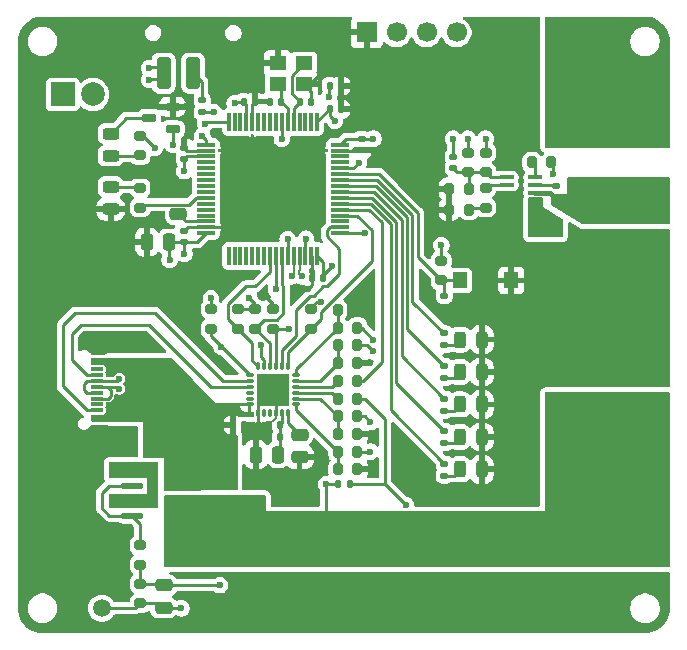
<source format=gbr>
%TF.GenerationSoftware,KiCad,Pcbnew,9.0.3-9.0.3-0~ubuntu22.04.1*%
%TF.CreationDate,2025-09-04T15:57:16+08:00*%
%TF.ProjectId,pdtrigger,70647472-6967-4676-9572-2e6b69636164,rev?*%
%TF.SameCoordinates,Original*%
%TF.FileFunction,Copper,L1,Top*%
%TF.FilePolarity,Positive*%
%FSLAX46Y46*%
G04 Gerber Fmt 4.6, Leading zero omitted, Abs format (unit mm)*
G04 Created by KiCad (PCBNEW 9.0.3-9.0.3-0~ubuntu22.04.1) date 2025-09-04 15:57:16*
%MOMM*%
%LPD*%
G01*
G04 APERTURE LIST*
G04 Aperture macros list*
%AMRoundRect*
0 Rectangle with rounded corners*
0 $1 Rounding radius*
0 $2 $3 $4 $5 $6 $7 $8 $9 X,Y pos of 4 corners*
0 Add a 4 corners polygon primitive as box body*
4,1,4,$2,$3,$4,$5,$6,$7,$8,$9,$2,$3,0*
0 Add four circle primitives for the rounded corners*
1,1,$1+$1,$2,$3*
1,1,$1+$1,$4,$5*
1,1,$1+$1,$6,$7*
1,1,$1+$1,$8,$9*
0 Add four rect primitives between the rounded corners*
20,1,$1+$1,$2,$3,$4,$5,0*
20,1,$1+$1,$4,$5,$6,$7,0*
20,1,$1+$1,$6,$7,$8,$9,0*
20,1,$1+$1,$8,$9,$2,$3,0*%
G04 Aperture macros list end*
%TA.AperFunction,ComponentPad*%
%ADD10R,2.000000X2.000000*%
%TD*%
%TA.AperFunction,ComponentPad*%
%ADD11C,2.000000*%
%TD*%
%TA.AperFunction,SMDPad,CuDef*%
%ADD12R,1.100000X0.550000*%
%TD*%
%TA.AperFunction,SMDPad,CuDef*%
%ADD13R,1.100000X0.300000*%
%TD*%
%TA.AperFunction,ComponentPad*%
%ADD14O,2.000000X1.100000*%
%TD*%
%TA.AperFunction,ComponentPad*%
%ADD15O,1.800000X1.200000*%
%TD*%
%TA.AperFunction,ComponentPad*%
%ADD16C,1.500000*%
%TD*%
%TA.AperFunction,SMDPad,CuDef*%
%ADD17RoundRect,0.250000X1.000000X-0.900000X1.000000X0.900000X-1.000000X0.900000X-1.000000X-0.900000X0*%
%TD*%
%TA.AperFunction,SMDPad,CuDef*%
%ADD18RoundRect,0.250000X0.350000X-1.100000X0.350000X1.100000X-0.350000X1.100000X-0.350000X-1.100000X0*%
%TD*%
%TA.AperFunction,SMDPad,CuDef*%
%ADD19R,1.230000X1.360000*%
%TD*%
%TA.AperFunction,SMDPad,CuDef*%
%ADD20RoundRect,0.135000X-0.185000X0.135000X-0.185000X-0.135000X0.185000X-0.135000X0.185000X0.135000X0*%
%TD*%
%TA.AperFunction,SMDPad,CuDef*%
%ADD21RoundRect,0.200000X-0.275000X0.200000X-0.275000X-0.200000X0.275000X-0.200000X0.275000X0.200000X0*%
%TD*%
%TA.AperFunction,SMDPad,CuDef*%
%ADD22RoundRect,0.243750X0.243750X0.456250X-0.243750X0.456250X-0.243750X-0.456250X0.243750X-0.456250X0*%
%TD*%
%TA.AperFunction,SMDPad,CuDef*%
%ADD23RoundRect,0.140000X-0.170000X0.140000X-0.170000X-0.140000X0.170000X-0.140000X0.170000X0.140000X0*%
%TD*%
%TA.AperFunction,ComponentPad*%
%ADD24R,1.700000X1.700000*%
%TD*%
%TA.AperFunction,ComponentPad*%
%ADD25C,1.700000*%
%TD*%
%TA.AperFunction,SMDPad,CuDef*%
%ADD26O,1.890000X0.570000*%
%TD*%
%TA.AperFunction,SMDPad,CuDef*%
%ADD27RoundRect,0.200000X0.275000X-0.200000X0.275000X0.200000X-0.275000X0.200000X-0.275000X-0.200000X0*%
%TD*%
%TA.AperFunction,SMDPad,CuDef*%
%ADD28RoundRect,0.175000X-0.450000X-0.175000X0.450000X-0.175000X0.450000X0.175000X-0.450000X0.175000X0*%
%TD*%
%TA.AperFunction,SMDPad,CuDef*%
%ADD29RoundRect,0.070000X0.260000X0.070000X-0.260000X0.070000X-0.260000X-0.070000X0.260000X-0.070000X0*%
%TD*%
%TA.AperFunction,SMDPad,CuDef*%
%ADD30RoundRect,0.070000X0.070000X0.260000X-0.070000X0.260000X-0.070000X-0.260000X0.070000X-0.260000X0*%
%TD*%
%TA.AperFunction,SMDPad,CuDef*%
%ADD31R,2.800000X2.800000*%
%TD*%
%TA.AperFunction,SMDPad,CuDef*%
%ADD32RoundRect,0.140000X-0.140000X-0.170000X0.140000X-0.170000X0.140000X0.170000X-0.140000X0.170000X0*%
%TD*%
%TA.AperFunction,SMDPad,CuDef*%
%ADD33O,1.220000X0.360000*%
%TD*%
%TA.AperFunction,SMDPad,CuDef*%
%ADD34RoundRect,0.075000X-0.700000X0.075000X-0.700000X-0.075000X0.700000X-0.075000X0.700000X0.075000X0*%
%TD*%
%TA.AperFunction,SMDPad,CuDef*%
%ADD35RoundRect,0.075000X-0.075000X0.700000X-0.075000X-0.700000X0.075000X-0.700000X0.075000X0.700000X0*%
%TD*%
%TA.AperFunction,SMDPad,CuDef*%
%ADD36RoundRect,0.243750X0.456250X-0.243750X0.456250X0.243750X-0.456250X0.243750X-0.456250X-0.243750X0*%
%TD*%
%TA.AperFunction,SMDPad,CuDef*%
%ADD37RoundRect,0.250000X0.475000X-0.250000X0.475000X0.250000X-0.475000X0.250000X-0.475000X-0.250000X0*%
%TD*%
%TA.AperFunction,SMDPad,CuDef*%
%ADD38RoundRect,0.140000X0.170000X-0.140000X0.170000X0.140000X-0.170000X0.140000X-0.170000X-0.140000X0*%
%TD*%
%TA.AperFunction,SMDPad,CuDef*%
%ADD39RoundRect,0.250000X0.250000X0.475000X-0.250000X0.475000X-0.250000X-0.475000X0.250000X-0.475000X0*%
%TD*%
%TA.AperFunction,SMDPad,CuDef*%
%ADD40RoundRect,0.200000X0.200000X0.275000X-0.200000X0.275000X-0.200000X-0.275000X0.200000X-0.275000X0*%
%TD*%
%TA.AperFunction,SMDPad,CuDef*%
%ADD41RoundRect,0.200000X-0.200000X-0.275000X0.200000X-0.275000X0.200000X0.275000X-0.200000X0.275000X0*%
%TD*%
%TA.AperFunction,SMDPad,CuDef*%
%ADD42RoundRect,0.250000X-0.475000X0.250000X-0.475000X-0.250000X0.475000X-0.250000X0.475000X0.250000X0*%
%TD*%
%TA.AperFunction,SMDPad,CuDef*%
%ADD43RoundRect,0.140000X0.140000X0.170000X-0.140000X0.170000X-0.140000X-0.170000X0.140000X-0.170000X0*%
%TD*%
%TA.AperFunction,SMDPad,CuDef*%
%ADD44RoundRect,0.243750X-0.456250X0.243750X-0.456250X-0.243750X0.456250X-0.243750X0.456250X0.243750X0*%
%TD*%
%TA.AperFunction,SMDPad,CuDef*%
%ADD45R,1.400000X1.200000*%
%TD*%
%TA.AperFunction,ComponentPad*%
%ADD46C,2.200000*%
%TD*%
%TA.AperFunction,ViaPad*%
%ADD47C,0.600000*%
%TD*%
%TA.AperFunction,ViaPad*%
%ADD48C,1.000000*%
%TD*%
%TA.AperFunction,Conductor*%
%ADD49C,0.250000*%
%TD*%
%TA.AperFunction,Conductor*%
%ADD50C,0.500000*%
%TD*%
%TA.AperFunction,Conductor*%
%ADD51C,0.400000*%
%TD*%
%TA.AperFunction,Conductor*%
%ADD52C,0.200000*%
%TD*%
G04 APERTURE END LIST*
D10*
%TO.P,J3,1,Pin_1*%
%TO.N,/UART_TX*%
X-17790000Y8000000D03*
D11*
%TO.P,J3,2,Pin_2*%
%TO.N,/UART_RX*%
X-15250000Y8000000D03*
%TD*%
D12*
%TO.P,J2,A1,GND*%
%TO.N,GND*%
X-14920000Y-13800000D03*
%TO.P,J2,A4,VBUS*%
%TO.N,/VBUS*%
X-14920000Y-14600000D03*
D13*
%TO.P,J2,A5,CC1*%
%TO.N,/CC1*%
X-14920000Y-15750000D03*
%TO.P,J2,A6,D+*%
%TO.N,/USB_D+*%
X-14920000Y-16750000D03*
%TO.P,J2,A7,D-*%
%TO.N,/USB_D-*%
X-14920000Y-16250000D03*
%TO.P,J2,A8,SBU1*%
%TO.N,unconnected-(J2-SBU1-PadA8)*%
X-14920000Y-18250000D03*
D12*
%TO.P,J2,A9,VBUS*%
%TO.N,/VBUS*%
X-14920000Y-14600000D03*
%TO.P,J2,A12,GND*%
%TO.N,GND*%
X-14920000Y-13800000D03*
%TO.P,J2,B1,GND*%
X-14920000Y-20200000D03*
%TO.P,J2,B4,VBUS*%
%TO.N,/VBUS*%
X-14920000Y-19400000D03*
D13*
%TO.P,J2,B5,CC2*%
%TO.N,/CC2*%
X-14920000Y-18750000D03*
%TO.P,J2,B6,D+*%
%TO.N,/USB_D+*%
X-14920000Y-17750000D03*
%TO.P,J2,B7,D-*%
%TO.N,/USB_D-*%
X-14920000Y-17250000D03*
%TO.P,J2,B8,SBU2*%
%TO.N,unconnected-(J2-SBU2-PadB8)*%
X-14920000Y-15250000D03*
D12*
%TO.P,J2,B9,VBUS*%
%TO.N,/VBUS*%
X-14920000Y-19400000D03*
%TO.P,J2,B12,GND*%
%TO.N,GND*%
X-14920000Y-20200000D03*
D14*
%TO.P,J2,S1,SHIELD*%
X-15470000Y-12680000D03*
D15*
X-19680000Y-12680000D03*
D14*
X-15470000Y-21320000D03*
D15*
X-19680000Y-21320000D03*
%TD*%
D16*
%TO.P,TP3,1,1*%
%TO.N,/VBUS*%
X-14500000Y-35500000D03*
%TD*%
%TO.P,TP2,1,1*%
%TO.N,GND*%
X26500000Y-35500000D03*
%TD*%
%TO.P,TP1,1,1*%
%TO.N,/V_BUS_OUT*%
X31500000Y-30250000D03*
%TD*%
D17*
%TO.P,L1,1,1*%
%TO.N,/LX*%
X28500000Y-1200000D03*
%TO.P,L1,2,2*%
%TO.N,+3V3_MCU*%
X28500000Y5700000D03*
%TD*%
D18*
%TO.P,SW1,1,A*%
%TO.N,+3V3_MCU*%
X-9250000Y9797500D03*
%TO.P,SW1,2,B*%
%TO.N,/SW_BOOT0*%
X-6750000Y9797500D03*
%TO.P,SW1,3,C*%
%TO.N,GND*%
X-4250000Y9797500D03*
%TD*%
D19*
%TO.P,SW2,1,1*%
%TO.N,GND*%
X20180000Y-7750000D03*
%TO.P,SW2,2,2*%
%TO.N,/MODE_BTN*%
X15820000Y-7750000D03*
%TD*%
D20*
%TO.P,R32,1*%
%TO.N,/LED_PDO5*%
X14500000Y-23250000D03*
%TO.P,R32,2*%
%TO.N,Net-(D7-A)*%
X14500000Y-24270000D03*
%TD*%
%TO.P,R31,1*%
%TO.N,/LED_PDO4*%
X14500000Y-20490000D03*
%TO.P,R31,2*%
%TO.N,Net-(D6-A)*%
X14500000Y-21510000D03*
%TD*%
%TO.P,R30,1*%
%TO.N,/LED_PDO3*%
X14500000Y-17750000D03*
%TO.P,R30,2*%
%TO.N,Net-(D5-A)*%
X14500000Y-18770000D03*
%TD*%
%TO.P,R29,1*%
%TO.N,/LED_PDO2*%
X14500000Y-14990000D03*
%TO.P,R29,2*%
%TO.N,Net-(D4-A)*%
X14500000Y-16010000D03*
%TD*%
%TO.P,R28,1*%
%TO.N,/LED_PDO1*%
X14500000Y-12230000D03*
%TO.P,R28,2*%
%TO.N,Net-(D3-A)*%
X14500000Y-13250000D03*
%TD*%
D21*
%TO.P,R27,1*%
%TO.N,+3V3_MCU*%
X14250000Y-6100000D03*
%TO.P,R27,2*%
%TO.N,/MODE_BTN*%
X14250000Y-7750000D03*
%TD*%
D22*
%TO.P,D7,1,K*%
%TO.N,GND*%
X17687500Y-23750000D03*
%TO.P,D7,2,A*%
%TO.N,Net-(D7-A)*%
X15812500Y-23750000D03*
%TD*%
%TO.P,D6,1,K*%
%TO.N,GND*%
X17687500Y-21000000D03*
%TO.P,D6,2,A*%
%TO.N,Net-(D6-A)*%
X15812500Y-21000000D03*
%TD*%
%TO.P,D5,1,K*%
%TO.N,GND*%
X17687500Y-18250000D03*
%TO.P,D5,2,A*%
%TO.N,Net-(D5-A)*%
X15812500Y-18250000D03*
%TD*%
%TO.P,D4,1,K*%
%TO.N,GND*%
X17687500Y-15500000D03*
%TO.P,D4,2,A*%
%TO.N,Net-(D4-A)*%
X15812500Y-15500000D03*
%TD*%
%TO.P,D3,1,K*%
%TO.N,GND*%
X17687500Y-12750000D03*
%TO.P,D3,2,A*%
%TO.N,Net-(D3-A)*%
X15812500Y-12750000D03*
%TD*%
D23*
%TO.P,C26,1*%
%TO.N,/MODE_BTN*%
X14500000Y-9040000D03*
%TO.P,C26,2*%
%TO.N,GND*%
X14500000Y-10000000D03*
%TD*%
D24*
%TO.P,J1,1,Pin_1*%
%TO.N,GND*%
X7940000Y13250000D03*
D25*
%TO.P,J1,2,Pin_2*%
%TO.N,/SWCLK*%
X10480000Y13250000D03*
%TO.P,J1,3,Pin_3*%
%TO.N,/SWDIO*%
X13020000Y13250000D03*
%TO.P,J1,4,Pin_4*%
%TO.N,+3V3_MCU*%
X15560000Y13250000D03*
%TD*%
D21*
%TO.P,R13,2*%
%TO.N,/I2C3_SCL*%
X-5250000Y-11825000D03*
%TO.P,R13,1*%
%TO.N,+3V3_MCU*%
X-5250000Y-10175000D03*
%TD*%
D26*
%TO.P,Q1,8,D1*%
%TO.N,/VBUS*%
X-6550000Y-23840000D03*
%TO.P,Q1,7,D1*%
X-6550000Y-25120000D03*
%TO.P,Q1,6,D2*%
%TO.N,/V_BUS_OUT*%
X-6550000Y-26380000D03*
%TO.P,Q1,5,D2*%
X-6550000Y-27650000D03*
%TO.P,Q1,4,G2*%
%TO.N,Net-(Q1-G1)*%
X-11950000Y-27650000D03*
%TO.P,Q1,3,S2*%
%TO.N,/LOAD_SOURCE*%
X-11950000Y-26380000D03*
%TO.P,Q1,2,G1*%
%TO.N,Net-(Q1-G1)*%
X-11950000Y-25120000D03*
%TO.P,Q1,1,S1*%
%TO.N,/LOAD_SOURCE*%
X-11950000Y-23840000D03*
%TD*%
D27*
%TO.P,R1,2*%
%TO.N,Net-(D1-A)*%
X-11250000Y75000D03*
%TO.P,R1,1*%
%TO.N,/STATUS_LED*%
X-11250000Y-1575000D03*
%TD*%
D21*
%TO.P,R12,2*%
%TO.N,Net-(D2-A)*%
X-11250000Y2862500D03*
%TO.P,R12,1*%
%TO.N,+3V3_MCU*%
X-11250000Y4512500D03*
%TD*%
D28*
%TO.P,Q3,1,D*%
%TO.N,Net-(D2-K)*%
X-10500000Y6000000D03*
%TO.P,Q3,2,G*%
%TO.N,/PD_FAULT*%
X-8500000Y5050000D03*
%TO.P,Q3,3,S*%
%TO.N,GND*%
X-8500000Y6950000D03*
%TD*%
D21*
%TO.P,R19,2*%
%TO.N,/PD_FLIP*%
X-1500000Y-11825000D03*
%TO.P,R19,1*%
%TO.N,+3V3_MCU*%
X-1500000Y-10175000D03*
%TD*%
%TO.P,R14,2*%
%TO.N,/I2C3_SDA*%
X-3000000Y-11825000D03*
%TO.P,R14,1*%
%TO.N,+3V3_MCU*%
X-3000000Y-10175000D03*
%TD*%
D20*
%TO.P,R2,1*%
%TO.N,/SW_BOOT0*%
X-6000000Y7510000D03*
%TO.P,R2,2*%
%TO.N,/BOOT0*%
X-6000000Y6490000D03*
%TD*%
D29*
%TO.P,U2,1,VBUS_MIN*%
%TO.N,/VBUS_MIN*%
X1970000Y-18250000D03*
%TO.P,U2,2,VBUS_MAX*%
%TO.N,/VBUS_MAX*%
X1970000Y-17750000D03*
%TO.P,U2,3,VBUS_FET_EN*%
%TO.N,/VBUS_FET_EN*%
X1970000Y-17250000D03*
%TO.P,U2,4,SAFE_PWR_EN*%
%TO.N,/SAFE_PWR_EN*%
X1970000Y-16750000D03*
%TO.P,U2,5,ISNK_COARSE*%
%TO.N,/ISINK_COAR*%
X1970000Y-16250000D03*
%TO.P,U2,6,ISNK_FINE*%
%TO.N,/ISINK_FINE*%
X1970000Y-15750000D03*
D30*
%TO.P,U2,7,HPI_INT*%
%TO.N,/PD_INT*%
X1250000Y-15030000D03*
%TO.P,U2,8,GPIO_1*%
%TO.N,/PD_GPIO*%
X750000Y-15030000D03*
%TO.P,U2,9,FAULT*%
%TO.N,/PD_FAULT*%
X250000Y-15030000D03*
%TO.P,U2,10,FLIP*%
%TO.N,/PD_FLIP*%
X-250000Y-15030000D03*
%TO.P,U2,11,VDC_OUT*%
%TO.N,/V_BUS_OUT*%
X-750000Y-15030000D03*
%TO.P,U2,12,HPI_SDA*%
%TO.N,/I2C3_SDA*%
X-1250000Y-15030000D03*
D29*
%TO.P,U2,13,HPI_SCL*%
%TO.N,/I2C3_SCL*%
X-1970000Y-15750000D03*
%TO.P,U2,14,CC2*%
%TO.N,/CC2*%
X-1970000Y-16250000D03*
%TO.P,U2,15,CC1*%
%TO.N,/CC1*%
X-1970000Y-16750000D03*
%TO.P,U2,16,D-*%
%TO.N,unconnected-(U2-D--Pad16)*%
X-1970000Y-17250000D03*
%TO.P,U2,17,D+*%
%TO.N,unconnected-(U2-D+-Pad17)*%
X-1970000Y-17750000D03*
%TO.P,U2,18,VBUS_IN*%
%TO.N,/VBUS*%
X-1970000Y-18250000D03*
D30*
%TO.P,U2,19,GND*%
%TO.N,GND*%
X-1250000Y-18970000D03*
%TO.P,U2,20,DNU1*%
%TO.N,unconnected-(U2-DNU1-Pad20)*%
X-750000Y-18970000D03*
%TO.P,U2,21,DNU2*%
%TO.N,unconnected-(U2-DNU2-Pad21)*%
X-250000Y-18970000D03*
%TO.P,U2,22,GND*%
%TO.N,GND*%
X250000Y-18970000D03*
%TO.P,U2,23,VDDD*%
%TO.N,+3V3*%
X750000Y-18970000D03*
%TO.P,U2,24,VCCD*%
%TO.N,/PDC_VCCD*%
X1250000Y-18970000D03*
D31*
%TO.P,U2,25,EPAD*%
%TO.N,GND*%
X0Y-17000000D03*
%TD*%
D32*
%TO.P,C3,2*%
%TO.N,GND*%
X-1520000Y7400000D03*
%TO.P,C3,1*%
%TO.N,+3V3_MCU*%
X-2480000Y7400000D03*
%TD*%
%TO.P,C10,2*%
%TO.N,GND*%
X3230000Y7400000D03*
%TO.P,C10,1*%
%TO.N,/HSE_IN*%
X2270000Y7400000D03*
%TD*%
D33*
%TO.P,U4,1,FB*%
%TO.N,/BUCK_FB*%
X19790000Y980000D03*
%TO.P,U4,2,FS*%
%TO.N,/BUCK_FS*%
X19790000Y330000D03*
%TO.P,U4,3,GND*%
%TO.N,GND*%
X19790000Y-320000D03*
%TO.P,U4,4,GND*%
X19790000Y-980000D03*
%TO.P,U4,5,IN*%
%TO.N,/VBUS*%
X22210000Y-980000D03*
%TO.P,U4,6,LX*%
%TO.N,/LX*%
X22210000Y-320000D03*
%TO.P,U4,7,BS*%
%TO.N,Net-(U4-BS)*%
X22210000Y330000D03*
%TO.P,U4,8,EN*%
%TO.N,Net-(U4-EN)*%
X22210000Y980000D03*
%TD*%
D34*
%TO.P,U1,64,VDD*%
%TO.N,+3V3_MCU*%
X5675000Y3750000D03*
%TO.P,U1,63,VSS*%
%TO.N,GND*%
X5675000Y3250000D03*
%TO.P,U1,62,PB9*%
%TO.N,unconnected-(U1-PB9-Pad62)*%
X5675000Y2750000D03*
%TO.P,U1,61,PB8*%
%TO.N,unconnected-(U1-PB8-Pad61)*%
X5675000Y2250000D03*
%TO.P,U1,60,BOOT0*%
%TO.N,/BOOT0*%
X5675000Y1750000D03*
%TO.P,U1,59,PB7*%
%TO.N,/MODE_BTN*%
X5675000Y1250000D03*
%TO.P,U1,58,PB6*%
%TO.N,/LED_PDO1*%
X5675000Y750000D03*
%TO.P,U1,57,PB5*%
%TO.N,/LED_PDO2*%
X5675000Y250000D03*
%TO.P,U1,56,PB4*%
%TO.N,/LED_PDO3*%
X5675000Y-250000D03*
%TO.P,U1,55,PB3*%
%TO.N,/LED_PDO4*%
X5675000Y-750000D03*
%TO.P,U1,54,PD2*%
%TO.N,/LED_PDO5*%
X5675000Y-1250000D03*
%TO.P,U1,53,PC12*%
%TO.N,/PD_SAFE*%
X5675000Y-1750000D03*
%TO.P,U1,52,PC11*%
%TO.N,/PD_INT*%
X5675000Y-2250000D03*
%TO.P,U1,51,PC10*%
%TO.N,unconnected-(U1-PC10-Pad51)*%
X5675000Y-2750000D03*
%TO.P,U1,50,PA15*%
%TO.N,/PD_GPIO*%
X5675000Y-3250000D03*
%TO.P,U1,49,PA14*%
%TO.N,/SWCLK*%
X5675000Y-3750000D03*
D35*
%TO.P,U1,48,VDD*%
%TO.N,+3V3_MCU*%
X3750000Y-5675000D03*
%TO.P,U1,47,VSS*%
%TO.N,GND*%
X3250000Y-5675000D03*
%TO.P,U1,46,PA13*%
%TO.N,/SWDIO*%
X2750000Y-5675000D03*
%TO.P,U1,45,PA12*%
%TO.N,/USB_D+*%
X2250000Y-5675000D03*
%TO.P,U1,44,PA11*%
%TO.N,/USB_D-*%
X1750000Y-5675000D03*
%TO.P,U1,43,PA10*%
%TO.N,/PD_FAULT*%
X1250000Y-5675000D03*
%TO.P,U1,42,PA9*%
%TO.N,/PD_FLIP*%
X750000Y-5675000D03*
%TO.P,U1,41,PA8*%
%TO.N,/I2C3_SCL*%
X250000Y-5675000D03*
%TO.P,U1,40,PC9*%
%TO.N,/I2C3_SDA*%
X-250000Y-5675000D03*
%TO.P,U1,39,PC8*%
%TO.N,unconnected-(U1-PC8-Pad39)*%
X-750000Y-5675000D03*
%TO.P,U1,38,PC7*%
%TO.N,unconnected-(U1-PC7-Pad38)*%
X-1250000Y-5675000D03*
%TO.P,U1,37,PC6*%
%TO.N,unconnected-(U1-PC6-Pad37)*%
X-1750000Y-5675000D03*
%TO.P,U1,36,PB15*%
%TO.N,unconnected-(U1-PB15-Pad36)*%
X-2250000Y-5675000D03*
%TO.P,U1,35,PB14*%
%TO.N,unconnected-(U1-PB14-Pad35)*%
X-2750000Y-5675000D03*
%TO.P,U1,34,PB13*%
%TO.N,unconnected-(U1-PB13-Pad34)*%
X-3250000Y-5675000D03*
%TO.P,U1,33,PB12*%
%TO.N,unconnected-(U1-PB12-Pad33)*%
X-3750000Y-5675000D03*
D34*
%TO.P,U1,32,VDD*%
%TO.N,+3V3_MCU*%
X-5675000Y-3750000D03*
%TO.P,U1,31,VSS*%
%TO.N,GND*%
X-5675000Y-3250000D03*
%TO.P,U1,30,VCAP1*%
%TO.N,/VCAP1*%
X-5675000Y-2750000D03*
%TO.P,U1,29,PB10*%
%TO.N,unconnected-(U1-PB10-Pad29)*%
X-5675000Y-2250000D03*
%TO.P,U1,28,PB2*%
%TO.N,unconnected-(U1-PB2-Pad28)*%
X-5675000Y-1750000D03*
%TO.P,U1,27,PB1*%
%TO.N,unconnected-(U1-PB1-Pad27)*%
X-5675000Y-1250000D03*
%TO.P,U1,26,PB0*%
%TO.N,/STATUS_LED*%
X-5675000Y-750000D03*
%TO.P,U1,25,PC5*%
%TO.N,unconnected-(U1-PC5-Pad25)*%
X-5675000Y-250000D03*
%TO.P,U1,24,PC4*%
%TO.N,unconnected-(U1-PC4-Pad24)*%
X-5675000Y250000D03*
%TO.P,U1,23,PA7*%
%TO.N,unconnected-(U1-PA7-Pad23)*%
X-5675000Y750000D03*
%TO.P,U1,22,PA6*%
%TO.N,unconnected-(U1-PA6-Pad22)*%
X-5675000Y1250000D03*
%TO.P,U1,21,PA5*%
%TO.N,unconnected-(U1-PA5-Pad21)*%
X-5675000Y1750000D03*
%TO.P,U1,20,PA4*%
%TO.N,unconnected-(U1-PA4-Pad20)*%
X-5675000Y2250000D03*
%TO.P,U1,19,VDD*%
%TO.N,+3V3_MCU*%
X-5675000Y2750000D03*
%TO.P,U1,18,VSS*%
%TO.N,GND*%
X-5675000Y3250000D03*
%TO.P,U1,17,PA3*%
%TO.N,/UART_RX*%
X-5675000Y3750000D03*
D35*
%TO.P,U1,16,PA2*%
%TO.N,/UART_TX*%
X-3750000Y5675000D03*
%TO.P,U1,15,PA1*%
%TO.N,unconnected-(U1-PA1-Pad15)*%
X-3250000Y5675000D03*
%TO.P,U1,14,PA0*%
%TO.N,unconnected-(U1-PA0-Pad14)*%
X-2750000Y5675000D03*
%TO.P,U1,13,VREF+*%
%TO.N,+3V3_MCU*%
X-2250000Y5675000D03*
%TO.P,U1,12,VSSA*%
%TO.N,GND*%
X-1750000Y5675000D03*
%TO.P,U1,11,PC3*%
%TO.N,unconnected-(U1-PC3-Pad11)*%
X-1250000Y5675000D03*
%TO.P,U1,10,PC2*%
%TO.N,unconnected-(U1-PC2-Pad10)*%
X-750000Y5675000D03*
%TO.P,U1,9,PC1*%
%TO.N,unconnected-(U1-PC1-Pad9)*%
X-250000Y5675000D03*
%TO.P,U1,8,PC0*%
%TO.N,unconnected-(U1-PC0-Pad8)*%
X250000Y5675000D03*
%TO.P,U1,7,NRST*%
%TO.N,/NRST*%
X750000Y5675000D03*
%TO.P,U1,6,PH1*%
%TO.N,/HSE_OUT*%
X1250000Y5675000D03*
%TO.P,U1,5,PH0*%
%TO.N,/HSE_IN*%
X1750000Y5675000D03*
%TO.P,U1,4,PC15*%
%TO.N,unconnected-(U1-PC15-Pad4)*%
X2250000Y5675000D03*
%TO.P,U1,3,PC14*%
%TO.N,unconnected-(U1-PC14-Pad3)*%
X2750000Y5675000D03*
%TO.P,U1,2,PC13*%
%TO.N,unconnected-(U1-PC13-Pad2)*%
X3250000Y5675000D03*
%TO.P,U1,1,VBAT*%
%TO.N,+3V3_MCU*%
X3750000Y5675000D03*
%TD*%
D27*
%TO.P,R17,1*%
%TO.N,/VBUS*%
X-11250000Y-35075000D03*
%TO.P,R17,2*%
%TO.N,Net-(C18-Pad2)*%
X-11250000Y-33425000D03*
%TD*%
D36*
%TO.P,D1,1,K*%
%TO.N,GND*%
X-13750000Y-1687500D03*
%TO.P,D1,2,A*%
%TO.N,Net-(D1-A)*%
X-13750000Y187500D03*
%TD*%
D37*
%TO.P,C2,1*%
%TO.N,/VCAP1*%
X-8000000Y-2150000D03*
%TO.P,C2,2*%
%TO.N,GND*%
X-8000000Y-250000D03*
%TD*%
D32*
%TO.P,C13,1*%
%TO.N,/VBUS*%
X-3380000Y-20000000D03*
%TO.P,C13,2*%
%TO.N,GND*%
X-2420000Y-20000000D03*
%TD*%
D38*
%TO.P,C7,1*%
%TO.N,+3V3_MCU*%
X-7500000Y2520000D03*
%TO.P,C7,2*%
%TO.N,GND*%
X-7500000Y3480000D03*
%TD*%
D32*
%TO.P,C8,1*%
%TO.N,+3V3_MCU*%
X4790000Y6750000D03*
%TO.P,C8,2*%
%TO.N,GND*%
X5750000Y6750000D03*
%TD*%
D39*
%TO.P,C21,1*%
%TO.N,/VBUS*%
X22450000Y-3000000D03*
%TO.P,C21,2*%
%TO.N,GND*%
X20550000Y-3000000D03*
%TD*%
D37*
%TO.P,C20,1*%
%TO.N,/V_BUS_OUT*%
X24500000Y-17950000D03*
%TO.P,C20,2*%
%TO.N,GND*%
X24500000Y-16050000D03*
%TD*%
D40*
%TO.P,R3,1*%
%TO.N,+3V3_MCU*%
X7150000Y-19250000D03*
%TO.P,R3,2*%
%TO.N,/VBUS_MAX*%
X5500000Y-19250000D03*
%TD*%
%TO.P,R21,1*%
%TO.N,/VBUS*%
X23575000Y2250000D03*
%TO.P,R21,2*%
%TO.N,Net-(U4-EN)*%
X21925000Y2250000D03*
%TD*%
D37*
%TO.P,C19,1*%
%TO.N,/VBUS*%
X-9250000Y-35450000D03*
%TO.P,C19,2*%
%TO.N,Net-(C18-Pad2)*%
X-9250000Y-33550000D03*
%TD*%
D41*
%TO.P,R6,1*%
%TO.N,/VBUS_MIN*%
X5500000Y-23750000D03*
%TO.P,R6,2*%
%TO.N,GND*%
X7150000Y-23750000D03*
%TD*%
D39*
%TO.P,C12,1*%
%TO.N,/VBUS*%
X-10300000Y-21400000D03*
%TO.P,C12,2*%
%TO.N,GND*%
X-12200000Y-21400000D03*
%TD*%
D21*
%TO.P,R18,1*%
%TO.N,+3V3_MCU*%
X3250000Y-10175000D03*
%TO.P,R18,2*%
%TO.N,/PD_INT*%
X3250000Y-11825000D03*
%TD*%
D23*
%TO.P,C25,1*%
%TO.N,+3V3_MCU*%
X15250000Y2730000D03*
%TO.P,C25,2*%
%TO.N,/BUCK_FB*%
X15250000Y1770000D03*
%TD*%
D40*
%TO.P,R7,1*%
%TO.N,+3V3_MCU*%
X7150000Y-13250000D03*
%TO.P,R7,2*%
%TO.N,/ISINK_COAR*%
X5500000Y-13250000D03*
%TD*%
D39*
%TO.P,C23,1*%
%TO.N,+3V3_MCU*%
X23700000Y4790000D03*
%TO.P,C23,2*%
%TO.N,GND*%
X21800000Y4790000D03*
%TD*%
D21*
%TO.P,R22,1*%
%TO.N,/BUCK_FS*%
X18000000Y75000D03*
%TO.P,R22,2*%
%TO.N,Net-(R22-Pad2)*%
X18000000Y-1575000D03*
%TD*%
D27*
%TO.P,R11,1*%
%TO.N,/PD_FAULT*%
X0Y-11825000D03*
%TO.P,R11,2*%
%TO.N,GND*%
X0Y-10175000D03*
%TD*%
D42*
%TO.P,C17,1*%
%TO.N,/PDC_VCCD*%
X2250000Y-20800000D03*
%TO.P,C17,2*%
%TO.N,GND*%
X2250000Y-22700000D03*
%TD*%
D41*
%TO.P,R9,1*%
%TO.N,/ISINK_FINE*%
X5500000Y-10250000D03*
%TO.P,R9,2*%
%TO.N,GND*%
X7150000Y-10250000D03*
%TD*%
D43*
%TO.P,C15,1*%
%TO.N,+3V3*%
X580000Y-20000000D03*
%TO.P,C15,2*%
%TO.N,GND*%
X-380000Y-20000000D03*
%TD*%
D21*
%TO.P,R25,1*%
%TO.N,+3V3_MCU*%
X18000000Y3075000D03*
%TO.P,R25,2*%
%TO.N,/BUCK_FB*%
X18000000Y1425000D03*
%TD*%
D39*
%TO.P,C9,1*%
%TO.N,+3V3_MCU*%
X-8800000Y-4500000D03*
%TO.P,C9,2*%
%TO.N,GND*%
X-10700000Y-4500000D03*
%TD*%
D41*
%TO.P,R8,1*%
%TO.N,/ISINK_COAR*%
X5500000Y-14750000D03*
%TO.P,R8,2*%
%TO.N,GND*%
X7150000Y-14750000D03*
%TD*%
D39*
%TO.P,C14,1*%
%TO.N,+3V3*%
X450000Y-22500000D03*
%TO.P,C14,2*%
%TO.N,GND*%
X-1450000Y-22500000D03*
%TD*%
D41*
%TO.P,R4,1*%
%TO.N,/VBUS_MAX*%
X5500000Y-20750000D03*
%TO.P,R4,2*%
%TO.N,GND*%
X7150000Y-20750000D03*
%TD*%
D40*
%TO.P,R10,1*%
%TO.N,+3V3_MCU*%
X7150000Y-11750000D03*
%TO.P,R10,2*%
%TO.N,/ISINK_FINE*%
X5500000Y-11750000D03*
%TD*%
D32*
%TO.P,C1,1*%
%TO.N,/NRST*%
X4790000Y8750000D03*
%TO.P,C1,2*%
%TO.N,GND*%
X5750000Y8750000D03*
%TD*%
D43*
%TO.P,C5,1*%
%TO.N,+3V3_MCU*%
X4230000Y-7500000D03*
%TO.P,C5,2*%
%TO.N,GND*%
X3270000Y-7500000D03*
%TD*%
D40*
%TO.P,R20,1*%
%TO.N,/PD_SAFE*%
X7150000Y-16250000D03*
%TO.P,R20,2*%
%TO.N,/SAFE_PWR_EN*%
X5500000Y-16250000D03*
%TD*%
%TO.P,R16,1*%
%TO.N,Net-(C18-Pad2)*%
X7150000Y-17750000D03*
%TO.P,R16,2*%
%TO.N,/VBUS_FET_EN*%
X5500000Y-17750000D03*
%TD*%
D44*
%TO.P,D2,1,K*%
%TO.N,Net-(D2-K)*%
X-13750000Y4687500D03*
%TO.P,D2,2,A*%
%TO.N,Net-(D2-A)*%
X-13750000Y2812500D03*
%TD*%
D40*
%TO.P,R5,1*%
%TO.N,+3V3_MCU*%
X7150000Y-22250000D03*
%TO.P,R5,2*%
%TO.N,/VBUS_MIN*%
X5500000Y-22250000D03*
%TD*%
D21*
%TO.P,R15,1*%
%TO.N,Net-(Q1-G1)*%
X-11250000Y-30175000D03*
%TO.P,R15,2*%
%TO.N,Net-(C18-Pad2)*%
X-11250000Y-31825000D03*
%TD*%
D45*
%TO.P,Y1,1,1*%
%TO.N,/HSE_IN*%
X2600000Y10630000D03*
%TO.P,Y1,2,2*%
%TO.N,GND*%
X400000Y10630000D03*
%TO.P,Y1,3,3*%
%TO.N,/HSE_OUT*%
X400000Y8870000D03*
%TO.P,Y1,4,4*%
%TO.N,GND*%
X2600000Y8870000D03*
%TD*%
D32*
%TO.P,C18,1*%
%TO.N,/V_BUS_OUT*%
X5520000Y-25000000D03*
%TO.P,C18,2*%
%TO.N,Net-(C18-Pad2)*%
X6480000Y-25000000D03*
%TD*%
D38*
%TO.P,C4,1*%
%TO.N,+3V3_MCU*%
X-7500000Y-4480000D03*
%TO.P,C4,2*%
%TO.N,GND*%
X-7500000Y-3520000D03*
%TD*%
D43*
%TO.P,C16,1*%
%TO.N,+3V3*%
X580000Y-21000000D03*
%TO.P,C16,2*%
%TO.N,GND*%
X-380000Y-21000000D03*
%TD*%
D40*
%TO.P,R26,1*%
%TO.N,/BUCK_FB*%
X16575000Y0D03*
%TO.P,R26,2*%
%TO.N,GND*%
X14925000Y0D03*
%TD*%
D21*
%TO.P,R24,1*%
%TO.N,+3V3_MCU*%
X16500000Y3075000D03*
%TO.P,R24,2*%
%TO.N,/BUCK_FB*%
X16500000Y1425000D03*
%TD*%
D40*
%TO.P,R23,1*%
%TO.N,Net-(R22-Pad2)*%
X16575000Y-1750000D03*
%TO.P,R23,2*%
%TO.N,GND*%
X14925000Y-1750000D03*
%TD*%
D43*
%TO.P,C11,1*%
%TO.N,/HSE_OUT*%
X710000Y7400000D03*
%TO.P,C11,2*%
%TO.N,GND*%
X-250000Y7400000D03*
%TD*%
D23*
%TO.P,C22,1*%
%TO.N,Net-(U4-BS)*%
X24000000Y230000D03*
%TO.P,C22,2*%
%TO.N,/LX*%
X24000000Y-730000D03*
%TD*%
D39*
%TO.P,C24,1*%
%TO.N,+3V3_MCU*%
X23700000Y7040000D03*
%TO.P,C24,2*%
%TO.N,GND*%
X21800000Y7040000D03*
%TD*%
D23*
%TO.P,C6,1*%
%TO.N,+3V3_MCU*%
X7500000Y4230000D03*
%TO.P,C6,2*%
%TO.N,GND*%
X7500000Y3270000D03*
%TD*%
D46*
%TO.P,U3,2,2*%
%TO.N,GND*%
X30000000Y-14500000D03*
%TO.P,U3,1,1*%
%TO.N,/V_BUS_OUT*%
X30000000Y-19500000D03*
%TD*%
D47*
%TO.N,/UART_TX*%
X-5750000Y5500000D03*
%TO.N,/UART_RX*%
X-6000000Y4500000D03*
%TO.N,GND*%
X22000000Y-34750000D03*
X22000000Y-36500000D03*
X12750000Y-36500000D03*
X3750000Y-36500000D03*
X17250000Y-34750000D03*
X19000000Y-22500000D03*
X19000000Y-19750000D03*
X19000000Y-14250000D03*
X15750000Y-10500000D03*
X22250000Y-5500000D03*
X22250000Y-10000000D03*
X11250000Y-22500000D03*
X13250000Y-26000000D03*
X20250000Y-26000000D03*
X19000000Y-11500000D03*
%TO.N,+3V3_MCU*%
X14250000Y-4750000D03*
%TO.N,GND*%
X-16750000Y-31750000D03*
X-16750000Y-29250000D03*
X-16750000Y-30500000D03*
X-18000000Y-31750000D03*
X-18000000Y-29250000D03*
X-18000000Y-30500000D03*
X-19250000Y-31750000D03*
X-19250000Y-29250000D03*
X-9500000Y1250000D03*
X8750000Y2500000D03*
X6500000Y5500000D03*
X11750000Y1500000D03*
X11750000Y4250000D03*
X1800000Y-24900000D03*
X7750000Y-8750000D03*
X-13500000Y-21750000D03*
X-13500000Y-20750000D03*
X-11250000Y-13000000D03*
X-12000000Y-13000000D03*
X-12750000Y-13000000D03*
X-13500000Y-13000000D03*
X-19250000Y-30500000D03*
X-500000Y-36500000D03*
X-500000Y-34750000D03*
X8000000Y-36500000D03*
X17250000Y-36500000D03*
X32750000Y-15500000D03*
X32750000Y-13250000D03*
X27000000Y-15500000D03*
X27000000Y-13250000D03*
X32000000Y-5000000D03*
X23500000Y-12250000D03*
X26250000Y-5750000D03*
X19000000Y-3250000D03*
X19500000Y-2000000D03*
X20500000Y10000000D03*
X9250000Y6250000D03*
X17000000Y6250000D03*
X17000000Y9250000D03*
X9250000Y9210000D03*
X3500000Y13500000D03*
X500000Y13500000D03*
X-1250000Y12000000D03*
X4500000Y10250000D03*
X-3683058Y-3183058D03*
X-816942Y-8933058D03*
X-2250000Y10250000D03*
X-3000000Y9500000D03*
X-19250000Y-19750000D03*
X-20500000Y-19750000D03*
X-19250000Y-18750000D03*
X-20500000Y-18750000D03*
X-19250000Y-14750000D03*
X-20500000Y-14750000D03*
X-19250000Y-15750000D03*
X-20500000Y-15750000D03*
X-19250000Y-17750000D03*
X-20500000Y-17750000D03*
X-20500000Y-16750000D03*
X-19250000Y-16750000D03*
%TO.N,/V_BUS_OUT*%
X4500000Y-25000000D03*
X-1000000Y-13250000D03*
%TO.N,GND*%
X2933058Y-8433058D03*
X-7250000Y4500000D03*
%TO.N,+3V3_MCU*%
X-8750000Y-6000000D03*
X-2000000Y-9250000D03*
X-5250000Y-9250000D03*
X4058058Y-9558058D03*
X8500000Y-13750000D03*
X8500000Y-12750000D03*
X8250000Y-22250000D03*
X8250000Y-19750000D03*
%TO.N,Net-(C18-Pad2)*%
X-4500000Y-33550000D03*
X11250000Y-26750000D03*
%TO.N,/VBUS*%
X-7750000Y-35500000D03*
%TO.N,+3V3_MCU*%
X25250000Y4750000D03*
X25250000Y6250000D03*
X31250000Y4750000D03*
X31250000Y6250000D03*
X31250000Y7750000D03*
X-10500000Y9250000D03*
X-10500000Y10250000D03*
%TO.N,/PD_FAULT*%
X-8500000Y3750000D03*
X1250000Y-4250000D03*
X1324000Y-11825000D03*
%TO.N,/SWDIO*%
X2800000Y-4200000D03*
%TO.N,/SWCLK*%
X7750000Y-3750000D03*
%TO.N,/BOOT0*%
X-5000000Y6500000D03*
X7250000Y2200000D03*
%TO.N,/NRST*%
X4750000Y7750000D03*
X750000Y4250000D03*
%TO.N,/I2C3_SCL*%
X250000Y-8500000D03*
X-4360000Y-13360000D03*
%TO.N,+3V3_MCU*%
X25250000Y12250000D03*
X26750000Y12250000D03*
X28250000Y12250000D03*
X28250000Y10750000D03*
X26750000Y10750000D03*
X25250000Y10750000D03*
X25250000Y9250000D03*
X26750000Y9250000D03*
X28250000Y9250000D03*
X29750000Y9250000D03*
X29750000Y7750000D03*
X28250000Y7750000D03*
X26750000Y7750000D03*
X25250000Y7750000D03*
%TO.N,GND*%
X20500000Y6250000D03*
X20500000Y7250000D03*
X20500000Y5000000D03*
X20500000Y4000000D03*
%TO.N,/VBUS*%
X23750000Y1250000D03*
%TO.N,+3V3_MCU*%
X18000000Y4250000D03*
X16500000Y4250000D03*
X15250000Y4250000D03*
%TO.N,GND*%
X13750000Y0D03*
X13750000Y-1750000D03*
D48*
%TO.N,/VBUS*%
X23750000Y-3250000D03*
X-3750000Y-24750000D03*
D47*
%TO.N,GND*%
X5750000Y7750000D03*
X-1500000Y8250000D03*
%TO.N,+3V3_MCU*%
X-3250000Y7250000D03*
X5250000Y5750000D03*
X8500000Y4250000D03*
X5000000Y-6500000D03*
X-7500000Y-5500000D03*
X-7500000Y1500000D03*
X-10000000Y3500000D03*
%TO.N,GND*%
X-7250000Y7000000D03*
X-13750000Y-3500000D03*
X-12000000Y-4500000D03*
X0Y-2000000D03*
X1000000Y-2000000D03*
X2000000Y-2000000D03*
X-1000000Y-2000000D03*
X-2000000Y-2000000D03*
X0Y-1000000D03*
X1000000Y-1000000D03*
X2000000Y-1000000D03*
X-1000000Y-1000000D03*
X-2000000Y-1000000D03*
X0Y2000000D03*
X1000000Y2000000D03*
X2000000Y2000000D03*
X-1000000Y2000000D03*
X-2000000Y2000000D03*
X0Y1000000D03*
X1000000Y1000000D03*
X2000000Y1000000D03*
X-1000000Y1000000D03*
X-2000000Y1000000D03*
X-2000000Y0D03*
X-1000000Y0D03*
X2000000Y0D03*
X1000000Y0D03*
X0Y0D03*
X24200000Y-14900000D03*
X24900000Y-14900000D03*
X8250000Y-10250000D03*
X8250000Y-14750000D03*
X8250000Y-20750000D03*
X8250000Y-23750000D03*
X3750000Y-22750000D03*
X2250000Y-24000000D03*
X-1200000Y-20000000D03*
X-1200000Y-21000000D03*
X-1450000Y-23950000D03*
%TO.N,/USB_D-*%
X-13011170Y-16075000D03*
%TO.N,/USB_D+*%
X-13011170Y-16925000D03*
%TO.N,/USB_D-*%
X1575000Y-7400000D03*
%TO.N,/USB_D+*%
X2425000Y-7400000D03*
%TD*%
D49*
%TO.N,/UART_TX*%
X-3750000Y5675000D02*
X-5575000Y5675000D01*
X-5575000Y5675000D02*
X-5750000Y5500000D01*
%TO.N,/UART_RX*%
X-5675000Y4175000D02*
X-6000000Y4500000D01*
X-5675000Y3750000D02*
X-5675000Y4175000D01*
%TO.N,/VBUS*%
X-14500000Y-35500000D02*
X-11675000Y-35500000D01*
X-11675000Y-35500000D02*
X-11250000Y-35075000D01*
%TO.N,/LED_PDO5*%
X14500000Y-23250000D02*
X10000000Y-18750000D01*
X10000000Y-18750000D02*
X10000000Y-2974380D01*
X10000000Y-2974380D02*
X8275620Y-1250000D01*
X8275620Y-1250000D02*
X5675000Y-1250000D01*
%TO.N,+3V3_MCU*%
X14250000Y-6100000D02*
X14250000Y-4750000D01*
%TO.N,/MODE_BTN*%
X14250000Y-7750000D02*
X12255000Y-5755000D01*
X12255000Y-5755000D02*
X12255000Y-2040330D01*
X12255000Y-2040330D02*
X8964670Y1250000D01*
X8964670Y1250000D02*
X5675000Y1250000D01*
%TO.N,/BOOT0*%
X5675000Y1750000D02*
X6800000Y1750000D01*
X6800000Y1750000D02*
X7250000Y2200000D01*
%TO.N,/MODE_BTN*%
X14250000Y-7750000D02*
X15820000Y-7750000D01*
X14500000Y-9040000D02*
X14500000Y-8000000D01*
X14500000Y-8000000D02*
X14250000Y-7750000D01*
%TO.N,/LED_PDO1*%
X14500000Y-12230000D02*
X11804000Y-9534000D01*
X11804000Y-9534000D02*
X11804000Y-2227140D01*
X11804000Y-2227140D02*
X8826860Y750000D01*
X8826860Y750000D02*
X5675000Y750000D01*
%TO.N,/LED_PDO2*%
X14500000Y-14990000D02*
X11353000Y-11843000D01*
X11353000Y-11843000D02*
X11353000Y-2413950D01*
X11353000Y-2413950D02*
X8689050Y250000D01*
X8689050Y250000D02*
X5675000Y250000D01*
%TO.N,/LED_PDO3*%
X14500000Y-17750000D02*
X10902000Y-14152000D01*
X10902000Y-14152000D02*
X10902000Y-2600760D01*
X10902000Y-2600760D02*
X8551240Y-250000D01*
X8551240Y-250000D02*
X5675000Y-250000D01*
%TO.N,/LED_PDO4*%
X14500000Y-20490000D02*
X10451000Y-16441000D01*
X10451000Y-16441000D02*
X10451000Y-2787570D01*
X10451000Y-2787570D02*
X8413430Y-750000D01*
X8413430Y-750000D02*
X5675000Y-750000D01*
%TO.N,Net-(D7-A)*%
X14500000Y-24270000D02*
X15292500Y-24270000D01*
X15292500Y-24270000D02*
X15812500Y-23750000D01*
%TO.N,Net-(D6-A)*%
X14500000Y-21510000D02*
X15302500Y-21510000D01*
X15302500Y-21510000D02*
X15812500Y-21000000D01*
%TO.N,Net-(D5-A)*%
X14500000Y-18770000D02*
X15292500Y-18770000D01*
X15292500Y-18770000D02*
X15812500Y-18250000D01*
%TO.N,Net-(D4-A)*%
X14500000Y-16010000D02*
X15302500Y-16010000D01*
X15302500Y-16010000D02*
X15812500Y-15500000D01*
%TO.N,Net-(D3-A)*%
X14500000Y-13250000D02*
X15312500Y-13250000D01*
X15312500Y-13250000D02*
X15812500Y-12750000D01*
D50*
%TO.N,GND*%
X-14920000Y-13800000D02*
X-14300000Y-13800000D01*
X-14300000Y-13800000D02*
X-13500000Y-13000000D01*
X-14920000Y-20200000D02*
X-14050000Y-20200000D01*
X-14050000Y-20200000D02*
X-13500000Y-20750000D01*
X-1520000Y7400000D02*
X-1520000Y8230000D01*
X-1520000Y8230000D02*
X-1500000Y8250000D01*
D49*
X-7500000Y3480000D02*
X-7500000Y4250000D01*
X-7500000Y4250000D02*
X-7250000Y4500000D01*
X3120000Y8870000D02*
X4500000Y10250000D01*
X2600000Y8870000D02*
X3120000Y8870000D01*
X3230000Y7400000D02*
X3230000Y8240000D01*
X3230000Y8240000D02*
X2600000Y8870000D01*
X-3750000Y-3250000D02*
X-3683058Y-3183058D01*
X-5675000Y-3250000D02*
X-3750000Y-3250000D01*
X0Y-9750000D02*
X-816942Y-8933058D01*
X0Y-10175000D02*
X0Y-9750000D01*
%TO.N,+3V3_MCU*%
X-1500000Y-10175000D02*
X-1500000Y-9750000D01*
X-1500000Y-9750000D02*
X-2000000Y-9250000D01*
%TO.N,/CC2*%
X-1970000Y-16250000D02*
X-4250000Y-16250000D01*
X-16750000Y-10500000D02*
X-17800000Y-11550000D01*
X-4250000Y-16250000D02*
X-10000000Y-10500000D01*
X-17800000Y-11550000D02*
X-17800000Y-16700000D01*
X-10000000Y-10500000D02*
X-16750000Y-10500000D01*
X-17800000Y-16700000D02*
X-15750000Y-18750000D01*
X-15750000Y-18750000D02*
X-14920000Y-18750000D01*
%TO.N,/V_BUS_OUT*%
X-750000Y-14472977D02*
X-750000Y-15030000D01*
X-1000000Y-13250000D02*
X-1000000Y-14222977D01*
X-1000000Y-14222977D02*
X-750000Y-14472977D01*
X4500000Y-25000000D02*
X5520000Y-25000000D01*
%TO.N,/I2C3_SDA*%
X-1250000Y-15030000D02*
X-1750000Y-14530000D01*
X-1750000Y-14530000D02*
X-1750000Y-13075000D01*
X-1750000Y-13075000D02*
X-3000000Y-11825000D01*
%TO.N,/PD_GPIO*%
X5626000Y-5045178D02*
X4574000Y-3993178D01*
X5626000Y-7225452D02*
X5626000Y-5045178D01*
X4601452Y-8250000D02*
X5626000Y-7225452D01*
X4250000Y-8250000D02*
X4601452Y-8250000D01*
X3440942Y-9059058D02*
X4250000Y-8250000D01*
X3141524Y-9059058D02*
X3440942Y-9059058D01*
X1949000Y-10251582D02*
X3141524Y-9059058D01*
X1949000Y-12488190D02*
X1949000Y-10251582D01*
X799000Y-13638190D02*
X1949000Y-12488190D01*
X799000Y-13701000D02*
X799000Y-13638190D01*
X750000Y-13750000D02*
X799000Y-13701000D01*
X4574000Y-3993178D02*
X4574000Y-3506822D01*
X750000Y-15030000D02*
X750000Y-13750000D01*
X4574000Y-3506822D02*
X4830822Y-3250000D01*
X4830822Y-3250000D02*
X5675000Y-3250000D01*
%TO.N,+3V3_MCU*%
X4058058Y-9558058D02*
X3691942Y-9558058D01*
X3691942Y-9558058D02*
X3250000Y-10000000D01*
X3250000Y-10000000D02*
X3250000Y-10175000D01*
%TO.N,GND*%
X3270000Y-8096116D02*
X2933058Y-8433058D01*
X3270000Y-7500000D02*
X3270000Y-8096116D01*
%TO.N,+3V3_MCU*%
X-8800000Y-5950000D02*
X-8750000Y-6000000D01*
X-8800000Y-4500000D02*
X-8800000Y-5950000D01*
X-3000000Y-10175000D02*
X-1500000Y-10175000D01*
X-5250000Y-10175000D02*
X-5250000Y-9250000D01*
X8000000Y-13250000D02*
X8500000Y-13750000D01*
X7150000Y-13250000D02*
X8000000Y-13250000D01*
X7500000Y-11750000D02*
X8500000Y-12750000D01*
X7150000Y-11750000D02*
X7500000Y-11750000D01*
X7150000Y-22250000D02*
X8250000Y-22250000D01*
X7750000Y-19250000D02*
X8250000Y-19750000D01*
X7150000Y-19250000D02*
X7750000Y-19250000D01*
%TO.N,Net-(C18-Pad2)*%
X-4500000Y-33550000D02*
X-9250000Y-33550000D01*
X9500000Y-25000000D02*
X9500000Y-19500000D01*
X9500000Y-19500000D02*
X7750000Y-17750000D01*
X7750000Y-17750000D02*
X7150000Y-17750000D01*
X9500000Y-25000000D02*
X11250000Y-26750000D01*
X6480000Y-25000000D02*
X9500000Y-25000000D01*
%TO.N,Net-(Q1-G1)*%
X-11250000Y-30175000D02*
X-11250000Y-28350000D01*
X-11250000Y-28350000D02*
X-11950000Y-27650000D01*
%TO.N,/VBUS*%
X-11250000Y-35075000D02*
X-9625000Y-35075000D01*
X-9625000Y-35075000D02*
X-9250000Y-35450000D01*
X-7750000Y-35500000D02*
X-9200000Y-35500000D01*
X-9200000Y-35500000D02*
X-9250000Y-35450000D01*
%TO.N,Net-(C18-Pad2)*%
X-11250000Y-33425000D02*
X-9375000Y-33425000D01*
X-9375000Y-33425000D02*
X-9250000Y-33550000D01*
X-11250000Y-33425000D02*
X-11250000Y-31825000D01*
%TO.N,+3V3_MCU*%
X-9250000Y9297500D02*
X-10452500Y9297500D01*
X-10452500Y9297500D02*
X-10500000Y9250000D01*
X-9250000Y10297500D02*
X-10452500Y10297500D01*
X-10452500Y10297500D02*
X-10500000Y10250000D01*
%TO.N,/PD_FAULT*%
X-8500000Y3750000D02*
X-8500000Y5050000D01*
%TO.N,/SWDIO*%
X2750000Y-4250000D02*
X2800000Y-4200000D01*
X2750000Y-5675000D02*
X2750000Y-4250000D01*
%TO.N,/I2C3_SCL*%
X-4360000Y-13360000D02*
X-3985000Y-13735000D01*
%TO.N,/PD_FAULT*%
X1324000Y-11825000D02*
X0Y-11825000D01*
X1250000Y-4250000D02*
X1250000Y-5675000D01*
%TO.N,/PD_FLIP*%
X750000Y-5675000D02*
X750000Y-8114702D01*
X750000Y-8114702D02*
X876000Y-8240702D01*
X876000Y-8240702D02*
X876000Y-10523418D01*
X876000Y-10523418D02*
X300418Y-11099000D01*
X300418Y-11099000D02*
X-774000Y-11099000D01*
X-774000Y-11099000D02*
X-1500000Y-11825000D01*
%TO.N,/PD_INT*%
X3250000Y-11825000D02*
X4051000Y-11024000D01*
X4051000Y-11024000D02*
X4051000Y-10449000D01*
X4051000Y-10449000D02*
X8376000Y-6124000D01*
X8376000Y-6124000D02*
X8376000Y-3490702D01*
X8376000Y-3490702D02*
X7135298Y-2250000D01*
X7135298Y-2250000D02*
X5675000Y-2250000D01*
X1250000Y-15030000D02*
X1250000Y-13825000D01*
X1250000Y-13825000D02*
X3250000Y-11825000D01*
%TO.N,/PD_SAFE*%
X7150000Y-16250000D02*
X7635298Y-16250000D01*
X7635298Y-16250000D02*
X9201000Y-14684298D01*
X9201000Y-14684298D02*
X9201000Y-2813190D01*
X9201000Y-2813190D02*
X8137810Y-1750000D01*
X8137810Y-1750000D02*
X5675000Y-1750000D01*
%TO.N,/SWCLK*%
X5675000Y-3750000D02*
X7750000Y-3750000D01*
%TO.N,/BOOT0*%
X-5000000Y6500000D02*
X-5990000Y6500000D01*
X-5990000Y6500000D02*
X-6000000Y6490000D01*
%TO.N,/NRST*%
X4750000Y7750000D02*
X4750000Y8710000D01*
X4750000Y8710000D02*
X4790000Y8750000D01*
X750000Y5675000D02*
X750000Y4250000D01*
%TO.N,/I2C3_SCL*%
X-3985000Y-13735000D02*
X-5250000Y-12470000D01*
X250000Y-8500000D02*
X250000Y-5675000D01*
X-1970000Y-15750000D02*
X-3985000Y-13735000D01*
X-5250000Y-12470000D02*
X-5250000Y-11825000D01*
%TO.N,/I2C3_SDA*%
X-3000000Y-11825000D02*
X-3801000Y-11024000D01*
X-3801000Y-11024000D02*
X-3801000Y-9751582D01*
X-2299418Y-8250000D02*
X-1500000Y-8250000D01*
X-3801000Y-9751582D02*
X-2299418Y-8250000D01*
X-250000Y-7000000D02*
X-250000Y-5675000D01*
X-1500000Y-8250000D02*
X-250000Y-7000000D01*
%TO.N,Net-(U4-BS)*%
X22210000Y330000D02*
X23900000Y330000D01*
X23900000Y330000D02*
X24000000Y230000D01*
D51*
%TO.N,/LX*%
X22210000Y-320000D02*
X23471030Y-320000D01*
X23471030Y-320000D02*
X23881030Y-730000D01*
X23881030Y-730000D02*
X24000000Y-730000D01*
D49*
%TO.N,GND*%
X7150000Y-14750000D02*
X8250000Y-14750000D01*
X7150000Y-20750000D02*
X8250000Y-20750000D01*
X7150000Y-23750000D02*
X8250000Y-23750000D01*
%TO.N,Net-(U4-EN)*%
X22210000Y980000D02*
X22210000Y1965000D01*
X22210000Y1965000D02*
X21925000Y2250000D01*
%TO.N,/VBUS*%
X23750000Y1250000D02*
X23750000Y2075000D01*
X23750000Y2075000D02*
X23575000Y2250000D01*
%TO.N,+3V3_MCU*%
X18000000Y3075000D02*
X18000000Y4250000D01*
X16500000Y3075000D02*
X16500000Y4250000D01*
X15250000Y2730000D02*
X15250000Y4250000D01*
%TO.N,/BUCK_FB*%
X16500000Y1425000D02*
X15595000Y1425000D01*
X15595000Y1425000D02*
X15250000Y1770000D01*
X18000000Y1425000D02*
X16500000Y1425000D01*
X19790000Y980000D02*
X18445000Y980000D01*
X18445000Y980000D02*
X18000000Y1425000D01*
X16575000Y0D02*
X16575000Y1350000D01*
X16575000Y1350000D02*
X16500000Y1425000D01*
%TO.N,GND*%
X14925000Y0D02*
X13750000Y0D01*
X14925000Y-1750000D02*
X13750000Y-1750000D01*
%TO.N,Net-(R22-Pad2)*%
X18000000Y-1575000D02*
X16750000Y-1575000D01*
X16750000Y-1575000D02*
X16575000Y-1750000D01*
%TO.N,/BUCK_FS*%
X18000000Y75000D02*
X18255000Y330000D01*
X18255000Y330000D02*
X19790000Y330000D01*
%TO.N,GND*%
X-1750000Y5675000D02*
X-1750000Y7170000D01*
X-1750000Y7170000D02*
X-1520000Y7400000D01*
%TO.N,+3V3_MCU*%
X-2250000Y5675000D02*
X-2250000Y7170000D01*
X-2250000Y7170000D02*
X-2480000Y7400000D01*
X-3100000Y7400000D02*
X-3250000Y7250000D01*
X-2480000Y7400000D02*
X-3100000Y7400000D01*
X4790000Y6210000D02*
X5250000Y5750000D01*
X4790000Y6750000D02*
X4790000Y6210000D01*
X8480000Y4230000D02*
X8500000Y4250000D01*
X7500000Y4230000D02*
X8480000Y4230000D01*
X4230000Y-7270000D02*
X5000000Y-6500000D01*
X4230000Y-7500000D02*
X4230000Y-7270000D01*
X-7500000Y-4480000D02*
X-7500000Y-5500000D01*
X-7500000Y2520000D02*
X-7500000Y1500000D01*
%TO.N,GND*%
X-7500000Y3480000D02*
X-7270000Y3250000D01*
X-7270000Y3250000D02*
X-5675000Y3250000D01*
%TO.N,+3V3_MCU*%
X-7500000Y2520000D02*
X-7270000Y2750000D01*
X-7270000Y2750000D02*
X-5675000Y2750000D01*
X-11012500Y4512500D02*
X-10000000Y3500000D01*
X-11250000Y4512500D02*
X-11012500Y4512500D01*
%TO.N,Net-(D2-K)*%
X-10500000Y6000000D02*
X-12437500Y6000000D01*
X-12437500Y6000000D02*
X-13750000Y4687500D01*
%TO.N,+3V3_MCU*%
X-7500000Y-4480000D02*
X-8780000Y-4480000D01*
X-8780000Y-4480000D02*
X-8800000Y-4500000D01*
X-7500000Y-4480000D02*
X-6405000Y-4480000D01*
X-6405000Y-4480000D02*
X-5675000Y-3750000D01*
%TO.N,GND*%
X-7500000Y-3520000D02*
X-7230000Y-3250000D01*
X-7230000Y-3250000D02*
X-5675000Y-3250000D01*
%TO.N,/VCAP1*%
X-8000000Y-2150000D02*
X-7400000Y-2750000D01*
X-7400000Y-2750000D02*
X-5675000Y-2750000D01*
%TO.N,/STATUS_LED*%
X-11250000Y-1575000D02*
X-10999000Y-1324000D01*
X-10999000Y-1324000D02*
X-7093178Y-1324000D01*
X-7093178Y-1324000D02*
X-6519178Y-750000D01*
X-6519178Y-750000D02*
X-5675000Y-750000D01*
%TO.N,Net-(D1-A)*%
X-13750000Y187500D02*
X-11362500Y187500D01*
X-11362500Y187500D02*
X-11250000Y75000D01*
%TO.N,Net-(D2-A)*%
X-13750000Y2812500D02*
X-11300000Y2812500D01*
X-11300000Y2812500D02*
X-11250000Y2862500D01*
%TO.N,/SW_BOOT0*%
X-6000000Y7510000D02*
X-6000000Y9047500D01*
X-6000000Y9047500D02*
X-6750000Y9797500D01*
%TO.N,/HSE_IN*%
X2270000Y7400000D02*
X1574000Y8096000D01*
X1574000Y8096000D02*
X1574000Y9604000D01*
X1574000Y9604000D02*
X2600000Y10630000D01*
%TO.N,/HSE_OUT*%
X710000Y7400000D02*
X710000Y8560000D01*
X710000Y8560000D02*
X400000Y8870000D01*
X1250000Y5675000D02*
X1250000Y6860000D01*
X1250000Y6860000D02*
X710000Y7400000D01*
%TO.N,/HSE_IN*%
X1750000Y5675000D02*
X1750000Y6880000D01*
X1750000Y6880000D02*
X2270000Y7400000D01*
%TO.N,+3V3_MCU*%
X3750000Y5675000D02*
X3750000Y5710000D01*
X3750000Y5710000D02*
X4790000Y6750000D01*
X7500000Y4230000D02*
X6155000Y4230000D01*
X6155000Y4230000D02*
X5675000Y3750000D01*
%TO.N,GND*%
X5675000Y3250000D02*
X7480000Y3250000D01*
X7480000Y3250000D02*
X7500000Y3270000D01*
%TO.N,+3V3_MCU*%
X3750000Y-5675000D02*
X4230000Y-6155000D01*
X4230000Y-6155000D02*
X4230000Y-7500000D01*
%TO.N,GND*%
X3270000Y-7500000D02*
X3270000Y-5695000D01*
X3270000Y-5695000D02*
X3250000Y-5675000D01*
%TO.N,Net-(Q1-G1)*%
X-13870000Y-25120000D02*
X-14500000Y-25750000D01*
X-11950000Y-25120000D02*
X-13870000Y-25120000D01*
X-14500000Y-25750000D02*
X-14500000Y-27000000D01*
X-13850000Y-27650000D02*
X-14500000Y-27000000D01*
X-11950000Y-27650000D02*
X-13850000Y-27650000D01*
D52*
%TO.N,GND*%
X3700000Y-22700000D02*
X3750000Y-22750000D01*
X-380000Y-20000000D02*
X250000Y-19370000D01*
X250000Y-19370000D02*
X250000Y-18970000D01*
D49*
X-1250000Y-18970000D02*
X-1250000Y-18250000D01*
X-1250000Y-18250000D02*
X0Y-17000000D01*
X250000Y-18970000D02*
X250000Y-17250000D01*
X250000Y-17250000D02*
X0Y-17000000D01*
X-1200000Y-20000000D02*
X-1250000Y-19950000D01*
X-1250000Y-19950000D02*
X-1250000Y-18970000D01*
%TO.N,+3V3*%
X580000Y-21000000D02*
X580000Y-22370000D01*
X580000Y-22370000D02*
X450000Y-22500000D01*
X580000Y-20000000D02*
X580000Y-21000000D01*
X580000Y-20000000D02*
X750000Y-19830000D01*
X750000Y-19830000D02*
X750000Y-18970000D01*
%TO.N,/VBUS_MIN*%
X5500000Y-22250000D02*
X5500000Y-23750000D01*
X1970000Y-18250000D02*
X1970000Y-18720000D01*
X1970000Y-18720000D02*
X5500000Y-22250000D01*
%TO.N,/PDC_VCCD*%
X1250000Y-18970000D02*
X1250000Y-19800000D01*
X1250000Y-19800000D02*
X2250000Y-20800000D01*
%TO.N,/VBUS_MAX*%
X5500000Y-19250000D02*
X5500000Y-20750000D01*
X1970000Y-17750000D02*
X4000000Y-17750000D01*
X4000000Y-17750000D02*
X5500000Y-19250000D01*
%TO.N,/VBUS_FET_EN*%
X1970000Y-17250000D02*
X5000000Y-17250000D01*
X5000000Y-17250000D02*
X5500000Y-17750000D01*
%TO.N,/SAFE_PWR_EN*%
X1970000Y-16750000D02*
X5000000Y-16750000D01*
X5000000Y-16750000D02*
X5500000Y-16250000D01*
%TO.N,/ISINK_COAR*%
X5500000Y-14750000D02*
X5500000Y-13250000D01*
X1970000Y-16250000D02*
X4000000Y-16250000D01*
X4000000Y-16250000D02*
X5500000Y-14750000D01*
%TO.N,/ISINK_FINE*%
X5500000Y-11750000D02*
X5500000Y-10250000D01*
X1970000Y-15750000D02*
X1970000Y-15280000D01*
X1970000Y-15280000D02*
X5500000Y-11750000D01*
%TO.N,/PD_FAULT*%
X250000Y-15030000D02*
X250000Y-12075000D01*
X250000Y-12075000D02*
X0Y-11825000D01*
%TO.N,/PD_FLIP*%
X-250000Y-15030000D02*
X-250000Y-13075000D01*
X-250000Y-13075000D02*
X-1500000Y-11825000D01*
%TO.N,/USB_D-*%
X-15750000Y-16250000D02*
X-14920000Y-16250000D01*
X-14920000Y-17250000D02*
X-15772000Y-17250000D01*
X-16000000Y-16500000D02*
X-15750000Y-16250000D01*
X-16000000Y-17022000D02*
X-16000000Y-16500000D01*
X-15772000Y-17250000D02*
X-16000000Y-17022000D01*
%TO.N,/USB_D+*%
X-14000000Y-17750000D02*
X-13750000Y-17500000D01*
X-14000000Y-16750000D02*
X-14920000Y-16750000D01*
X-13750000Y-17500000D02*
X-13750000Y-17000000D01*
X-14920000Y-17750000D02*
X-14000000Y-17750000D01*
X-13750000Y-17000000D02*
X-14000000Y-16750000D01*
%TO.N,/CC1*%
X-17000000Y-12250000D02*
X-17000000Y-14522000D01*
X-16250000Y-11500000D02*
X-17000000Y-12250000D01*
X-15772000Y-15750000D02*
X-14920000Y-15750000D01*
X-1970000Y-16750000D02*
X-5250000Y-16750000D01*
X-10500000Y-11500000D02*
X-16250000Y-11500000D01*
X-17000000Y-14522000D02*
X-15772000Y-15750000D01*
X-5250000Y-16750000D02*
X-10500000Y-11500000D01*
%TO.N,/USB_D-*%
X-14920000Y-16250000D02*
X-13186170Y-16250000D01*
%TO.N,/USB_D+*%
X-14920000Y-16750000D02*
X-13186170Y-16750000D01*
X-13186170Y-16750000D02*
X-13011170Y-16925000D01*
%TO.N,/USB_D-*%
X-13186170Y-16250000D02*
X-13011170Y-16075000D01*
D52*
X1750000Y-6837501D02*
X1750000Y-5675000D01*
X1775000Y-6862501D02*
X1750000Y-6837501D01*
X1775000Y-7200000D02*
X1775000Y-6862501D01*
%TO.N,/USB_D+*%
X2225000Y-6862501D02*
X2250000Y-6837501D01*
X2225000Y-7200000D02*
X2225000Y-6862501D01*
%TO.N,/USB_D-*%
X1575000Y-7400000D02*
X1775000Y-7200000D01*
%TO.N,/USB_D+*%
X2250000Y-6837501D02*
X2250000Y-5675000D01*
X2425000Y-7400000D02*
X2225000Y-7200000D01*
D49*
%TO.N,/V_BUS_OUT*%
X4500000Y-25000000D02*
X4500000Y-27750000D01*
%TD*%
%TA.AperFunction,Conductor*%
%TO.N,GND*%
G36*
X6658662Y14579815D02*
G01*
X6704417Y14527011D01*
X6714361Y14457853D01*
X6690889Y14401188D01*
X6646647Y14342090D01*
X6646645Y14342087D01*
X6596403Y14207380D01*
X6596401Y14207373D01*
X6590000Y14147845D01*
X6590000Y13500000D01*
X7449238Y13500000D01*
X7427470Y13462297D01*
X7389988Y13322410D01*
X7389988Y13177590D01*
X7427470Y13037703D01*
X7449238Y13000000D01*
X6590000Y13000000D01*
X6590000Y12352156D01*
X6596401Y12292628D01*
X6596403Y12292621D01*
X6646645Y12157914D01*
X6646649Y12157907D01*
X6732809Y12042813D01*
X6732812Y12042810D01*
X6847906Y11956650D01*
X6847913Y11956646D01*
X6982620Y11906404D01*
X6982627Y11906402D01*
X7042155Y11900001D01*
X7042172Y11900000D01*
X7690000Y11900000D01*
X7690000Y12759239D01*
X7727703Y12737470D01*
X7867590Y12699988D01*
X8012410Y12699988D01*
X8152297Y12737470D01*
X8190000Y12759239D01*
X8190000Y11900000D01*
X8837828Y11900000D01*
X8837844Y11900001D01*
X8897372Y11906402D01*
X8897379Y11906404D01*
X9032086Y11956646D01*
X9032093Y11956650D01*
X9147187Y12042810D01*
X9147190Y12042813D01*
X9233350Y12157907D01*
X9233354Y12157914D01*
X9283596Y12292621D01*
X9283598Y12292628D01*
X9289999Y12352156D01*
X9290000Y12352173D01*
X9290000Y12378785D01*
X9309685Y12445824D01*
X9362489Y12491579D01*
X9431647Y12501523D01*
X9495203Y12472498D01*
X9514316Y12451673D01*
X9526172Y12435354D01*
X9665354Y12296172D01*
X9824595Y12180476D01*
X9907455Y12138257D01*
X9999970Y12091118D01*
X9999972Y12091118D01*
X9999975Y12091116D01*
X10100317Y12058513D01*
X10187173Y12030291D01*
X10381578Y11999500D01*
X10381583Y11999500D01*
X10578422Y11999500D01*
X10772826Y12030291D01*
X10811355Y12042810D01*
X10960025Y12091116D01*
X11135405Y12180476D01*
X11294646Y12296172D01*
X11433828Y12435354D01*
X11549524Y12594595D01*
X11638884Y12769975D01*
X11639515Y12771213D01*
X11687489Y12822010D01*
X11755310Y12838805D01*
X11821445Y12816268D01*
X11860485Y12771213D01*
X11950474Y12594597D01*
X11956196Y12586722D01*
X12066172Y12435354D01*
X12205354Y12296172D01*
X12364595Y12180476D01*
X12447455Y12138257D01*
X12539970Y12091118D01*
X12539972Y12091118D01*
X12539975Y12091116D01*
X12640317Y12058513D01*
X12727173Y12030291D01*
X12921578Y11999500D01*
X12921583Y11999500D01*
X13118422Y11999500D01*
X13312826Y12030291D01*
X13351355Y12042810D01*
X13500025Y12091116D01*
X13675405Y12180476D01*
X13834646Y12296172D01*
X13973828Y12435354D01*
X14089524Y12594595D01*
X14178884Y12769975D01*
X14179515Y12771213D01*
X14227489Y12822010D01*
X14295310Y12838805D01*
X14361445Y12816268D01*
X14400485Y12771213D01*
X14490474Y12594597D01*
X14496196Y12586722D01*
X14606172Y12435354D01*
X14745354Y12296172D01*
X14904595Y12180476D01*
X14987455Y12138257D01*
X15079970Y12091118D01*
X15079972Y12091118D01*
X15079975Y12091116D01*
X15180317Y12058513D01*
X15267173Y12030291D01*
X15461578Y11999500D01*
X15461583Y11999500D01*
X15658422Y11999500D01*
X15852826Y12030291D01*
X15891355Y12042810D01*
X16040025Y12091116D01*
X16215405Y12180476D01*
X16374646Y12296172D01*
X16513828Y12435354D01*
X16629524Y12594595D01*
X16718884Y12769975D01*
X16779709Y12957174D01*
X16792102Y13035421D01*
X16810500Y13151578D01*
X16810500Y13348423D01*
X16779709Y13542827D01*
X16751487Y13629683D01*
X16718884Y13730025D01*
X16718882Y13730028D01*
X16718882Y13730030D01*
X16668821Y13828279D01*
X16629524Y13905405D01*
X16513828Y14064646D01*
X16374646Y14203828D01*
X16215405Y14319524D01*
X16126122Y14365016D01*
X16075327Y14412989D01*
X16058532Y14480810D01*
X16081069Y14546945D01*
X16135784Y14590397D01*
X16182418Y14599500D01*
X22470500Y14599500D01*
X22537539Y14579815D01*
X22583294Y14527011D01*
X22594500Y14475500D01*
X22594500Y3598991D01*
X22599490Y3535575D01*
X22599491Y3535568D01*
X22604335Y3504983D01*
X22619190Y3443105D01*
X22619192Y3443100D01*
X22676791Y3330055D01*
X22703471Y3293334D01*
X22712753Y3280559D01*
X22712754Y3280558D01*
X22802464Y3190849D01*
X22802466Y3190848D01*
X22802467Y3190847D01*
X22904381Y3138921D01*
X22919124Y3124997D01*
X22936806Y3115067D01*
X22944007Y3101497D01*
X22955177Y3090948D01*
X22960052Y3071263D01*
X22969558Y3053350D01*
X22968279Y3038040D01*
X22971973Y3023127D01*
X22965432Y3003934D01*
X22963745Y2983723D01*
X22950520Y2960174D01*
X22949436Y2956992D01*
X22946474Y2952966D01*
X22886718Y2875088D01*
X22848376Y2825120D01*
X22791948Y2783918D01*
X22722202Y2779763D01*
X22661281Y2813976D01*
X22651624Y2825120D01*
X22641957Y2837718D01*
X22553282Y2953282D01*
X22427841Y3049536D01*
X22418633Y3053350D01*
X22281762Y3110044D01*
X22281760Y3110045D01*
X22164361Y3125500D01*
X21685636Y3125500D01*
X21568246Y3110047D01*
X21568237Y3110044D01*
X21422160Y3049537D01*
X21296718Y2953282D01*
X21200463Y2827840D01*
X21139956Y2681763D01*
X21139955Y2681761D01*
X21124500Y2564362D01*
X21124500Y1935637D01*
X21139953Y1818247D01*
X21139956Y1818238D01*
X21172492Y1739688D01*
X21200464Y1672159D01*
X21296718Y1546718D01*
X21314145Y1533346D01*
X21355347Y1476917D01*
X21359501Y1407171D01*
X21326341Y1347292D01*
X21315484Y1336435D01*
X21315482Y1336432D01*
X21239061Y1204068D01*
X21239060Y1204065D01*
X21199500Y1056424D01*
X21199500Y903576D01*
X21228133Y796718D01*
X21239060Y755936D01*
X21239062Y755931D01*
X21261539Y716998D01*
X21278010Y649098D01*
X21261539Y593002D01*
X21239062Y554070D01*
X21239060Y554065D01*
X21199500Y406424D01*
X21199500Y253576D01*
X21232741Y129520D01*
X21239060Y105936D01*
X21239062Y105931D01*
X21261539Y66998D01*
X21278010Y-902D01*
X21261539Y-56998D01*
X21239062Y-95930D01*
X21239060Y-95935D01*
X21199500Y-243576D01*
X21199500Y-396424D01*
X21220191Y-473645D01*
X21237284Y-537435D01*
X21235621Y-607284D01*
X21227998Y-625815D01*
X21219193Y-643098D01*
X21219192Y-643100D01*
X21214736Y-671233D01*
X21214735Y-671232D01*
X21194500Y-798995D01*
X21194500Y-4001009D01*
X21199490Y-4064425D01*
X21199491Y-4064432D01*
X21204335Y-4095017D01*
X21219190Y-4156895D01*
X21219191Y-4156898D01*
X21219192Y-4156900D01*
X21266629Y-4250000D01*
X21276791Y-4269945D01*
X21308515Y-4313608D01*
X21312753Y-4319441D01*
X21312754Y-4319442D01*
X21402464Y-4409151D01*
X21402466Y-4409152D01*
X21402467Y-4409153D01*
X21515505Y-4466747D01*
X21515509Y-4466749D01*
X21573693Y-4485653D01*
X21573696Y-4485654D01*
X21613333Y-4491931D01*
X21698995Y-4505500D01*
X21699000Y-4505500D01*
X24450991Y-4505500D01*
X24451000Y-4505500D01*
X24514428Y-4500509D01*
X24545021Y-4495664D01*
X24606900Y-4480808D01*
X24719941Y-4423211D01*
X24769441Y-4387247D01*
X24769442Y-4387246D01*
X24859151Y-4297536D01*
X24916747Y-4184495D01*
X24917881Y-4181007D01*
X24935653Y-4126307D01*
X24935652Y-4126307D01*
X24935654Y-4126304D01*
X24945298Y-4065414D01*
X24955500Y-4001005D01*
X24955500Y-2920214D01*
X24975185Y-2853175D01*
X25027989Y-2807420D01*
X25097147Y-2797476D01*
X25145568Y-2815280D01*
X25959766Y-3327924D01*
X25959768Y-3327925D01*
X25959770Y-3327926D01*
X25992503Y-3342600D01*
X26063386Y-3374377D01*
X26116135Y-3389600D01*
X26228571Y-3405500D01*
X26228577Y-3405500D01*
X33475500Y-3405500D01*
X33542539Y-3425185D01*
X33588294Y-3477989D01*
X33599500Y-3529500D01*
X33599500Y-16670500D01*
X33579815Y-16737539D01*
X33527011Y-16783294D01*
X33475500Y-16794500D01*
X23098990Y-16794500D01*
X23035574Y-16799490D01*
X23035567Y-16799491D01*
X23004982Y-16804335D01*
X22943104Y-16819190D01*
X22943099Y-16819192D01*
X22830054Y-16876791D01*
X22780565Y-16912748D01*
X22780558Y-16912753D01*
X22780558Y-16912754D01*
X22720474Y-16972839D01*
X22690846Y-17002467D01*
X22633252Y-17115505D01*
X22633250Y-17115509D01*
X22614346Y-17173692D01*
X22594500Y-17298994D01*
X22594500Y-26770500D01*
X22574815Y-26837539D01*
X22522011Y-26883294D01*
X22470500Y-26894500D01*
X12074500Y-26894500D01*
X12007461Y-26874815D01*
X11961706Y-26822011D01*
X11950500Y-26770500D01*
X11950500Y-26681004D01*
X11923581Y-26545677D01*
X11923580Y-26545676D01*
X11923580Y-26545672D01*
X11923578Y-26545667D01*
X11870778Y-26418195D01*
X11870771Y-26418182D01*
X11794114Y-26303458D01*
X11794111Y-26303454D01*
X11696545Y-26205888D01*
X11696541Y-26205885D01*
X11581817Y-26129228D01*
X11581804Y-26129221D01*
X11454332Y-26076421D01*
X11454322Y-26076418D01*
X11323024Y-26050301D01*
X11261113Y-26017916D01*
X11259535Y-26016365D01*
X10061819Y-24818649D01*
X10028334Y-24757326D01*
X10025500Y-24730968D01*
X10025500Y-19818031D01*
X10045185Y-19750992D01*
X10097989Y-19705237D01*
X10167147Y-19695293D01*
X10230703Y-19724318D01*
X10237181Y-19730350D01*
X13743181Y-23236350D01*
X13776666Y-23297673D01*
X13779500Y-23324030D01*
X13779500Y-23426919D01*
X13789833Y-23512977D01*
X13843837Y-23649922D01*
X13843838Y-23649923D01*
X13870494Y-23685076D01*
X13895316Y-23750388D01*
X13880887Y-23818752D01*
X13870494Y-23834924D01*
X13843838Y-23870075D01*
X13789833Y-24007022D01*
X13779500Y-24093072D01*
X13779500Y-24446919D01*
X13789833Y-24532977D01*
X13843837Y-24669922D01*
X13843838Y-24669924D01*
X13932783Y-24787216D01*
X14016236Y-24850500D01*
X14050078Y-24876163D01*
X14187021Y-24930166D01*
X14273073Y-24940500D01*
X14726926Y-24940499D01*
X14812979Y-24930166D01*
X14949922Y-24876163D01*
X15023067Y-24820695D01*
X15044114Y-24812695D01*
X15063056Y-24800523D01*
X15084105Y-24797496D01*
X15088377Y-24795873D01*
X15097991Y-24795500D01*
X15215705Y-24795500D01*
X15215721Y-24795501D01*
X15223317Y-24795501D01*
X15270107Y-24795501D01*
X15304702Y-24800425D01*
X15467161Y-24847624D01*
X15467164Y-24847624D01*
X15467166Y-24847625D01*
X15503696Y-24850500D01*
X15503704Y-24850500D01*
X16121296Y-24850500D01*
X16121304Y-24850500D01*
X16157834Y-24847625D01*
X16157836Y-24847624D01*
X16157838Y-24847624D01*
X16199055Y-24835648D01*
X16314146Y-24802212D01*
X16454253Y-24719353D01*
X16569353Y-24604253D01*
X16585284Y-24577314D01*
X16636351Y-24529632D01*
X16705092Y-24517126D01*
X16769682Y-24543771D01*
X16797554Y-24575338D01*
X16856366Y-24670686D01*
X16856369Y-24670690D01*
X16979308Y-24793629D01*
X17127285Y-24884903D01*
X17127290Y-24884905D01*
X17292326Y-24939592D01*
X17394184Y-24949999D01*
X17394197Y-24950000D01*
X17437500Y-24950000D01*
X17937500Y-24950000D01*
X17980803Y-24950000D01*
X17980815Y-24949999D01*
X18082673Y-24939592D01*
X18247709Y-24884905D01*
X18247714Y-24884903D01*
X18395691Y-24793629D01*
X18518629Y-24670691D01*
X18609903Y-24522714D01*
X18609905Y-24522709D01*
X18664592Y-24357673D01*
X18674999Y-24255815D01*
X18675000Y-24255802D01*
X18675000Y-24000000D01*
X17937500Y-24000000D01*
X17937500Y-24950000D01*
X17437500Y-24950000D01*
X17437500Y-23500000D01*
X17937500Y-23500000D01*
X18675000Y-23500000D01*
X18675000Y-23244197D01*
X18674999Y-23244184D01*
X18664592Y-23142326D01*
X18609905Y-22977290D01*
X18609903Y-22977285D01*
X18518629Y-22829308D01*
X18395691Y-22706370D01*
X18247714Y-22615096D01*
X18247709Y-22615094D01*
X18082673Y-22560407D01*
X17980815Y-22550000D01*
X17937500Y-22550000D01*
X17937500Y-23500000D01*
X17437500Y-23500000D01*
X17437500Y-22550000D01*
X17394184Y-22550000D01*
X17292326Y-22560407D01*
X17127290Y-22615094D01*
X17127285Y-22615096D01*
X16979308Y-22706370D01*
X16856368Y-22829310D01*
X16797554Y-22924662D01*
X16745606Y-22971386D01*
X16676643Y-22982607D01*
X16612561Y-22954763D01*
X16585284Y-22922684D01*
X16569357Y-22895752D01*
X16569348Y-22895741D01*
X16454258Y-22780651D01*
X16454255Y-22780649D01*
X16454253Y-22780647D01*
X16314146Y-22697788D01*
X16314145Y-22697787D01*
X16314144Y-22697787D01*
X16314141Y-22697786D01*
X16157838Y-22652375D01*
X16157832Y-22652374D01*
X16121309Y-22649500D01*
X16121304Y-22649500D01*
X15503696Y-22649500D01*
X15503690Y-22649500D01*
X15467167Y-22652374D01*
X15467161Y-22652375D01*
X15310858Y-22697786D01*
X15310857Y-22697786D01*
X15218555Y-22752373D01*
X15150831Y-22769555D01*
X15084569Y-22747394D01*
X15067754Y-22733321D01*
X15067218Y-22732785D01*
X14949924Y-22643838D01*
X14949922Y-22643837D01*
X14812979Y-22589834D01*
X14812978Y-22589833D01*
X14726928Y-22579500D01*
X14726927Y-22579500D01*
X14624031Y-22579500D01*
X14594590Y-22570855D01*
X14564604Y-22564332D01*
X14559588Y-22560577D01*
X14556992Y-22559815D01*
X14536350Y-22543181D01*
X14385349Y-22392180D01*
X14351864Y-22330857D01*
X14356848Y-22261165D01*
X14398720Y-22205232D01*
X14464184Y-22180815D01*
X14473014Y-22180499D01*
X14726926Y-22180499D01*
X14812979Y-22170166D01*
X14949922Y-22116163D01*
X15023067Y-22060695D01*
X15044114Y-22052695D01*
X15063056Y-22040523D01*
X15084105Y-22037496D01*
X15088377Y-22035873D01*
X15097991Y-22035500D01*
X15225705Y-22035500D01*
X15225721Y-22035501D01*
X15233317Y-22035501D01*
X15248675Y-22035501D01*
X15303141Y-22050400D01*
X15303698Y-22049115D01*
X15310849Y-22052209D01*
X15310854Y-22052212D01*
X15340056Y-22060696D01*
X15467161Y-22097624D01*
X15467164Y-22097624D01*
X15467166Y-22097625D01*
X15503696Y-22100500D01*
X15503704Y-22100500D01*
X16121296Y-22100500D01*
X16121304Y-22100500D01*
X16157834Y-22097625D01*
X16157836Y-22097624D01*
X16157838Y-22097624D01*
X16199055Y-22085648D01*
X16314146Y-22052212D01*
X16454253Y-21969353D01*
X16569353Y-21854253D01*
X16585284Y-21827314D01*
X16636351Y-21779632D01*
X16705092Y-21767126D01*
X16769682Y-21793771D01*
X16797554Y-21825338D01*
X16856366Y-21920686D01*
X16856369Y-21920690D01*
X16979308Y-22043629D01*
X17127285Y-22134903D01*
X17127290Y-22134905D01*
X17292326Y-22189592D01*
X17394184Y-22199999D01*
X17394197Y-22200000D01*
X17437500Y-22200000D01*
X17937500Y-22200000D01*
X17980803Y-22200000D01*
X17980815Y-22199999D01*
X18082673Y-22189592D01*
X18247709Y-22134905D01*
X18247714Y-22134903D01*
X18395691Y-22043629D01*
X18518629Y-21920691D01*
X18609903Y-21772714D01*
X18609905Y-21772709D01*
X18664592Y-21607673D01*
X18674999Y-21505815D01*
X18675000Y-21505802D01*
X18675000Y-21250000D01*
X17937500Y-21250000D01*
X17937500Y-22200000D01*
X17437500Y-22200000D01*
X17437500Y-20750000D01*
X17937500Y-20750000D01*
X18675000Y-20750000D01*
X18675000Y-20494197D01*
X18674999Y-20494184D01*
X18664592Y-20392326D01*
X18609905Y-20227290D01*
X18609903Y-20227285D01*
X18518629Y-20079308D01*
X18395691Y-19956370D01*
X18247714Y-19865096D01*
X18247709Y-19865094D01*
X18082673Y-19810407D01*
X17980815Y-19800000D01*
X17937500Y-19800000D01*
X17937500Y-20750000D01*
X17437500Y-20750000D01*
X17437500Y-19800000D01*
X17394184Y-19800000D01*
X17292326Y-19810407D01*
X17127290Y-19865094D01*
X17127285Y-19865096D01*
X16979308Y-19956370D01*
X16856368Y-20079310D01*
X16797554Y-20174662D01*
X16745606Y-20221386D01*
X16676643Y-20232607D01*
X16612561Y-20204763D01*
X16585284Y-20172684D01*
X16569357Y-20145752D01*
X16569348Y-20145741D01*
X16454258Y-20030651D01*
X16454255Y-20030649D01*
X16454253Y-20030647D01*
X16314146Y-19947788D01*
X16314145Y-19947787D01*
X16314144Y-19947787D01*
X16314141Y-19947786D01*
X16157838Y-19902375D01*
X16157832Y-19902374D01*
X16121309Y-19899500D01*
X16121304Y-19899500D01*
X15503696Y-19899500D01*
X15503690Y-19899500D01*
X15467167Y-19902374D01*
X15467161Y-19902375D01*
X15310858Y-19947786D01*
X15310857Y-19947786D01*
X15224701Y-19998738D01*
X15156977Y-20015919D01*
X15090714Y-19993759D01*
X15074147Y-19977847D01*
X15073214Y-19978781D01*
X15067218Y-19972785D01*
X14949924Y-19883838D01*
X14949922Y-19883837D01*
X14812979Y-19829834D01*
X14812978Y-19829833D01*
X14726928Y-19819500D01*
X14726927Y-19819500D01*
X14624032Y-19819500D01*
X14594591Y-19810855D01*
X14564605Y-19804332D01*
X14559589Y-19800577D01*
X14556993Y-19799815D01*
X14536351Y-19783181D01*
X14405350Y-19652180D01*
X14371865Y-19590857D01*
X14376849Y-19521165D01*
X14418721Y-19465232D01*
X14484185Y-19440815D01*
X14493016Y-19440499D01*
X14726926Y-19440499D01*
X14812979Y-19430166D01*
X14949922Y-19376163D01*
X15023067Y-19320695D01*
X15044114Y-19312695D01*
X15063056Y-19300523D01*
X15084105Y-19297496D01*
X15088377Y-19295873D01*
X15097991Y-19295500D01*
X15215705Y-19295500D01*
X15215721Y-19295501D01*
X15223317Y-19295501D01*
X15270107Y-19295501D01*
X15304702Y-19300425D01*
X15467161Y-19347624D01*
X15467164Y-19347624D01*
X15467166Y-19347625D01*
X15503696Y-19350500D01*
X15503704Y-19350500D01*
X16121296Y-19350500D01*
X16121304Y-19350500D01*
X16157834Y-19347625D01*
X16157836Y-19347624D01*
X16157838Y-19347624D01*
X16214920Y-19331040D01*
X16314146Y-19302212D01*
X16454253Y-19219353D01*
X16569353Y-19104253D01*
X16585284Y-19077314D01*
X16636351Y-19029632D01*
X16705092Y-19017126D01*
X16769682Y-19043771D01*
X16797554Y-19075338D01*
X16856366Y-19170686D01*
X16856369Y-19170690D01*
X16979308Y-19293629D01*
X17127285Y-19384903D01*
X17127290Y-19384905D01*
X17292326Y-19439592D01*
X17394184Y-19449999D01*
X17394197Y-19450000D01*
X17437500Y-19450000D01*
X17937500Y-19450000D01*
X17980803Y-19450000D01*
X17980815Y-19449999D01*
X18082673Y-19439592D01*
X18247709Y-19384905D01*
X18247714Y-19384903D01*
X18395691Y-19293629D01*
X18518629Y-19170691D01*
X18609903Y-19022714D01*
X18609905Y-19022709D01*
X18664592Y-18857673D01*
X18674999Y-18755815D01*
X18675000Y-18755802D01*
X18675000Y-18500000D01*
X17937500Y-18500000D01*
X17937500Y-19450000D01*
X17437500Y-19450000D01*
X17437500Y-18000000D01*
X17937500Y-18000000D01*
X18675000Y-18000000D01*
X18675000Y-17744197D01*
X18674999Y-17744184D01*
X18664592Y-17642326D01*
X18609905Y-17477290D01*
X18609903Y-17477285D01*
X18518629Y-17329308D01*
X18395691Y-17206370D01*
X18247714Y-17115096D01*
X18247709Y-17115094D01*
X18082673Y-17060407D01*
X17980815Y-17050000D01*
X17937500Y-17050000D01*
X17937500Y-18000000D01*
X17437500Y-18000000D01*
X17437500Y-17050000D01*
X17394184Y-17050000D01*
X17292326Y-17060407D01*
X17127290Y-17115094D01*
X17127285Y-17115096D01*
X16979308Y-17206370D01*
X16856368Y-17329310D01*
X16797554Y-17424662D01*
X16745606Y-17471386D01*
X16676643Y-17482607D01*
X16612561Y-17454763D01*
X16585284Y-17422684D01*
X16569357Y-17395752D01*
X16569348Y-17395741D01*
X16454258Y-17280651D01*
X16454255Y-17280649D01*
X16454253Y-17280647D01*
X16314146Y-17197788D01*
X16314145Y-17197787D01*
X16314144Y-17197787D01*
X16314141Y-17197786D01*
X16157838Y-17152375D01*
X16157832Y-17152374D01*
X16121309Y-17149500D01*
X16121304Y-17149500D01*
X15503696Y-17149500D01*
X15503690Y-17149500D01*
X15467167Y-17152374D01*
X15467161Y-17152375D01*
X15310858Y-17197786D01*
X15310857Y-17197786D01*
X15218555Y-17252373D01*
X15150831Y-17269555D01*
X15084569Y-17247394D01*
X15067754Y-17233321D01*
X15067218Y-17232785D01*
X14949924Y-17143838D01*
X14949922Y-17143837D01*
X14812979Y-17089834D01*
X14812978Y-17089833D01*
X14726928Y-17079500D01*
X14726927Y-17079500D01*
X14624031Y-17079500D01*
X14594590Y-17070855D01*
X14564604Y-17064332D01*
X14559588Y-17060577D01*
X14556992Y-17059815D01*
X14536350Y-17043181D01*
X14385349Y-16892180D01*
X14351864Y-16830857D01*
X14356848Y-16761165D01*
X14398720Y-16705232D01*
X14464184Y-16680815D01*
X14473014Y-16680499D01*
X14726926Y-16680499D01*
X14812979Y-16670166D01*
X14949922Y-16616163D01*
X15023067Y-16560695D01*
X15044114Y-16552695D01*
X15063056Y-16540523D01*
X15084105Y-16537496D01*
X15088377Y-16535873D01*
X15097991Y-16535500D01*
X15225705Y-16535500D01*
X15225721Y-16535501D01*
X15233317Y-16535501D01*
X15248675Y-16535501D01*
X15303141Y-16550400D01*
X15303698Y-16549115D01*
X15310849Y-16552209D01*
X15310854Y-16552212D01*
X15340056Y-16560696D01*
X15467161Y-16597624D01*
X15467164Y-16597624D01*
X15467166Y-16597625D01*
X15503696Y-16600500D01*
X15503704Y-16600500D01*
X16121296Y-16600500D01*
X16121304Y-16600500D01*
X16157834Y-16597625D01*
X16157836Y-16597624D01*
X16157838Y-16597624D01*
X16199055Y-16585648D01*
X16314146Y-16552212D01*
X16454253Y-16469353D01*
X16569353Y-16354253D01*
X16585284Y-16327314D01*
X16636351Y-16279632D01*
X16705092Y-16267126D01*
X16769682Y-16293771D01*
X16797554Y-16325338D01*
X16856366Y-16420686D01*
X16856369Y-16420690D01*
X16979308Y-16543629D01*
X17127285Y-16634903D01*
X17127290Y-16634905D01*
X17292326Y-16689592D01*
X17394184Y-16699999D01*
X17394197Y-16700000D01*
X17437500Y-16700000D01*
X17937500Y-16700000D01*
X17980803Y-16700000D01*
X17980815Y-16699999D01*
X18082673Y-16689592D01*
X18247709Y-16634905D01*
X18247714Y-16634903D01*
X18395691Y-16543629D01*
X18518629Y-16420691D01*
X18609903Y-16272714D01*
X18609905Y-16272709D01*
X18664592Y-16107673D01*
X18674999Y-16005815D01*
X18675000Y-16005802D01*
X18675000Y-15750000D01*
X17937500Y-15750000D01*
X17937500Y-16700000D01*
X17437500Y-16700000D01*
X17437500Y-15250000D01*
X17937500Y-15250000D01*
X18675000Y-15250000D01*
X18675000Y-14994197D01*
X18674999Y-14994184D01*
X18664592Y-14892326D01*
X18609905Y-14727290D01*
X18609903Y-14727285D01*
X18518629Y-14579308D01*
X18395691Y-14456370D01*
X18247714Y-14365096D01*
X18247709Y-14365094D01*
X18082673Y-14310407D01*
X17980815Y-14300000D01*
X17937500Y-14300000D01*
X17937500Y-15250000D01*
X17437500Y-15250000D01*
X17437500Y-14300000D01*
X17394184Y-14300000D01*
X17292326Y-14310407D01*
X17127290Y-14365094D01*
X17127285Y-14365096D01*
X16979308Y-14456370D01*
X16856368Y-14579310D01*
X16797554Y-14674662D01*
X16745606Y-14721386D01*
X16676643Y-14732607D01*
X16612561Y-14704763D01*
X16585284Y-14672684D01*
X16569357Y-14645752D01*
X16569348Y-14645741D01*
X16454258Y-14530651D01*
X16454255Y-14530649D01*
X16454253Y-14530647D01*
X16314146Y-14447788D01*
X16314145Y-14447787D01*
X16314144Y-14447787D01*
X16314141Y-14447786D01*
X16157838Y-14402375D01*
X16157832Y-14402374D01*
X16121309Y-14399500D01*
X16121304Y-14399500D01*
X15503696Y-14399500D01*
X15503690Y-14399500D01*
X15467167Y-14402374D01*
X15467161Y-14402375D01*
X15310858Y-14447786D01*
X15310857Y-14447786D01*
X15224701Y-14498738D01*
X15156977Y-14515919D01*
X15090714Y-14493759D01*
X15074147Y-14477847D01*
X15073214Y-14478781D01*
X15067218Y-14472785D01*
X14949924Y-14383838D01*
X14949922Y-14383837D01*
X14812979Y-14329834D01*
X14812978Y-14329833D01*
X14726928Y-14319500D01*
X14726927Y-14319500D01*
X14624031Y-14319500D01*
X14594590Y-14310855D01*
X14564604Y-14304332D01*
X14559588Y-14300577D01*
X14556992Y-14299815D01*
X14536350Y-14283181D01*
X14385349Y-14132180D01*
X14351864Y-14070857D01*
X14356848Y-14001165D01*
X14398720Y-13945232D01*
X14464184Y-13920815D01*
X14473014Y-13920499D01*
X14726926Y-13920499D01*
X14812979Y-13910166D01*
X14949922Y-13856163D01*
X15023067Y-13800695D01*
X15044114Y-13792695D01*
X15063056Y-13780523D01*
X15084105Y-13777496D01*
X15088377Y-13775873D01*
X15097991Y-13775500D01*
X15231764Y-13775500D01*
X15294882Y-13792766D01*
X15310854Y-13802212D01*
X15310856Y-13802212D01*
X15310857Y-13802213D01*
X15467161Y-13847624D01*
X15467164Y-13847624D01*
X15467166Y-13847625D01*
X15503696Y-13850500D01*
X15503704Y-13850500D01*
X16121296Y-13850500D01*
X16121304Y-13850500D01*
X16157834Y-13847625D01*
X16157836Y-13847624D01*
X16157838Y-13847624D01*
X16225927Y-13827842D01*
X16314146Y-13802212D01*
X16454253Y-13719353D01*
X16569353Y-13604253D01*
X16585284Y-13577314D01*
X16636351Y-13529632D01*
X16705092Y-13517126D01*
X16769682Y-13543771D01*
X16797554Y-13575338D01*
X16856366Y-13670686D01*
X16856369Y-13670690D01*
X16979308Y-13793629D01*
X17127285Y-13884903D01*
X17127290Y-13884905D01*
X17292326Y-13939592D01*
X17394184Y-13949999D01*
X17394197Y-13950000D01*
X17437500Y-13950000D01*
X17937500Y-13950000D01*
X17980803Y-13950000D01*
X17980815Y-13949999D01*
X18082673Y-13939592D01*
X18247709Y-13884905D01*
X18247714Y-13884903D01*
X18395691Y-13793629D01*
X18518629Y-13670691D01*
X18609903Y-13522714D01*
X18609905Y-13522709D01*
X18664592Y-13357673D01*
X18674999Y-13255815D01*
X18675000Y-13255802D01*
X18675000Y-13000000D01*
X17937500Y-13000000D01*
X17937500Y-13950000D01*
X17437500Y-13950000D01*
X17437500Y-12500000D01*
X17937500Y-12500000D01*
X18675000Y-12500000D01*
X18675000Y-12244197D01*
X18674999Y-12244184D01*
X18664592Y-12142326D01*
X18609905Y-11977290D01*
X18609903Y-11977285D01*
X18518629Y-11829308D01*
X18395691Y-11706370D01*
X18247714Y-11615096D01*
X18247709Y-11615094D01*
X18082673Y-11560407D01*
X17980815Y-11550000D01*
X17937500Y-11550000D01*
X17937500Y-12500000D01*
X17437500Y-12500000D01*
X17437500Y-11550000D01*
X17394184Y-11550000D01*
X17292326Y-11560407D01*
X17127290Y-11615094D01*
X17127285Y-11615096D01*
X16979308Y-11706370D01*
X16856368Y-11829310D01*
X16797554Y-11924662D01*
X16745606Y-11971386D01*
X16676643Y-11982607D01*
X16612561Y-11954763D01*
X16585284Y-11922684D01*
X16569357Y-11895752D01*
X16569348Y-11895741D01*
X16454258Y-11780651D01*
X16454255Y-11780649D01*
X16454253Y-11780647D01*
X16314146Y-11697788D01*
X16314145Y-11697787D01*
X16314144Y-11697787D01*
X16314141Y-11697786D01*
X16157838Y-11652375D01*
X16157832Y-11652374D01*
X16121309Y-11649500D01*
X16121304Y-11649500D01*
X15503696Y-11649500D01*
X15503690Y-11649500D01*
X15467167Y-11652374D01*
X15467161Y-11652375D01*
X15310858Y-11697786D01*
X15310851Y-11697789D01*
X15229937Y-11745641D01*
X15162213Y-11762824D01*
X15095951Y-11740664D01*
X15068015Y-11713836D01*
X15067217Y-11712784D01*
X14949924Y-11623838D01*
X14949922Y-11623837D01*
X14812979Y-11569834D01*
X14812978Y-11569833D01*
X14726928Y-11559500D01*
X14726927Y-11559500D01*
X14624032Y-11559500D01*
X14556993Y-11539815D01*
X14536351Y-11523181D01*
X12365819Y-9352649D01*
X12332334Y-9291326D01*
X12329500Y-9264968D01*
X12329500Y-6872031D01*
X12349185Y-6804992D01*
X12401989Y-6759237D01*
X12471147Y-6749293D01*
X12534703Y-6778318D01*
X12541181Y-6784350D01*
X13338181Y-7581350D01*
X13371666Y-7642673D01*
X13374500Y-7669031D01*
X13374500Y-7989363D01*
X13389953Y-8106753D01*
X13389956Y-8106762D01*
X13395682Y-8120587D01*
X13450464Y-8252841D01*
X13546718Y-8378282D01*
X13672159Y-8474536D01*
X13758941Y-8510482D01*
X13769804Y-8514982D01*
X13824207Y-8558823D01*
X13846272Y-8625117D01*
X13837706Y-8675032D01*
X13810484Y-8744062D01*
X13799930Y-8770826D01*
X13789500Y-8857680D01*
X13789500Y-9222320D01*
X13795826Y-9275000D01*
X13799930Y-9309175D01*
X13854436Y-9447392D01*
X13854437Y-9447394D01*
X13854438Y-9447395D01*
X13944215Y-9565785D01*
X14046510Y-9643357D01*
X14062605Y-9655562D01*
X14062607Y-9655563D01*
X14104694Y-9672160D01*
X14200826Y-9710070D01*
X14287680Y-9720500D01*
X14287686Y-9720500D01*
X14712314Y-9720500D01*
X14712320Y-9720500D01*
X14799174Y-9710070D01*
X14937395Y-9655562D01*
X15055785Y-9565785D01*
X15145562Y-9447395D01*
X15200070Y-9309174D01*
X15210500Y-9222320D01*
X15210500Y-8954499D01*
X15230185Y-8887460D01*
X15282989Y-8841705D01*
X15334500Y-8830499D01*
X16466517Y-8830499D01*
X16466518Y-8830499D01*
X16560304Y-8815646D01*
X16673342Y-8758050D01*
X16763050Y-8668342D01*
X16820646Y-8555304D01*
X16820646Y-8555302D01*
X16820647Y-8555301D01*
X16832915Y-8477844D01*
X19065000Y-8477844D01*
X19071401Y-8537372D01*
X19071403Y-8537379D01*
X19121645Y-8672086D01*
X19121649Y-8672093D01*
X19207809Y-8787187D01*
X19207812Y-8787190D01*
X19322906Y-8873350D01*
X19322913Y-8873354D01*
X19457620Y-8923596D01*
X19457627Y-8923598D01*
X19517155Y-8929999D01*
X19517172Y-8930000D01*
X19930000Y-8930000D01*
X20430000Y-8930000D01*
X20842828Y-8930000D01*
X20842844Y-8929999D01*
X20902372Y-8923598D01*
X20902379Y-8923596D01*
X21037086Y-8873354D01*
X21037093Y-8873350D01*
X21152187Y-8787190D01*
X21152190Y-8787187D01*
X21238350Y-8672093D01*
X21238354Y-8672086D01*
X21288596Y-8537379D01*
X21288598Y-8537372D01*
X21294999Y-8477844D01*
X21295000Y-8477827D01*
X21295000Y-8000000D01*
X20430000Y-8000000D01*
X20430000Y-8930000D01*
X19930000Y-8930000D01*
X19930000Y-8000000D01*
X19065000Y-8000000D01*
X19065000Y-8477844D01*
X16832915Y-8477844D01*
X16835500Y-8461524D01*
X16835500Y-7948638D01*
X16835499Y-7038477D01*
X16835463Y-7038252D01*
X16835462Y-7038248D01*
X16832913Y-7022155D01*
X19065000Y-7022155D01*
X19065000Y-7500000D01*
X19930000Y-7500000D01*
X20430000Y-7500000D01*
X21295000Y-7500000D01*
X21295000Y-7022172D01*
X21294999Y-7022155D01*
X21288598Y-6962627D01*
X21288596Y-6962620D01*
X21238354Y-6827913D01*
X21238350Y-6827906D01*
X21152190Y-6712812D01*
X21152187Y-6712809D01*
X21037093Y-6626649D01*
X21037086Y-6626645D01*
X20902379Y-6576403D01*
X20902372Y-6576401D01*
X20842844Y-6570000D01*
X20430000Y-6570000D01*
X20430000Y-7500000D01*
X19930000Y-7500000D01*
X19930000Y-6570000D01*
X19517155Y-6570000D01*
X19457627Y-6576401D01*
X19457620Y-6576403D01*
X19322913Y-6626645D01*
X19322906Y-6626649D01*
X19207812Y-6712809D01*
X19207809Y-6712812D01*
X19121649Y-6827906D01*
X19121645Y-6827913D01*
X19071403Y-6962620D01*
X19071401Y-6962627D01*
X19065000Y-7022155D01*
X16832913Y-7022155D01*
X16832127Y-7017192D01*
X16820646Y-6944696D01*
X16763050Y-6831658D01*
X16763046Y-6831654D01*
X16763045Y-6831652D01*
X16673347Y-6741954D01*
X16673344Y-6741952D01*
X16673342Y-6741950D01*
X16582972Y-6695904D01*
X16560301Y-6684352D01*
X16466524Y-6669500D01*
X15207503Y-6669500D01*
X15140464Y-6649815D01*
X15094709Y-6597011D01*
X15084765Y-6527853D01*
X15092941Y-6498050D01*
X15110044Y-6456762D01*
X15125500Y-6339361D01*
X15125499Y-5860640D01*
X15125499Y-5860639D01*
X15125499Y-5860636D01*
X15110046Y-5743246D01*
X15110044Y-5743239D01*
X15110044Y-5743238D01*
X15049536Y-5597159D01*
X14953282Y-5471718D01*
X14827841Y-5375464D01*
X14827840Y-5375463D01*
X14824013Y-5372527D01*
X14821764Y-5369447D01*
X14818297Y-5367864D01*
X14801324Y-5341454D01*
X14782811Y-5316099D01*
X14781985Y-5311361D01*
X14780523Y-5309086D01*
X14775500Y-5274151D01*
X14775500Y-5262015D01*
X14795185Y-5194976D01*
X14796398Y-5193124D01*
X14870771Y-5081817D01*
X14870771Y-5081816D01*
X14870775Y-5081811D01*
X14923580Y-4954328D01*
X14934287Y-4900503D01*
X14950500Y-4818995D01*
X14950500Y-4681004D01*
X14923581Y-4545677D01*
X14923580Y-4545676D01*
X14923580Y-4545672D01*
X14917839Y-4531811D01*
X14870778Y-4418195D01*
X14870771Y-4418182D01*
X14794114Y-4303458D01*
X14794111Y-4303454D01*
X14696545Y-4205888D01*
X14696541Y-4205885D01*
X14581817Y-4129228D01*
X14581804Y-4129221D01*
X14454332Y-4076421D01*
X14454322Y-4076418D01*
X14318995Y-4049500D01*
X14318993Y-4049500D01*
X14181007Y-4049500D01*
X14181005Y-4049500D01*
X14045677Y-4076418D01*
X14045667Y-4076421D01*
X13918195Y-4129221D01*
X13918182Y-4129228D01*
X13803458Y-4205885D01*
X13803454Y-4205888D01*
X13705888Y-4303454D01*
X13705885Y-4303458D01*
X13629228Y-4418182D01*
X13629221Y-4418195D01*
X13576421Y-4545667D01*
X13576418Y-4545677D01*
X13549500Y-4681004D01*
X13549500Y-4681007D01*
X13549500Y-4818993D01*
X13549500Y-4818995D01*
X13549499Y-4818995D01*
X13576418Y-4954322D01*
X13576421Y-4954332D01*
X13629221Y-5081804D01*
X13629228Y-5081817D01*
X13703602Y-5193124D01*
X13709252Y-5211170D01*
X13719477Y-5227080D01*
X13723928Y-5258039D01*
X13724480Y-5259801D01*
X13724500Y-5262015D01*
X13724500Y-5274151D01*
X13704815Y-5341190D01*
X13675987Y-5372527D01*
X13672159Y-5375463D01*
X13672159Y-5375464D01*
X13670327Y-5376870D01*
X13546718Y-5471718D01*
X13450463Y-5597160D01*
X13389956Y-5743237D01*
X13389956Y-5743239D01*
X13375828Y-5850544D01*
X13347561Y-5914441D01*
X13289236Y-5952911D01*
X13219371Y-5953742D01*
X13165208Y-5922039D01*
X12816819Y-5573650D01*
X12783334Y-5512327D01*
X12780500Y-5485969D01*
X12780500Y-2081582D01*
X14025001Y-2081582D01*
X14031408Y-2152102D01*
X14031409Y-2152107D01*
X14081981Y-2314396D01*
X14169927Y-2459877D01*
X14290122Y-2580072D01*
X14435604Y-2668019D01*
X14435603Y-2668019D01*
X14597894Y-2718590D01*
X14597893Y-2718590D01*
X14668408Y-2724998D01*
X14668426Y-2724999D01*
X14674999Y-2724998D01*
X14675000Y-2724998D01*
X14675000Y-2000000D01*
X14025001Y-2000000D01*
X14025001Y-2081582D01*
X12780500Y-2081582D01*
X12780500Y-1971759D01*
X12780500Y-1971147D01*
X12775593Y-1952835D01*
X12760811Y-1897665D01*
X12744688Y-1837494D01*
X12675505Y-1717665D01*
X12577665Y-1619825D01*
X12577664Y-1619824D01*
X12573334Y-1615494D01*
X12573323Y-1615484D01*
X12376266Y-1418427D01*
X14025000Y-1418427D01*
X14025000Y-1500000D01*
X14675000Y-1500000D01*
X14675000Y-250000D01*
X14025001Y-250000D01*
X14025001Y-331582D01*
X14031408Y-402102D01*
X14031409Y-402107D01*
X14081981Y-564396D01*
X14169927Y-709877D01*
X14247369Y-787319D01*
X14280854Y-848642D01*
X14275870Y-918334D01*
X14247369Y-962681D01*
X14169928Y-1040121D01*
X14169927Y-1040122D01*
X14081980Y-1185604D01*
X14031409Y-1347893D01*
X14025000Y-1418427D01*
X12376266Y-1418427D01*
X10626266Y331573D01*
X14025000Y331573D01*
X14025000Y250000D01*
X14801000Y250000D01*
X14868039Y230315D01*
X14913794Y177511D01*
X14925000Y126000D01*
X14925000Y0D01*
X15051000Y0D01*
X15118039Y-19685D01*
X15163794Y-72489D01*
X15175000Y-124000D01*
X15175000Y-2724999D01*
X15181581Y-2724999D01*
X15252102Y-2718591D01*
X15252107Y-2718590D01*
X15414396Y-2668018D01*
X15559877Y-2580072D01*
X15680070Y-2459879D01*
X15705856Y-2417224D01*
X15757383Y-2370036D01*
X15826243Y-2358197D01*
X15890572Y-2385465D01*
X15910349Y-2405886D01*
X15946715Y-2453279D01*
X15946716Y-2453280D01*
X15946718Y-2453282D01*
X16072159Y-2549536D01*
X16218238Y-2610044D01*
X16335639Y-2625500D01*
X16814360Y-2625499D01*
X16814363Y-2625499D01*
X16931753Y-2610046D01*
X16931757Y-2610044D01*
X16931762Y-2610044D01*
X17077841Y-2549536D01*
X17203282Y-2453282D01*
X17287669Y-2343306D01*
X17344096Y-2302104D01*
X17413842Y-2297949D01*
X17433493Y-2304230D01*
X17568238Y-2360044D01*
X17685639Y-2375500D01*
X18314360Y-2375499D01*
X18314363Y-2375499D01*
X18431753Y-2360046D01*
X18431757Y-2360044D01*
X18431762Y-2360044D01*
X18577841Y-2299536D01*
X18703282Y-2203282D01*
X18799536Y-2077841D01*
X18860044Y-1931762D01*
X18875500Y-1814361D01*
X18875499Y-1335640D01*
X18875499Y-1335638D01*
X18875499Y-1335636D01*
X18860046Y-1218246D01*
X18860044Y-1218239D01*
X18860044Y-1218238D01*
X18799536Y-1072159D01*
X18703282Y-946718D01*
X18703280Y-946717D01*
X18703280Y-946716D01*
X18575120Y-848376D01*
X18533917Y-791948D01*
X18529762Y-722202D01*
X18563974Y-661282D01*
X18575120Y-651624D01*
X18597288Y-634614D01*
X18703282Y-553282D01*
X18799536Y-427841D01*
X18860044Y-281762D01*
X18860044Y-281760D01*
X18863154Y-274253D01*
X18865864Y-275375D01*
X18873024Y-263629D01*
X18884593Y-238297D01*
X18890955Y-234208D01*
X18894892Y-227749D01*
X18919943Y-215578D01*
X18943371Y-200523D01*
X18954114Y-198978D01*
X18957738Y-197218D01*
X18978306Y-195500D01*
X19075967Y-195500D01*
X19127780Y-209384D01*
X19128425Y-207829D01*
X19135928Y-210936D01*
X19135935Y-210940D01*
X19283576Y-250500D01*
X19283578Y-250500D01*
X20296422Y-250500D01*
X20296424Y-250500D01*
X20444065Y-210940D01*
X20576435Y-134516D01*
X20684516Y-26435D01*
X20760940Y105935D01*
X20800500Y253576D01*
X20800500Y406424D01*
X20760940Y554065D01*
X20738460Y593002D01*
X20721988Y660899D01*
X20738461Y717001D01*
X20760940Y755935D01*
X20800500Y903576D01*
X20800500Y1056424D01*
X20760940Y1204065D01*
X20684516Y1336435D01*
X20576435Y1444516D01*
X20462108Y1510523D01*
X20444067Y1520939D01*
X20444066Y1520940D01*
X20444065Y1520940D01*
X20296424Y1560500D01*
X19283576Y1560500D01*
X19135935Y1520940D01*
X19128425Y1517829D01*
X19127780Y1519385D01*
X19122481Y1517965D01*
X19110902Y1510523D01*
X19075967Y1505500D01*
X18999499Y1505500D01*
X18932460Y1525185D01*
X18886705Y1577989D01*
X18875499Y1629500D01*
X18875499Y1664364D01*
X18860046Y1781754D01*
X18860044Y1781759D01*
X18860044Y1781762D01*
X18799536Y1927841D01*
X18703282Y2053282D01*
X18703280Y2053283D01*
X18703280Y2053284D01*
X18575120Y2151624D01*
X18533917Y2208052D01*
X18529762Y2277798D01*
X18563974Y2338718D01*
X18575120Y2348376D01*
X18603954Y2370501D01*
X18703282Y2446718D01*
X18799536Y2572159D01*
X18860044Y2718238D01*
X18875500Y2835639D01*
X18875499Y3314360D01*
X18875499Y3314364D01*
X18860046Y3431754D01*
X18860044Y3431759D01*
X18860044Y3431762D01*
X18799536Y3577841D01*
X18703282Y3703282D01*
X18645950Y3747275D01*
X18604749Y3803702D01*
X18600594Y3873448D01*
X18618335Y3914538D01*
X18620775Y3918189D01*
X18673580Y4045672D01*
X18682716Y4091600D01*
X18700500Y4181005D01*
X18700500Y4318996D01*
X18673581Y4454323D01*
X18673580Y4454324D01*
X18673580Y4454328D01*
X18669346Y4464550D01*
X18620778Y4581805D01*
X18620771Y4581818D01*
X18544114Y4696542D01*
X18544111Y4696546D01*
X18446545Y4794112D01*
X18446541Y4794115D01*
X18331817Y4870772D01*
X18331804Y4870779D01*
X18204332Y4923579D01*
X18204322Y4923582D01*
X18068995Y4950500D01*
X18068993Y4950500D01*
X17931007Y4950500D01*
X17931005Y4950500D01*
X17795677Y4923582D01*
X17795667Y4923579D01*
X17668195Y4870779D01*
X17668182Y4870772D01*
X17553458Y4794115D01*
X17553454Y4794112D01*
X17455888Y4696546D01*
X17455885Y4696542D01*
X17379228Y4581818D01*
X17379223Y4581808D01*
X17364561Y4546410D01*
X17320720Y4492006D01*
X17254425Y4469942D01*
X17186726Y4487222D01*
X17139116Y4538359D01*
X17135439Y4546410D01*
X17124414Y4573026D01*
X17120775Y4581811D01*
X17120773Y4581814D01*
X17120771Y4581818D01*
X17044114Y4696542D01*
X17044111Y4696546D01*
X16946545Y4794112D01*
X16946541Y4794115D01*
X16831817Y4870772D01*
X16831804Y4870779D01*
X16704332Y4923579D01*
X16704322Y4923582D01*
X16568995Y4950500D01*
X16568993Y4950500D01*
X16431007Y4950500D01*
X16431005Y4950500D01*
X16295677Y4923582D01*
X16295667Y4923579D01*
X16168195Y4870779D01*
X16168182Y4870772D01*
X16053458Y4794115D01*
X16053454Y4794112D01*
X15962681Y4703338D01*
X15901358Y4669853D01*
X15831666Y4674837D01*
X15787319Y4703338D01*
X15696545Y4794112D01*
X15696541Y4794115D01*
X15581817Y4870772D01*
X15581804Y4870779D01*
X15454332Y4923579D01*
X15454322Y4923582D01*
X15318995Y4950500D01*
X15318993Y4950500D01*
X15181007Y4950500D01*
X15181005Y4950500D01*
X15045677Y4923582D01*
X15045667Y4923579D01*
X14918195Y4870779D01*
X14918182Y4870772D01*
X14803458Y4794115D01*
X14803454Y4794112D01*
X14705888Y4696546D01*
X14705885Y4696542D01*
X14629228Y4581818D01*
X14629221Y4581805D01*
X14576421Y4454333D01*
X14576418Y4454323D01*
X14549500Y4318996D01*
X14549500Y4318995D01*
X14549500Y4318993D01*
X14549500Y4181007D01*
X14549500Y4181005D01*
X14549499Y4181005D01*
X14576418Y4045678D01*
X14576421Y4045668D01*
X14629221Y3918196D01*
X14629228Y3918183D01*
X14703602Y3806876D01*
X14724480Y3740199D01*
X14724500Y3737985D01*
X14724500Y3337421D01*
X14704815Y3270382D01*
X14699304Y3262496D01*
X14604437Y3137395D01*
X14604436Y3137393D01*
X14549930Y2999176D01*
X14547322Y2977461D01*
X14539500Y2912320D01*
X14539500Y2547680D01*
X14548391Y2473640D01*
X14549930Y2460825D01*
X14604436Y2322609D01*
X14608594Y2315214D01*
X14606761Y2314184D01*
X14627502Y2259610D01*
X14613072Y2191247D01*
X14606314Y2180732D01*
X14604436Y2177392D01*
X14549930Y2039176D01*
X14549318Y2034080D01*
X14539500Y1952320D01*
X14539500Y1587680D01*
X14542764Y1560500D01*
X14549930Y1500825D01*
X14604436Y1362608D01*
X14604437Y1362606D01*
X14637510Y1318993D01*
X14694215Y1244215D01*
X14755420Y1197803D01*
X14796942Y1141613D01*
X14801495Y1071892D01*
X14767630Y1010777D01*
X14706101Y977673D01*
X14680502Y975000D01*
X14668418Y975000D01*
X14597897Y968592D01*
X14597892Y968591D01*
X14435603Y918019D01*
X14290122Y830073D01*
X14169927Y709878D01*
X14081980Y564396D01*
X14031409Y402107D01*
X14025000Y331573D01*
X10626266Y331573D01*
X9392245Y1565594D01*
X9392243Y1565597D01*
X9287336Y1670504D01*
X9287331Y1670508D01*
X9167508Y1739687D01*
X9167501Y1739690D01*
X9137736Y1747666D01*
X9137736Y1747665D01*
X9103107Y1756944D01*
X9033853Y1775501D01*
X8895487Y1775501D01*
X8887891Y1775501D01*
X8887875Y1775500D01*
X8017961Y1775500D01*
X7950922Y1795185D01*
X7905167Y1847989D01*
X7895223Y1917147D01*
X7903400Y1946952D01*
X7923578Y1995668D01*
X7923580Y1995672D01*
X7946840Y2112607D01*
X7950500Y2131005D01*
X7950500Y2268996D01*
X7923581Y2404323D01*
X7923580Y2404324D01*
X7923580Y2404328D01*
X7920808Y2411021D01*
X7913339Y2480491D01*
X7944615Y2542970D01*
X7972249Y2565206D01*
X8065377Y2620281D01*
X8065383Y2620286D01*
X8179714Y2734617D01*
X8179721Y2734626D01*
X8262031Y2873805D01*
X8304504Y3020000D01*
X6885068Y3020000D01*
X6881044Y3021182D01*
X6876953Y3020266D01*
X6847807Y3030941D01*
X6818029Y3039685D01*
X6814161Y3043265D01*
X6811345Y3044296D01*
X6788379Y3067126D01*
X6786242Y3069104D01*
X6786006Y3069415D01*
X6714687Y3164687D01*
X6712647Y3166214D01*
X6705910Y3175104D01*
X6696402Y3200142D01*
X6683570Y3223642D01*
X6684189Y3232304D01*
X6681106Y3240423D01*
X6686643Y3266623D01*
X6688554Y3293334D01*
X6694120Y3301995D01*
X6695555Y3308783D01*
X6703927Y3317256D01*
X6710451Y3327406D01*
X6709372Y3328214D01*
X6714685Y3335312D01*
X6714687Y3335313D01*
X6796628Y3444774D01*
X6796629Y3444778D01*
X6800876Y3452554D01*
X6803445Y3451152D01*
X6836467Y3495265D01*
X6901931Y3519684D01*
X6910780Y3520000D01*
X8313237Y3520000D01*
X8349366Y3546966D01*
X8416726Y3552340D01*
X8431002Y3549501D01*
X8431005Y3549500D01*
X8431007Y3549500D01*
X8568995Y3549500D01*
X8668815Y3569356D01*
X8704328Y3576420D01*
X8815305Y3622388D01*
X8831804Y3629222D01*
X8831804Y3629223D01*
X8831811Y3629225D01*
X8946542Y3705886D01*
X9044114Y3803458D01*
X9120775Y3918189D01*
X9173580Y4045672D01*
X9182716Y4091600D01*
X9200500Y4181005D01*
X9200500Y4318996D01*
X9173581Y4454323D01*
X9173580Y4454324D01*
X9173580Y4454328D01*
X9169346Y4464550D01*
X9120778Y4581805D01*
X9120771Y4581818D01*
X9044114Y4696542D01*
X9044111Y4696546D01*
X8946545Y4794112D01*
X8946541Y4794115D01*
X8831817Y4870772D01*
X8831804Y4870779D01*
X8704332Y4923579D01*
X8704322Y4923582D01*
X8568995Y4950500D01*
X8568993Y4950500D01*
X8431007Y4950500D01*
X8431005Y4950500D01*
X8295677Y4923582D01*
X8295667Y4923579D01*
X8168195Y4870779D01*
X8168182Y4870772D01*
X8101264Y4826058D01*
X8034586Y4805180D01*
X7967206Y4823665D01*
X7957449Y4830355D01*
X7937393Y4845564D01*
X7799175Y4900070D01*
X7786766Y4901560D01*
X7712320Y4910500D01*
X7287680Y4910500D01*
X7222539Y4902678D01*
X7200824Y4900070D01*
X7062607Y4845564D01*
X7062605Y4845563D01*
X6977065Y4780696D01*
X6911753Y4755873D01*
X6902140Y4755500D01*
X6231796Y4755500D01*
X6231780Y4755501D01*
X6224184Y4755501D01*
X6085817Y4755501D01*
X5952165Y4719689D01*
X5952163Y4719689D01*
X5952163Y4719688D01*
X5912074Y4696542D01*
X5912073Y4696542D01*
X5832338Y4650508D01*
X5832333Y4650504D01*
X5734493Y4552663D01*
X5518648Y4336819D01*
X5457325Y4303334D01*
X5430967Y4300500D01*
X4929518Y4300500D01*
X4929509Y4300499D01*
X4872885Y4294413D01*
X4744773Y4246628D01*
X4635313Y4164687D01*
X4553373Y4055229D01*
X4549811Y4045678D01*
X4515739Y3954328D01*
X4505587Y3927111D01*
X4499500Y3870502D01*
X4499500Y3691951D01*
X4479815Y3624912D01*
X4473882Y3616472D01*
X4472741Y3614985D01*
X4472737Y3614979D01*
X4414800Y3475106D01*
X4414800Y3475104D01*
X4404911Y3400001D01*
X4404912Y3400000D01*
X4524819Y3400000D01*
X4527753Y3399139D01*
X4530724Y3399859D01*
X4561064Y3389358D01*
X4591858Y3380315D01*
X4594730Y3377705D01*
X4596750Y3377005D01*
X4613605Y3360546D01*
X4622293Y3352648D01*
X4623193Y3351503D01*
X4635313Y3335313D01*
X4636799Y3334201D01*
X4642738Y3326648D01*
X4653087Y3300794D01*
X4666430Y3276358D01*
X4665890Y3268810D01*
X4668703Y3261782D01*
X4663432Y3234443D01*
X4661446Y3206666D01*
X4656634Y3199180D01*
X4655477Y3193176D01*
X4647192Y3184489D01*
X4639547Y3172593D01*
X4640627Y3171785D01*
X4624085Y3149688D01*
X4568151Y3107818D01*
X4524819Y3100000D01*
X4404912Y3100000D01*
X4414800Y3024897D01*
X4414801Y3024892D01*
X4472735Y2885024D01*
X4472738Y2885018D01*
X4473875Y2883537D01*
X4474444Y2882063D01*
X4476800Y2877984D01*
X4476163Y2877617D01*
X4499070Y2818368D01*
X4499500Y2808051D01*
X4499500Y2629520D01*
X4499501Y2629510D01*
X4505587Y2572887D01*
X4505589Y2572882D01*
X4516610Y2543332D01*
X4521594Y2473640D01*
X4516610Y2456668D01*
X4505589Y2427122D01*
X4505587Y2427111D01*
X4499500Y2370501D01*
X4499500Y2129520D01*
X4499501Y2129510D01*
X4505587Y2072887D01*
X4505589Y2072882D01*
X4516610Y2043332D01*
X4521594Y1973640D01*
X4516610Y1956668D01*
X4505589Y1927122D01*
X4505587Y1927111D01*
X4499500Y1870501D01*
X4499500Y1629520D01*
X4499501Y1629510D01*
X4505587Y1572887D01*
X4505589Y1572882D01*
X4516610Y1543332D01*
X4521594Y1473640D01*
X4516610Y1456668D01*
X4505589Y1427122D01*
X4505587Y1427111D01*
X4499500Y1370501D01*
X4499500Y1129520D01*
X4499501Y1129510D01*
X4505587Y1072887D01*
X4505589Y1072882D01*
X4516610Y1043332D01*
X4521594Y973640D01*
X4516610Y956668D01*
X4505589Y927122D01*
X4505587Y927111D01*
X4499500Y870501D01*
X4499500Y629520D01*
X4499501Y629510D01*
X4505587Y572887D01*
X4505589Y572882D01*
X4516610Y543332D01*
X4521594Y473640D01*
X4516610Y456668D01*
X4505589Y427122D01*
X4505587Y427111D01*
X4499500Y370501D01*
X4499500Y129520D01*
X4499501Y129510D01*
X4505587Y72887D01*
X4505589Y72882D01*
X4516610Y43332D01*
X4521594Y-26360D01*
X4516610Y-43332D01*
X4505589Y-72878D01*
X4505587Y-72889D01*
X4499500Y-129499D01*
X4499500Y-370480D01*
X4499501Y-370490D01*
X4505587Y-427113D01*
X4505589Y-427118D01*
X4516610Y-456668D01*
X4521594Y-526360D01*
X4516610Y-543332D01*
X4505589Y-572878D01*
X4505587Y-572889D01*
X4499500Y-629499D01*
X4499500Y-870480D01*
X4499501Y-870490D01*
X4505587Y-927113D01*
X4505589Y-927118D01*
X4516610Y-956668D01*
X4521594Y-1026360D01*
X4516610Y-1043332D01*
X4505589Y-1072878D01*
X4505587Y-1072889D01*
X4499500Y-1129499D01*
X4499500Y-1370480D01*
X4499501Y-1370490D01*
X4505587Y-1427113D01*
X4505589Y-1427118D01*
X4516610Y-1456668D01*
X4521594Y-1526360D01*
X4516610Y-1543332D01*
X4505589Y-1572878D01*
X4505587Y-1572889D01*
X4499500Y-1629499D01*
X4499500Y-1870480D01*
X4499501Y-1870490D01*
X4505587Y-1927113D01*
X4505589Y-1927118D01*
X4516610Y-1956668D01*
X4521594Y-2026360D01*
X4516610Y-2043332D01*
X4505589Y-2072878D01*
X4505587Y-2072889D01*
X4499500Y-2129499D01*
X4499500Y-2370480D01*
X4499501Y-2370490D01*
X4505587Y-2427113D01*
X4505589Y-2427118D01*
X4516610Y-2456668D01*
X4521594Y-2526360D01*
X4516610Y-2543332D01*
X4505589Y-2572878D01*
X4505587Y-2572889D01*
X4499500Y-2629498D01*
X4499500Y-2786788D01*
X4490855Y-2816227D01*
X4484333Y-2846213D01*
X4480577Y-2851229D01*
X4479815Y-2853827D01*
X4463183Y-2874468D01*
X4447884Y-2889766D01*
X4410317Y-2927335D01*
X4410315Y-2927336D01*
X4410314Y-2927337D01*
X4410315Y-2927337D01*
X4153496Y-3184155D01*
X4153492Y-3184160D01*
X4084312Y-3303984D01*
X4081847Y-3313185D01*
X4065418Y-3374500D01*
X4058623Y-3399859D01*
X4048499Y-3437640D01*
X4048499Y-3585994D01*
X4048500Y-3586007D01*
X4048500Y-3916382D01*
X4048499Y-3916400D01*
X4048499Y-3923995D01*
X4048499Y-4062361D01*
X4055286Y-4087692D01*
X4073830Y-4156899D01*
X4084310Y-4196010D01*
X4084313Y-4196017D01*
X4153492Y-4315839D01*
X4153496Y-4315844D01*
X4187709Y-4350057D01*
X4221194Y-4411380D01*
X4216210Y-4481072D01*
X4174338Y-4537005D01*
X4108874Y-4561422D01*
X4056694Y-4553920D01*
X4055227Y-4553372D01*
X4055226Y-4553372D01*
X3927114Y-4505588D01*
X3927112Y-4505587D01*
X3927110Y-4505587D01*
X3870501Y-4499500D01*
X3691950Y-4499500D01*
X3638385Y-4487334D01*
X3559677Y-4449635D01*
X3536083Y-4428423D01*
X3511386Y-4408521D01*
X3510292Y-4405236D01*
X3507718Y-4402922D01*
X3499338Y-4372324D01*
X3489321Y-4342227D01*
X3489724Y-4337218D01*
X3489263Y-4335534D01*
X3490065Y-4332973D01*
X3491625Y-4313608D01*
X3500500Y-4268994D01*
X3500500Y-4131004D01*
X3473581Y-3995677D01*
X3473580Y-3995676D01*
X3473580Y-3995672D01*
X3456408Y-3954215D01*
X3420778Y-3868195D01*
X3420771Y-3868182D01*
X3344114Y-3753458D01*
X3344111Y-3753454D01*
X3246545Y-3655888D01*
X3246541Y-3655885D01*
X3131817Y-3579228D01*
X3131804Y-3579221D01*
X3004332Y-3526421D01*
X3004322Y-3526418D01*
X2868995Y-3499500D01*
X2868993Y-3499500D01*
X2731007Y-3499500D01*
X2731005Y-3499500D01*
X2595677Y-3526418D01*
X2595667Y-3526421D01*
X2468195Y-3579221D01*
X2468182Y-3579228D01*
X2353458Y-3655885D01*
X2353454Y-3655888D01*
X2255888Y-3753454D01*
X2255885Y-3753458D01*
X2179228Y-3868182D01*
X2179223Y-3868192D01*
X2129205Y-3988946D01*
X2085364Y-4043349D01*
X2019069Y-4065414D01*
X1951370Y-4048135D01*
X1903760Y-3996997D01*
X1900083Y-3988945D01*
X1870778Y-3918194D01*
X1870771Y-3918182D01*
X1794114Y-3803458D01*
X1794111Y-3803454D01*
X1696545Y-3705888D01*
X1696541Y-3705885D01*
X1581817Y-3629228D01*
X1581804Y-3629221D01*
X1454332Y-3576421D01*
X1454322Y-3576418D01*
X1318995Y-3549500D01*
X1318993Y-3549500D01*
X1181007Y-3549500D01*
X1181005Y-3549500D01*
X1045677Y-3576418D01*
X1045667Y-3576421D01*
X918195Y-3629221D01*
X918182Y-3629228D01*
X803458Y-3705885D01*
X803454Y-3705888D01*
X705888Y-3803454D01*
X705885Y-3803458D01*
X629228Y-3918182D01*
X629221Y-3918195D01*
X576421Y-4045667D01*
X576418Y-4045677D01*
X549500Y-4181004D01*
X549500Y-4318993D01*
X557177Y-4357592D01*
X550948Y-4427183D01*
X508084Y-4482360D01*
X442194Y-4505603D01*
X422305Y-4505071D01*
X370485Y-4499500D01*
X129519Y-4499500D01*
X129509Y-4499501D01*
X72886Y-4505587D01*
X72881Y-4505589D01*
X43332Y-4516610D01*
X-26360Y-4521594D01*
X-43332Y-4516610D01*
X-72879Y-4505589D01*
X-72890Y-4505587D01*
X-129507Y-4499500D01*
X-370481Y-4499500D01*
X-370491Y-4499501D01*
X-427114Y-4505587D01*
X-427119Y-4505589D01*
X-456668Y-4516610D01*
X-526360Y-4521594D01*
X-543332Y-4516610D01*
X-572879Y-4505589D01*
X-572890Y-4505587D01*
X-629507Y-4499500D01*
X-870481Y-4499500D01*
X-870491Y-4499501D01*
X-927114Y-4505587D01*
X-927119Y-4505589D01*
X-956668Y-4516610D01*
X-1026360Y-4521594D01*
X-1043332Y-4516610D01*
X-1072879Y-4505589D01*
X-1072890Y-4505587D01*
X-1129507Y-4499500D01*
X-1370481Y-4499500D01*
X-1370491Y-4499501D01*
X-1427114Y-4505587D01*
X-1427119Y-4505589D01*
X-1456668Y-4516610D01*
X-1526360Y-4521594D01*
X-1543332Y-4516610D01*
X-1572879Y-4505589D01*
X-1572890Y-4505587D01*
X-1629507Y-4499500D01*
X-1870481Y-4499500D01*
X-1870491Y-4499501D01*
X-1927114Y-4505587D01*
X-1927119Y-4505589D01*
X-1956668Y-4516610D01*
X-2026360Y-4521594D01*
X-2043332Y-4516610D01*
X-2072879Y-4505589D01*
X-2072890Y-4505587D01*
X-2129507Y-4499500D01*
X-2370481Y-4499500D01*
X-2370491Y-4499501D01*
X-2427114Y-4505587D01*
X-2427119Y-4505589D01*
X-2456668Y-4516610D01*
X-2526360Y-4521594D01*
X-2543332Y-4516610D01*
X-2572879Y-4505589D01*
X-2572890Y-4505587D01*
X-2629507Y-4499500D01*
X-2870481Y-4499500D01*
X-2870491Y-4499501D01*
X-2927114Y-4505587D01*
X-2927119Y-4505589D01*
X-2956668Y-4516610D01*
X-3026360Y-4521594D01*
X-3043332Y-4516610D01*
X-3072879Y-4505589D01*
X-3072890Y-4505587D01*
X-3129507Y-4499500D01*
X-3370481Y-4499500D01*
X-3370491Y-4499501D01*
X-3427114Y-4505587D01*
X-3427119Y-4505589D01*
X-3456668Y-4516610D01*
X-3526360Y-4521594D01*
X-3543332Y-4516610D01*
X-3572879Y-4505589D01*
X-3572890Y-4505587D01*
X-3629507Y-4499500D01*
X-3870481Y-4499500D01*
X-3870491Y-4499501D01*
X-3927115Y-4505587D01*
X-4055227Y-4553372D01*
X-4164687Y-4635313D01*
X-4246627Y-4744771D01*
X-4294413Y-4872889D01*
X-4300500Y-4929498D01*
X-4300500Y-6420481D01*
X-4300499Y-6420490D01*
X-4294413Y-6477114D01*
X-4257379Y-6576403D01*
X-4246628Y-6605226D01*
X-4164687Y-6714687D01*
X-4055226Y-6796628D01*
X-3927114Y-6844412D01*
X-3870485Y-6850500D01*
X-3629516Y-6850499D01*
X-3572886Y-6844412D01*
X-3543336Y-6833389D01*
X-3473647Y-6828403D01*
X-3456681Y-6833383D01*
X-3427114Y-6844412D01*
X-3370485Y-6850500D01*
X-3129516Y-6850499D01*
X-3072886Y-6844412D01*
X-3043336Y-6833389D01*
X-2973647Y-6828403D01*
X-2956681Y-6833383D01*
X-2927114Y-6844412D01*
X-2870485Y-6850500D01*
X-2629516Y-6850499D01*
X-2572886Y-6844412D01*
X-2543336Y-6833389D01*
X-2473647Y-6828403D01*
X-2456681Y-6833383D01*
X-2427114Y-6844412D01*
X-2370485Y-6850500D01*
X-2129516Y-6850499D01*
X-2072886Y-6844412D01*
X-2043336Y-6833389D01*
X-1973647Y-6828403D01*
X-1956681Y-6833383D01*
X-1927114Y-6844412D01*
X-1870485Y-6850500D01*
X-1629516Y-6850499D01*
X-1572886Y-6844412D01*
X-1543336Y-6833389D01*
X-1473647Y-6828403D01*
X-1456681Y-6833383D01*
X-1427114Y-6844412D01*
X-1370485Y-6850500D01*
X-1143032Y-6850499D01*
X-1075992Y-6870183D01*
X-1030237Y-6922987D01*
X-1020293Y-6992146D01*
X-1049318Y-7055701D01*
X-1055350Y-7062180D01*
X-1681350Y-7688181D01*
X-1742673Y-7721666D01*
X-1769031Y-7724500D01*
X-2222622Y-7724500D01*
X-2222638Y-7724499D01*
X-2230234Y-7724499D01*
X-2368601Y-7724499D01*
X-2486466Y-7756080D01*
X-2502257Y-7760312D01*
X-2622080Y-7829492D01*
X-2622086Y-7829497D01*
X-4221504Y-9428915D01*
X-4221508Y-9428920D01*
X-4290687Y-9548743D01*
X-4290690Y-9548750D01*
X-4291475Y-9551681D01*
X-4292811Y-9553872D01*
X-4293797Y-9556253D01*
X-4294169Y-9556099D01*
X-4298864Y-9563799D01*
X-4301715Y-9577704D01*
X-4316690Y-9593039D01*
X-4327846Y-9611338D01*
X-4340613Y-9617538D01*
X-4350529Y-9627693D01*
X-4371417Y-9632498D01*
X-4390696Y-9641861D01*
X-4404789Y-9640174D01*
X-4418621Y-9643357D01*
X-4438790Y-9636106D01*
X-4460071Y-9633560D01*
X-4472299Y-9624059D01*
X-4484371Y-9619720D01*
X-4509621Y-9595064D01*
X-4546718Y-9546718D01*
X-4546720Y-9546716D01*
X-4550698Y-9541532D01*
X-4575892Y-9476363D01*
X-4573939Y-9441854D01*
X-4571365Y-9428917D01*
X-4563616Y-9389957D01*
X-4549500Y-9318995D01*
X-4549500Y-9181004D01*
X-4576419Y-9045677D01*
X-4576420Y-9045676D01*
X-4576420Y-9045672D01*
X-4614185Y-8954499D01*
X-4629222Y-8918195D01*
X-4629229Y-8918182D01*
X-4705886Y-8803458D01*
X-4705889Y-8803454D01*
X-4803455Y-8705888D01*
X-4803459Y-8705885D01*
X-4918183Y-8629228D01*
X-4918196Y-8629221D01*
X-5045668Y-8576421D01*
X-5045678Y-8576418D01*
X-5181005Y-8549500D01*
X-5181007Y-8549500D01*
X-5318993Y-8549500D01*
X-5318995Y-8549500D01*
X-5454323Y-8576418D01*
X-5454333Y-8576421D01*
X-5581805Y-8629221D01*
X-5581818Y-8629228D01*
X-5696542Y-8705885D01*
X-5696546Y-8705888D01*
X-5794112Y-8803454D01*
X-5794115Y-8803458D01*
X-5870772Y-8918182D01*
X-5870779Y-8918195D01*
X-5923579Y-9045667D01*
X-5923582Y-9045677D01*
X-5950500Y-9181004D01*
X-5950500Y-9318997D01*
X-5926062Y-9441855D01*
X-5932289Y-9511446D01*
X-5949303Y-9541532D01*
X-6049536Y-9672157D01*
X-6110044Y-9818237D01*
X-6110045Y-9818239D01*
X-6125500Y-9935638D01*
X-6125500Y-10414363D01*
X-6110047Y-10531753D01*
X-6110044Y-10531762D01*
X-6049536Y-10677841D01*
X-5953282Y-10803282D01*
X-5860467Y-10874501D01*
X-5825120Y-10901624D01*
X-5783918Y-10958053D01*
X-5779763Y-11027799D01*
X-5813976Y-11088719D01*
X-5825120Y-11098376D01*
X-5953282Y-11196718D01*
X-6049537Y-11322160D01*
X-6110044Y-11468237D01*
X-6110045Y-11468239D01*
X-6125500Y-11585638D01*
X-6125500Y-12064363D01*
X-6110047Y-12181753D01*
X-6110044Y-12181762D01*
X-6059399Y-12304031D01*
X-6049536Y-12327841D01*
X-5953282Y-12453282D01*
X-5827841Y-12549536D01*
X-5827840Y-12549536D01*
X-5827839Y-12549537D01*
X-5822342Y-12551814D01*
X-5767938Y-12595654D01*
X-5750020Y-12634279D01*
X-5739689Y-12672833D01*
X-5739687Y-12672838D01*
X-5670508Y-12792661D01*
X-5670504Y-12792666D01*
X-5565600Y-12897570D01*
X-5565594Y-12897575D01*
X-5093635Y-13369534D01*
X-5060150Y-13430857D01*
X-5059699Y-13433023D01*
X-5033582Y-13564322D01*
X-5033579Y-13564332D01*
X-4980779Y-13691804D01*
X-4980772Y-13691817D01*
X-4904115Y-13806541D01*
X-4904112Y-13806545D01*
X-4806546Y-13904111D01*
X-4806542Y-13904114D01*
X-4691818Y-13980771D01*
X-4691805Y-13980778D01*
X-4564333Y-14033578D01*
X-4564328Y-14033580D01*
X-4484112Y-14049536D01*
X-4433025Y-14059698D01*
X-4371114Y-14092083D01*
X-4369535Y-14093634D01*
X-2950350Y-15512819D01*
X-2916865Y-15574142D01*
X-2921849Y-15643834D01*
X-2963721Y-15699767D01*
X-3029185Y-15724184D01*
X-3038031Y-15724500D01*
X-3980969Y-15724500D01*
X-4048008Y-15704815D01*
X-4068650Y-15688181D01*
X-9572425Y-10184406D01*
X-9572427Y-10184403D01*
X-9677334Y-10079496D01*
X-9677339Y-10079492D01*
X-9797162Y-10010313D01*
X-9797169Y-10010310D01*
X-9840996Y-9998566D01*
X-9840996Y-9998567D01*
X-9870937Y-9990544D01*
X-9930817Y-9974499D01*
X-10069183Y-9974499D01*
X-10076779Y-9974499D01*
X-10076795Y-9974500D01*
X-16819183Y-9974500D01*
X-16952836Y-10010312D01*
X-16952839Y-10010313D01*
X-17072662Y-10079492D01*
X-17072667Y-10079496D01*
X-18220504Y-11227333D01*
X-18220508Y-11227338D01*
X-18289689Y-11347163D01*
X-18289688Y-11347163D01*
X-18289688Y-11347164D01*
X-18289688Y-11347165D01*
X-18322130Y-11468239D01*
X-18325501Y-11480818D01*
X-18325501Y-11629172D01*
X-18325500Y-11629185D01*
X-18325500Y-16623204D01*
X-18325501Y-16623222D01*
X-18325501Y-16630817D01*
X-18325501Y-16769183D01*
X-18308333Y-16833253D01*
X-18308334Y-16833253D01*
X-18289690Y-16902831D01*
X-18289687Y-16902838D01*
X-18220508Y-17022661D01*
X-18220504Y-17022666D01*
X-18115600Y-17127570D01*
X-18115595Y-17127574D01*
X-16072665Y-19170505D01*
X-16070702Y-19171638D01*
X-16069378Y-19173026D01*
X-16066216Y-19175453D01*
X-16066595Y-19175945D01*
X-16022487Y-19222202D01*
X-16009261Y-19290808D01*
X-16035226Y-19355674D01*
X-16092139Y-19396205D01*
X-16100605Y-19398801D01*
X-16129498Y-19406543D01*
X-16193186Y-19423608D01*
X-16193187Y-19423608D01*
X-16193189Y-19423609D01*
X-16307314Y-19489500D01*
X-16307317Y-19489502D01*
X-16400498Y-19582683D01*
X-16400500Y-19582686D01*
X-16466392Y-19696812D01*
X-16492889Y-19795702D01*
X-16500500Y-19824108D01*
X-16500500Y-19955892D01*
X-16488681Y-20000000D01*
X-16466392Y-20083187D01*
X-16442144Y-20125185D01*
X-16400500Y-20197314D01*
X-16307314Y-20290500D01*
X-16193186Y-20356392D01*
X-16065892Y-20390500D01*
X-16065890Y-20390500D01*
X-15934110Y-20390500D01*
X-15934108Y-20390500D01*
X-15806814Y-20356392D01*
X-15692686Y-20290500D01*
X-15599500Y-20197314D01*
X-15568064Y-20142864D01*
X-15517499Y-20094651D01*
X-15448892Y-20081427D01*
X-15431186Y-20085108D01*
X-15431043Y-20084516D01*
X-15426319Y-20085649D01*
X-15426304Y-20085654D01*
X-15363652Y-20095577D01*
X-15301005Y-20105500D01*
X-15301000Y-20105500D01*
X-11529500Y-20105500D01*
X-11462461Y-20125185D01*
X-11416706Y-20177989D01*
X-11405500Y-20229500D01*
X-11405500Y-22570500D01*
X-11425185Y-22637539D01*
X-11477989Y-22683294D01*
X-11529500Y-22694500D01*
X-13801010Y-22694500D01*
X-13864426Y-22699490D01*
X-13864433Y-22699491D01*
X-13895018Y-22704335D01*
X-13956896Y-22719190D01*
X-13956901Y-22719192D01*
X-14069946Y-22776791D01*
X-14119435Y-22812748D01*
X-14119442Y-22812753D01*
X-14119442Y-22812754D01*
X-14177458Y-22870771D01*
X-14209154Y-22902467D01*
X-14266748Y-23015505D01*
X-14266750Y-23015509D01*
X-14285654Y-23073692D01*
X-14305500Y-23198994D01*
X-14305500Y-24401009D01*
X-14300510Y-24464425D01*
X-14300509Y-24464432D01*
X-14295665Y-24495017D01*
X-14280810Y-24556895D01*
X-14280807Y-24556904D01*
X-14243826Y-24629483D01*
X-14230930Y-24698152D01*
X-14257207Y-24762892D01*
X-14266630Y-24773458D01*
X-14822663Y-25329493D01*
X-14920504Y-25427333D01*
X-14920508Y-25427338D01*
X-14989689Y-25547163D01*
X-14989688Y-25547163D01*
X-14989688Y-25547164D01*
X-14989688Y-25547165D01*
X-15025431Y-25680558D01*
X-15025501Y-25680818D01*
X-15025501Y-25829172D01*
X-15025500Y-25829185D01*
X-15025500Y-26930813D01*
X-15025501Y-26930817D01*
X-15025501Y-27069183D01*
X-15010678Y-27124500D01*
X-15007778Y-27135326D01*
X-15007777Y-27135328D01*
X-14989688Y-27202837D01*
X-14989687Y-27202838D01*
X-14920508Y-27322661D01*
X-14920504Y-27322666D01*
X-14815600Y-27427570D01*
X-14815595Y-27427574D01*
X-14172665Y-28070505D01*
X-14172664Y-28070506D01*
X-14172662Y-28070507D01*
X-14052839Y-28139687D01*
X-14052838Y-28139687D01*
X-14052835Y-28139689D01*
X-13919183Y-28175501D01*
X-13919181Y-28175501D01*
X-13773221Y-28175501D01*
X-13773205Y-28175500D01*
X-13095016Y-28175500D01*
X-13027977Y-28195185D01*
X-13026155Y-28196378D01*
X-12934706Y-28257482D01*
X-12809953Y-28309157D01*
X-12677521Y-28335499D01*
X-12677517Y-28335500D01*
X-12677516Y-28335500D01*
X-12059031Y-28335500D01*
X-12029591Y-28344144D01*
X-11999604Y-28350668D01*
X-11994589Y-28354422D01*
X-11991992Y-28355185D01*
X-11971350Y-28371819D01*
X-11811819Y-28531350D01*
X-11778334Y-28592673D01*
X-11775500Y-28619031D01*
X-11775500Y-29349151D01*
X-11795185Y-29416190D01*
X-11824013Y-29447527D01*
X-11953282Y-29546718D01*
X-12049537Y-29672160D01*
X-12110044Y-29818237D01*
X-12110045Y-29818239D01*
X-12125500Y-29935638D01*
X-12125500Y-30414363D01*
X-12110047Y-30531753D01*
X-12110044Y-30531762D01*
X-12049536Y-30677841D01*
X-11953282Y-30803282D01*
X-11837718Y-30891957D01*
X-11825120Y-30901624D01*
X-11783918Y-30958053D01*
X-11779763Y-31027799D01*
X-11813976Y-31088719D01*
X-11825120Y-31098376D01*
X-11953282Y-31196718D01*
X-12049537Y-31322160D01*
X-12110044Y-31468237D01*
X-12110045Y-31468239D01*
X-12125500Y-31585638D01*
X-12125500Y-32064363D01*
X-12110047Y-32181753D01*
X-12110044Y-32181762D01*
X-12049536Y-32327841D01*
X-11953282Y-32453282D01*
X-11857700Y-32526625D01*
X-11816498Y-32583052D01*
X-11812343Y-32652798D01*
X-11846556Y-32713719D01*
X-11857696Y-32723372D01*
X-11934001Y-32781923D01*
X-11953282Y-32796718D01*
X-12049537Y-32922160D01*
X-12110044Y-33068237D01*
X-12110045Y-33068239D01*
X-12125500Y-33185638D01*
X-12125500Y-33664363D01*
X-12110047Y-33781753D01*
X-12110044Y-33781762D01*
X-12049536Y-33927841D01*
X-11953282Y-34053282D01*
X-11844988Y-34136379D01*
X-11825120Y-34151624D01*
X-11783918Y-34208053D01*
X-11779763Y-34277799D01*
X-11813976Y-34338719D01*
X-11825120Y-34348376D01*
X-11953282Y-34446718D01*
X-12049537Y-34572160D01*
X-12110044Y-34718237D01*
X-12110045Y-34718239D01*
X-12125499Y-34835629D01*
X-12125500Y-34835645D01*
X-12125500Y-34850500D01*
X-12145185Y-34917539D01*
X-12197989Y-34963294D01*
X-12249500Y-34974500D01*
X-13400531Y-34974500D01*
X-13467570Y-34954815D01*
X-13511015Y-34906797D01*
X-13516006Y-34897002D01*
X-13622442Y-34750505D01*
X-13622446Y-34750500D01*
X-13750501Y-34622445D01*
X-13750506Y-34622441D01*
X-13897003Y-34516006D01*
X-13897004Y-34516005D01*
X-13897006Y-34516004D01*
X-13954082Y-34486922D01*
X-14058361Y-34433788D01*
X-14058364Y-34433787D01*
X-14230590Y-34377829D01*
X-14409449Y-34349500D01*
X-14409454Y-34349500D01*
X-14590546Y-34349500D01*
X-14590551Y-34349500D01*
X-14769411Y-34377829D01*
X-14941637Y-34433787D01*
X-14941640Y-34433788D01*
X-15102998Y-34516006D01*
X-15249495Y-34622441D01*
X-15249500Y-34622445D01*
X-15377555Y-34750500D01*
X-15377559Y-34750505D01*
X-15483994Y-34897002D01*
X-15566212Y-35058360D01*
X-15566213Y-35058363D01*
X-15622171Y-35230589D01*
X-15650500Y-35409448D01*
X-15650500Y-35590551D01*
X-15622171Y-35769410D01*
X-15566213Y-35941636D01*
X-15566212Y-35941639D01*
X-15513999Y-36044111D01*
X-15484569Y-36101870D01*
X-15483994Y-36102997D01*
X-15377559Y-36249494D01*
X-15377555Y-36249499D01*
X-15249500Y-36377554D01*
X-15249495Y-36377558D01*
X-15144521Y-36453825D01*
X-15102994Y-36483996D01*
X-14997516Y-36537740D01*
X-14941640Y-36566211D01*
X-14941637Y-36566212D01*
X-14855524Y-36594191D01*
X-14769409Y-36622171D01*
X-14686571Y-36635291D01*
X-14590551Y-36650500D01*
X-14590546Y-36650500D01*
X-14409449Y-36650500D01*
X-14322741Y-36636765D01*
X-14230591Y-36622171D01*
X-14058361Y-36566211D01*
X-13897006Y-36483996D01*
X-13750499Y-36377553D01*
X-13622447Y-36249501D01*
X-13528925Y-36120778D01*
X-13516006Y-36102997D01*
X-13515431Y-36101870D01*
X-13511015Y-36093203D01*
X-13463039Y-36042408D01*
X-13400531Y-36025500D01*
X-11751795Y-36025500D01*
X-11751779Y-36025501D01*
X-11744183Y-36025501D01*
X-11605819Y-36025501D01*
X-11605817Y-36025501D01*
X-11500409Y-35997256D01*
X-11472164Y-35989688D01*
X-11352335Y-35920505D01*
X-11331297Y-35899465D01*
X-11316015Y-35891008D01*
X-11298278Y-35887043D01*
X-11282329Y-35878334D01*
X-11255967Y-35875499D01*
X-10935637Y-35875499D01*
X-10818247Y-35860046D01*
X-10818243Y-35860044D01*
X-10818238Y-35860044D01*
X-10672159Y-35799536D01*
X-10570910Y-35721844D01*
X-10505744Y-35696651D01*
X-10437300Y-35710689D01*
X-10387309Y-35759502D01*
X-10373445Y-35797934D01*
X-10372598Y-35802571D01*
X-10326746Y-35960393D01*
X-10326745Y-35960396D01*
X-10326744Y-35960398D01*
X-10289319Y-36023681D01*
X-10243083Y-36101862D01*
X-10243077Y-36101870D01*
X-10126871Y-36218076D01*
X-10126867Y-36218079D01*
X-10126865Y-36218081D01*
X-9985398Y-36301744D01*
X-9954468Y-36310730D01*
X-9827574Y-36347597D01*
X-9827571Y-36347597D01*
X-9827569Y-36347598D01*
X-9790694Y-36350500D01*
X-9790686Y-36350500D01*
X-8709314Y-36350500D01*
X-8709306Y-36350500D01*
X-8672431Y-36347598D01*
X-8672429Y-36347597D01*
X-8672427Y-36347597D01*
X-8630809Y-36335505D01*
X-8514602Y-36301744D01*
X-8373135Y-36218081D01*
X-8270074Y-36115019D01*
X-8208753Y-36081535D01*
X-8139062Y-36086519D01*
X-8113502Y-36099600D01*
X-8081819Y-36120770D01*
X-8081817Y-36120771D01*
X-8081811Y-36120775D01*
X-8081809Y-36120776D01*
X-8081805Y-36120778D01*
X-7954333Y-36173578D01*
X-7954328Y-36173580D01*
X-7954324Y-36173580D01*
X-7954323Y-36173581D01*
X-7818996Y-36200500D01*
X-7818993Y-36200500D01*
X-7681005Y-36200500D01*
X-7589959Y-36182389D01*
X-7545672Y-36173580D01*
X-7418189Y-36120775D01*
X-7303458Y-36044114D01*
X-7205886Y-35946542D01*
X-7129225Y-35831811D01*
X-7076420Y-35704328D01*
X-7049500Y-35568993D01*
X-7049500Y-35431007D01*
X-7051510Y-35420900D01*
X-7051510Y-35420898D01*
X-7055353Y-35401577D01*
X30249500Y-35401577D01*
X30249500Y-35598422D01*
X30280290Y-35792826D01*
X30341117Y-35980029D01*
X30412829Y-36120771D01*
X30430476Y-36155405D01*
X30546172Y-36314646D01*
X30685354Y-36453828D01*
X30844595Y-36569524D01*
X30927414Y-36611722D01*
X31019970Y-36658882D01*
X31019972Y-36658882D01*
X31019975Y-36658884D01*
X31120317Y-36691487D01*
X31207173Y-36719709D01*
X31401578Y-36750500D01*
X31401583Y-36750500D01*
X31598422Y-36750500D01*
X31792826Y-36719709D01*
X31980025Y-36658884D01*
X32155405Y-36569524D01*
X32314646Y-36453828D01*
X32453828Y-36314646D01*
X32569524Y-36155405D01*
X32658884Y-35980025D01*
X32719709Y-35792826D01*
X32733726Y-35704328D01*
X32750500Y-35598422D01*
X32750500Y-35401577D01*
X32719709Y-35207173D01*
X32658882Y-35019970D01*
X32601217Y-34906797D01*
X32569524Y-34844595D01*
X32453828Y-34685354D01*
X32314646Y-34546172D01*
X32155405Y-34430476D01*
X31980029Y-34341117D01*
X31792826Y-34280290D01*
X31598422Y-34249500D01*
X31598417Y-34249500D01*
X31401583Y-34249500D01*
X31401578Y-34249500D01*
X31207173Y-34280290D01*
X31019970Y-34341117D01*
X30844594Y-34430476D01*
X30817034Y-34450500D01*
X30685354Y-34546172D01*
X30685352Y-34546174D01*
X30685351Y-34546174D01*
X30546174Y-34685351D01*
X30546174Y-34685352D01*
X30546172Y-34685354D01*
X30522280Y-34718239D01*
X30430476Y-34844594D01*
X30341117Y-35019970D01*
X30280290Y-35207173D01*
X30249500Y-35401577D01*
X-7055353Y-35401577D01*
X-7076419Y-35295677D01*
X-7076420Y-35295676D01*
X-7076420Y-35295672D01*
X-7113077Y-35207173D01*
X-7129222Y-35168195D01*
X-7129229Y-35168182D01*
X-7205886Y-35053458D01*
X-7205889Y-35053454D01*
X-7303455Y-34955888D01*
X-7303459Y-34955885D01*
X-7418183Y-34879228D01*
X-7418196Y-34879221D01*
X-7545668Y-34826421D01*
X-7545678Y-34826418D01*
X-7681005Y-34799500D01*
X-7681007Y-34799500D01*
X-7818993Y-34799500D01*
X-7818995Y-34799500D01*
X-7954323Y-34826418D01*
X-7954333Y-34826421D01*
X-8084534Y-34880352D01*
X-8154003Y-34887821D01*
X-8216482Y-34856545D01*
X-8238716Y-34828914D01*
X-8256919Y-34798135D01*
X-8256922Y-34798132D01*
X-8256924Y-34798129D01*
X-8373130Y-34681923D01*
X-8373141Y-34681914D01*
X-8500270Y-34606732D01*
X-8547954Y-34555664D01*
X-8560458Y-34486922D01*
X-8533813Y-34422332D01*
X-8500270Y-34393268D01*
X-8373141Y-34318085D01*
X-8373137Y-34318082D01*
X-8373135Y-34318081D01*
X-8256919Y-34201865D01*
X-8218191Y-34136378D01*
X-8167122Y-34088696D01*
X-8111459Y-34075500D01*
X-5012015Y-34075500D01*
X-4944976Y-34095185D01*
X-4943124Y-34096398D01*
X-4831818Y-34170771D01*
X-4831805Y-34170778D01*
X-4741814Y-34208053D01*
X-4704328Y-34223580D01*
X-4704324Y-34223580D01*
X-4704323Y-34223581D01*
X-4568996Y-34250500D01*
X-4568993Y-34250500D01*
X-4431005Y-34250500D01*
X-4339959Y-34232389D01*
X-4295672Y-34223580D01*
X-4197076Y-34182740D01*
X-4168196Y-34170778D01*
X-4168196Y-34170777D01*
X-4168189Y-34170775D01*
X-4053458Y-34094114D01*
X-3955886Y-33996542D01*
X-3879225Y-33881811D01*
X-3826420Y-33754328D01*
X-3799500Y-33618993D01*
X-3799500Y-33481007D01*
X-3799500Y-33481004D01*
X-3826419Y-33345677D01*
X-3826420Y-33345676D01*
X-3826420Y-33345672D01*
X-3826422Y-33345667D01*
X-3879222Y-33218195D01*
X-3879229Y-33218182D01*
X-3955886Y-33103458D01*
X-3955889Y-33103454D01*
X-4053455Y-33005888D01*
X-4053459Y-33005885D01*
X-4168183Y-32929228D01*
X-4168196Y-32929221D01*
X-4295668Y-32876421D01*
X-4295678Y-32876418D01*
X-4431005Y-32849500D01*
X-4431007Y-32849500D01*
X-4568993Y-32849500D01*
X-4568995Y-32849500D01*
X-4704323Y-32876418D01*
X-4704333Y-32876421D01*
X-4831805Y-32929221D01*
X-4831818Y-32929228D01*
X-4943124Y-33003602D01*
X-5009801Y-33024480D01*
X-5012015Y-33024500D01*
X-8111459Y-33024500D01*
X-8178498Y-33004815D01*
X-8218191Y-32963621D01*
X-8238533Y-32929225D01*
X-8256919Y-32898135D01*
X-8256921Y-32898133D01*
X-8256924Y-32898129D01*
X-8373130Y-32781923D01*
X-8373138Y-32781917D01*
X-8472126Y-32723376D01*
X-8514602Y-32698256D01*
X-8514603Y-32698255D01*
X-8514604Y-32698255D01*
X-8514607Y-32698254D01*
X-8672427Y-32652402D01*
X-8677468Y-32651482D01*
X-8739879Y-32620072D01*
X-8775401Y-32559906D01*
X-8772756Y-32490086D01*
X-8732784Y-32432780D01*
X-8668175Y-32406182D01*
X-8655187Y-32405500D01*
X33475500Y-32405500D01*
X33542539Y-32425185D01*
X33588294Y-32477989D01*
X33599500Y-32529500D01*
X33599500Y-35495948D01*
X33599234Y-35504058D01*
X33582069Y-35765929D01*
X33579952Y-35782010D01*
X33529546Y-36035420D01*
X33525348Y-36051088D01*
X33442298Y-36295745D01*
X33436091Y-36310730D01*
X33321814Y-36542460D01*
X33313704Y-36556506D01*
X33170160Y-36771336D01*
X33160286Y-36784205D01*
X32989929Y-36978460D01*
X32978460Y-36989929D01*
X32784205Y-37160286D01*
X32771336Y-37170160D01*
X32556506Y-37313704D01*
X32542460Y-37321814D01*
X32310730Y-37436091D01*
X32295745Y-37442298D01*
X32051088Y-37525348D01*
X32035420Y-37529546D01*
X31782010Y-37579952D01*
X31765929Y-37582069D01*
X31504058Y-37599234D01*
X31495948Y-37599500D01*
X-19495948Y-37599500D01*
X-19504058Y-37599234D01*
X-19765930Y-37582069D01*
X-19782011Y-37579952D01*
X-20035421Y-37529546D01*
X-20051089Y-37525348D01*
X-20295746Y-37442298D01*
X-20310731Y-37436091D01*
X-20542461Y-37321814D01*
X-20556507Y-37313704D01*
X-20771337Y-37170160D01*
X-20784206Y-37160286D01*
X-20978461Y-36989929D01*
X-20989930Y-36978460D01*
X-21160287Y-36784205D01*
X-21170161Y-36771336D01*
X-21313705Y-36556506D01*
X-21321815Y-36542460D01*
X-21403138Y-36377553D01*
X-21436093Y-36310729D01*
X-21442296Y-36295752D01*
X-21525352Y-36051077D01*
X-21529547Y-36035420D01*
X-21531096Y-36027635D01*
X-21579954Y-35782005D01*
X-21582069Y-35765949D01*
X-21599236Y-35504028D01*
X-21599500Y-35495948D01*
X-21599500Y-35401577D01*
X-20750500Y-35401577D01*
X-20750500Y-35598422D01*
X-20719710Y-35792826D01*
X-20658883Y-35980029D01*
X-20587171Y-36120771D01*
X-20569524Y-36155405D01*
X-20453828Y-36314646D01*
X-20314646Y-36453828D01*
X-20155405Y-36569524D01*
X-20072586Y-36611722D01*
X-19980030Y-36658882D01*
X-19980028Y-36658882D01*
X-19980025Y-36658884D01*
X-19879683Y-36691487D01*
X-19792827Y-36719709D01*
X-19598422Y-36750500D01*
X-19598417Y-36750500D01*
X-19401578Y-36750500D01*
X-19207174Y-36719709D01*
X-19019975Y-36658884D01*
X-18844595Y-36569524D01*
X-18685354Y-36453828D01*
X-18546172Y-36314646D01*
X-18430476Y-36155405D01*
X-18341116Y-35980025D01*
X-18280291Y-35792826D01*
X-18266274Y-35704328D01*
X-18249500Y-35598422D01*
X-18249500Y-35401577D01*
X-18280291Y-35207173D01*
X-18341118Y-35019970D01*
X-18398783Y-34906797D01*
X-18430476Y-34844595D01*
X-18546172Y-34685354D01*
X-18685354Y-34546172D01*
X-18844595Y-34430476D01*
X-19019971Y-34341117D01*
X-19207174Y-34280290D01*
X-19401578Y-34249500D01*
X-19401583Y-34249500D01*
X-19598417Y-34249500D01*
X-19598422Y-34249500D01*
X-19792827Y-34280290D01*
X-19980030Y-34341117D01*
X-20155406Y-34430476D01*
X-20182966Y-34450500D01*
X-20314646Y-34546172D01*
X-20314648Y-34546174D01*
X-20314649Y-34546174D01*
X-20453826Y-34685351D01*
X-20453826Y-34685352D01*
X-20453828Y-34685354D01*
X-20477720Y-34718239D01*
X-20569524Y-34844594D01*
X-20658883Y-35019970D01*
X-20719710Y-35207173D01*
X-20750500Y-35401577D01*
X-21599500Y-35401577D01*
X-21599500Y-5024986D01*
X-11699999Y-5024986D01*
X-11689506Y-5127697D01*
X-11634359Y-5294119D01*
X-11634357Y-5294124D01*
X-11542316Y-5443345D01*
X-11418346Y-5567315D01*
X-11269125Y-5659356D01*
X-11269120Y-5659358D01*
X-11102698Y-5714505D01*
X-11102691Y-5714506D01*
X-10999981Y-5724999D01*
X-10950001Y-5724998D01*
X-10950000Y-5724998D01*
X-10950000Y-4750000D01*
X-11699999Y-4750000D01*
X-11699999Y-5024986D01*
X-21599500Y-5024986D01*
X-21599500Y-3975013D01*
X-11700000Y-3975013D01*
X-11700000Y-4250000D01*
X-10950000Y-4250000D01*
X-10950000Y-3275000D01*
X-10950001Y-3274999D01*
X-10999971Y-3275000D01*
X-10999989Y-3275001D01*
X-11102698Y-3285494D01*
X-11269120Y-3340641D01*
X-11269125Y-3340643D01*
X-11418346Y-3432684D01*
X-11542316Y-3556654D01*
X-11634357Y-3705875D01*
X-11634359Y-3705880D01*
X-11689506Y-3872302D01*
X-11689507Y-3872309D01*
X-11700000Y-3975013D01*
X-21599500Y-3975013D01*
X-21599500Y-1980815D01*
X-14950000Y-1980815D01*
X-14939593Y-2082673D01*
X-14884906Y-2247709D01*
X-14884904Y-2247714D01*
X-14793630Y-2395691D01*
X-14670692Y-2518629D01*
X-14522715Y-2609903D01*
X-14522710Y-2609905D01*
X-14357674Y-2664592D01*
X-14255816Y-2674999D01*
X-14255803Y-2675000D01*
X-14000000Y-2675000D01*
X-13500000Y-2675000D01*
X-13244197Y-2675000D01*
X-13244185Y-2674999D01*
X-13142327Y-2664592D01*
X-12977291Y-2609905D01*
X-12977286Y-2609903D01*
X-12829309Y-2518629D01*
X-12706371Y-2395691D01*
X-12615097Y-2247714D01*
X-12615095Y-2247709D01*
X-12560408Y-2082673D01*
X-12550001Y-1980815D01*
X-12550000Y-1980802D01*
X-12550000Y-1937500D01*
X-13500000Y-1937500D01*
X-13500000Y-2675000D01*
X-14000000Y-2675000D01*
X-14000000Y-1937500D01*
X-14950000Y-1937500D01*
X-14950000Y-1980815D01*
X-21599500Y-1980815D01*
X-21599500Y-1394184D01*
X-14950000Y-1394184D01*
X-14950000Y-1437500D01*
X-12550000Y-1437500D01*
X-12550000Y-1394197D01*
X-12550001Y-1394184D01*
X-12560408Y-1292326D01*
X-12615095Y-1127290D01*
X-12615097Y-1127285D01*
X-12706371Y-979308D01*
X-12829310Y-856369D01*
X-12829314Y-856366D01*
X-12924662Y-797554D01*
X-12971387Y-745606D01*
X-12982608Y-676643D01*
X-12954765Y-612561D01*
X-12922686Y-585284D01*
X-12895747Y-569353D01*
X-12780647Y-454253D01*
X-12747899Y-398878D01*
X-12696830Y-351196D01*
X-12641167Y-338000D01*
X-12169603Y-338000D01*
X-12102564Y-357685D01*
X-12056809Y-410489D01*
X-12055055Y-414517D01*
X-12049536Y-427841D01*
X-11953282Y-553282D01*
X-11847288Y-634614D01*
X-11825120Y-651624D01*
X-11783918Y-708053D01*
X-11779763Y-777799D01*
X-11813976Y-838719D01*
X-11825120Y-848376D01*
X-11953282Y-946718D01*
X-12049537Y-1072160D01*
X-12110044Y-1218237D01*
X-12110045Y-1218239D01*
X-12125500Y-1335638D01*
X-12125500Y-1814363D01*
X-12110047Y-1931753D01*
X-12110044Y-1931762D01*
X-12051589Y-2072886D01*
X-12049536Y-2077841D01*
X-11953282Y-2203282D01*
X-11827841Y-2299536D01*
X-11681762Y-2360044D01*
X-11564361Y-2375500D01*
X-10935640Y-2375499D01*
X-10935637Y-2375499D01*
X-10818247Y-2360046D01*
X-10818243Y-2360044D01*
X-10818238Y-2360044D01*
X-10672159Y-2299536D01*
X-10546718Y-2203282D01*
X-10450464Y-2077841D01*
X-10389956Y-1931762D01*
X-10389956Y-1931761D01*
X-10387589Y-1926047D01*
X-10343748Y-1871644D01*
X-10277454Y-1849579D01*
X-10273028Y-1849500D01*
X-9249500Y-1849500D01*
X-9182461Y-1869185D01*
X-9136706Y-1921989D01*
X-9125500Y-1973500D01*
X-9125500Y-2465701D01*
X-9122599Y-2502567D01*
X-9122598Y-2502573D01*
X-9076746Y-2660393D01*
X-9076745Y-2660396D01*
X-9076744Y-2660398D01*
X-9072237Y-2668019D01*
X-8993083Y-2801862D01*
X-8993077Y-2801870D01*
X-8876871Y-2918076D01*
X-8876867Y-2918079D01*
X-8876865Y-2918081D01*
X-8735398Y-3001744D01*
X-8693776Y-3013836D01*
X-8577574Y-3047597D01*
X-8577571Y-3047597D01*
X-8577569Y-3047598D01*
X-8540694Y-3050500D01*
X-8405887Y-3050500D01*
X-8380995Y-3057809D01*
X-8355285Y-3061295D01*
X-8348014Y-3067493D01*
X-8338848Y-3070185D01*
X-8321862Y-3089788D01*
X-8302114Y-3106623D01*
X-8299349Y-3115770D01*
X-8293093Y-3122989D01*
X-8289402Y-3148665D01*
X-8281891Y-3173502D01*
X-8283822Y-3187468D01*
X-8283149Y-3192147D01*
X-8286633Y-3208477D01*
X-8309500Y-3288738D01*
X-8325077Y-3313409D01*
X-8338194Y-3339465D01*
X-8343506Y-3342600D01*
X-8346800Y-3347818D01*
X-8373245Y-3360152D01*
X-8398364Y-3374979D01*
X-8405549Y-3375220D01*
X-8410120Y-3377353D01*
X-8421814Y-3375767D01*
X-8440998Y-3376412D01*
X-8441114Y-3377899D01*
X-8484299Y-3374500D01*
X-8484306Y-3374500D01*
X-9115694Y-3374500D01*
X-9115702Y-3374500D01*
X-9152568Y-3377401D01*
X-9152574Y-3377402D01*
X-9310394Y-3423254D01*
X-9310397Y-3423255D01*
X-9451863Y-3506917D01*
X-9451871Y-3506923D01*
X-9568077Y-3623129D01*
X-9568084Y-3623138D01*
X-9585266Y-3652193D01*
X-9636335Y-3699876D01*
X-9705077Y-3712380D01*
X-9769666Y-3685735D01*
X-9797537Y-3654169D01*
X-9857685Y-3556654D01*
X-9981655Y-3432684D01*
X-10130876Y-3340643D01*
X-10130881Y-3340641D01*
X-10297303Y-3285494D01*
X-10297310Y-3285493D01*
X-10400014Y-3275000D01*
X-10450000Y-3275000D01*
X-10450000Y-5724999D01*
X-10400028Y-5724999D01*
X-10400014Y-5724998D01*
X-10297303Y-5714505D01*
X-10130881Y-5659358D01*
X-10130876Y-5659356D01*
X-9981655Y-5567315D01*
X-9857683Y-5443343D01*
X-9797537Y-5345831D01*
X-9745589Y-5299106D01*
X-9676627Y-5287883D01*
X-9612545Y-5315726D01*
X-9585268Y-5347803D01*
X-9568081Y-5376865D01*
X-9568079Y-5376867D01*
X-9568077Y-5376870D01*
X-9451871Y-5493076D01*
X-9451868Y-5493078D01*
X-9451865Y-5493081D01*
X-9421088Y-5511282D01*
X-9373405Y-5562350D01*
X-9360900Y-5631091D01*
X-9369648Y-5665466D01*
X-9423579Y-5795667D01*
X-9423582Y-5795677D01*
X-9450500Y-5931004D01*
X-9450500Y-5931007D01*
X-9450500Y-6068993D01*
X-9450500Y-6068995D01*
X-9450501Y-6068995D01*
X-9423582Y-6204322D01*
X-9423579Y-6204332D01*
X-9370779Y-6331804D01*
X-9370772Y-6331817D01*
X-9294115Y-6446541D01*
X-9294112Y-6446545D01*
X-9196546Y-6544111D01*
X-9196542Y-6544114D01*
X-9081818Y-6620771D01*
X-9081805Y-6620778D01*
X-8964178Y-6669500D01*
X-8954328Y-6673580D01*
X-8954324Y-6673580D01*
X-8954323Y-6673581D01*
X-8818996Y-6700500D01*
X-8818993Y-6700500D01*
X-8681005Y-6700500D01*
X-8583236Y-6681052D01*
X-8545672Y-6673580D01*
X-8418189Y-6620775D01*
X-8303458Y-6544114D01*
X-8205886Y-6446542D01*
X-8129225Y-6331811D01*
X-8076420Y-6204328D01*
X-8069258Y-6168321D01*
X-8036874Y-6106412D01*
X-7976159Y-6071838D01*
X-7906389Y-6075577D01*
X-7878750Y-6089412D01*
X-7831818Y-6120771D01*
X-7831805Y-6120778D01*
X-7717017Y-6168324D01*
X-7704328Y-6173580D01*
X-7704324Y-6173580D01*
X-7704323Y-6173581D01*
X-7568996Y-6200500D01*
X-7568993Y-6200500D01*
X-7431005Y-6200500D01*
X-7339959Y-6182389D01*
X-7295672Y-6173580D01*
X-7168189Y-6120775D01*
X-7053458Y-6044114D01*
X-6955886Y-5946542D01*
X-6879225Y-5831811D01*
X-6876991Y-5826419D01*
X-6861200Y-5788294D01*
X-6826420Y-5704328D01*
X-6805103Y-5597160D01*
X-6799500Y-5568995D01*
X-6799500Y-5431004D01*
X-6826419Y-5295677D01*
X-6826420Y-5295676D01*
X-6826420Y-5295672D01*
X-6875596Y-5176952D01*
X-6883064Y-5107483D01*
X-6851789Y-5045004D01*
X-6791700Y-5009352D01*
X-6761034Y-5005500D01*
X-6481795Y-5005500D01*
X-6481779Y-5005501D01*
X-6474183Y-5005501D01*
X-6335819Y-5005501D01*
X-6335817Y-5005501D01*
X-6225702Y-4975995D01*
X-6202164Y-4969688D01*
X-6082335Y-4900505D01*
X-5984495Y-4802665D01*
X-5984495Y-4802663D01*
X-5974291Y-4792460D01*
X-5974287Y-4792455D01*
X-5518650Y-4336818D01*
X-5457327Y-4303333D01*
X-5430969Y-4300499D01*
X-4929519Y-4300499D01*
X-4929516Y-4300499D01*
X-4872886Y-4294412D01*
X-4744774Y-4246628D01*
X-4635313Y-4164687D01*
X-4553372Y-4055226D01*
X-4505588Y-3927114D01*
X-4499695Y-3872302D01*
X-4499501Y-3870500D01*
X-4499501Y-3870494D01*
X-4499500Y-3870485D01*
X-4499501Y-3691951D01*
X-4479817Y-3624912D01*
X-4473875Y-3616462D01*
X-4472737Y-3614978D01*
X-4414802Y-3475108D01*
X-4414801Y-3475103D01*
X-4404912Y-3400000D01*
X-4524819Y-3400000D01*
X-4527754Y-3399138D01*
X-4530724Y-3399859D01*
X-4561065Y-3389357D01*
X-4591858Y-3380315D01*
X-4594731Y-3377704D01*
X-4596750Y-3377005D01*
X-4613606Y-3360545D01*
X-4622293Y-3352648D01*
X-4623194Y-3351502D01*
X-4635313Y-3335313D01*
X-4636800Y-3334200D01*
X-4642738Y-3326648D01*
X-4653088Y-3300793D01*
X-4666430Y-3276358D01*
X-4665891Y-3268809D01*
X-4668703Y-3261782D01*
X-4663433Y-3234442D01*
X-4661446Y-3206666D01*
X-4656635Y-3199179D01*
X-4655477Y-3193176D01*
X-4647193Y-3184488D01*
X-4639548Y-3172592D01*
X-4640627Y-3171785D01*
X-4624085Y-3149688D01*
X-4568151Y-3107818D01*
X-4524819Y-3100000D01*
X-4404912Y-3100000D01*
X-4404912Y-3099999D01*
X-4414801Y-3024896D01*
X-4414802Y-3024891D01*
X-4472738Y-2885019D01*
X-4472741Y-2885014D01*
X-4473879Y-2883530D01*
X-4474451Y-2882052D01*
X-4476802Y-2877979D01*
X-4476167Y-2877612D01*
X-4499071Y-2818360D01*
X-4499501Y-2808064D01*
X-4499501Y-2629516D01*
X-4505588Y-2572886D01*
X-4516611Y-2543335D01*
X-4521597Y-2473645D01*
X-4516615Y-2456675D01*
X-4505588Y-2427114D01*
X-4500039Y-2375499D01*
X-4499501Y-2370500D01*
X-4499501Y-2370490D01*
X-4499500Y-2370485D01*
X-4499501Y-2129516D01*
X-4505588Y-2072886D01*
X-4516611Y-2043335D01*
X-4521597Y-1973645D01*
X-4516615Y-1956675D01*
X-4505588Y-1927114D01*
X-4502422Y-1897665D01*
X-4499501Y-1870500D01*
X-4499501Y-1870490D01*
X-4499500Y-1870485D01*
X-4499501Y-1629516D01*
X-4505588Y-1572886D01*
X-4516611Y-1543335D01*
X-4521597Y-1473645D01*
X-4516615Y-1456675D01*
X-4505588Y-1427114D01*
X-4502048Y-1394184D01*
X-4499501Y-1370500D01*
X-4499501Y-1370490D01*
X-4499500Y-1370485D01*
X-4499501Y-1129516D01*
X-4505588Y-1072886D01*
X-4516611Y-1043335D01*
X-4521597Y-973645D01*
X-4516615Y-956675D01*
X-4505588Y-927114D01*
X-4502253Y-896095D01*
X-4499501Y-870500D01*
X-4499501Y-870490D01*
X-4499500Y-870485D01*
X-4499501Y-629516D01*
X-4505588Y-572886D01*
X-4516611Y-543335D01*
X-4521597Y-473645D01*
X-4516615Y-456675D01*
X-4505588Y-427114D01*
X-4502289Y-396424D01*
X-4499501Y-370500D01*
X-4499501Y-370490D01*
X-4499500Y-370485D01*
X-4499501Y-129516D01*
X-4505588Y-72886D01*
X-4516611Y-43335D01*
X-4521597Y26355D01*
X-4516615Y43325D01*
X-4505588Y72886D01*
X-4502035Y105936D01*
X-4499501Y129500D01*
X-4499501Y129510D01*
X-4499500Y129515D01*
X-4499501Y370484D01*
X-4505588Y427114D01*
X-4516611Y456665D01*
X-4521597Y526355D01*
X-4516615Y543325D01*
X-4505588Y572886D01*
X-4502744Y599349D01*
X-4499501Y629500D01*
X-4499501Y629510D01*
X-4499500Y629515D01*
X-4499501Y870484D01*
X-4505588Y927114D01*
X-4516611Y956665D01*
X-4521597Y1026355D01*
X-4516615Y1043325D01*
X-4505588Y1072886D01*
X-4502681Y1099930D01*
X-4499501Y1129500D01*
X-4499501Y1129510D01*
X-4499500Y1129515D01*
X-4499501Y1370484D01*
X-4505588Y1427114D01*
X-4516611Y1456665D01*
X-4521597Y1526355D01*
X-4516615Y1543325D01*
X-4505588Y1572886D01*
X-4499760Y1627093D01*
X-4499501Y1629500D01*
X-4499501Y1629510D01*
X-4499500Y1629515D01*
X-4499501Y1870484D01*
X-4505588Y1927114D01*
X-4516611Y1956665D01*
X-4521597Y2026355D01*
X-4516615Y2043325D01*
X-4505588Y2072886D01*
X-4501318Y2112605D01*
X-4499501Y2129500D01*
X-4499501Y2129510D01*
X-4499500Y2129515D01*
X-4499501Y2370484D01*
X-4505588Y2427114D01*
X-4516611Y2456665D01*
X-4521597Y2526355D01*
X-4516615Y2543325D01*
X-4505588Y2572886D01*
X-4502744Y2599349D01*
X-4499501Y2629500D01*
X-4499501Y2629510D01*
X-4499500Y2629515D01*
X-4499501Y2808049D01*
X-4479817Y2875088D01*
X-4473875Y2883538D01*
X-4472737Y2885022D01*
X-4414802Y3024892D01*
X-4414801Y3024897D01*
X-4404912Y3100000D01*
X-4524819Y3100000D01*
X-4527754Y3100862D01*
X-4530724Y3100141D01*
X-4561065Y3110643D01*
X-4591858Y3119685D01*
X-4594731Y3122296D01*
X-4596750Y3122995D01*
X-4613606Y3139455D01*
X-4622293Y3147352D01*
X-4623194Y3148498D01*
X-4635313Y3164687D01*
X-4636800Y3165800D01*
X-4642738Y3173352D01*
X-4653088Y3199207D01*
X-4666430Y3223642D01*
X-4665891Y3231191D01*
X-4668703Y3238218D01*
X-4663433Y3265558D01*
X-4661446Y3293334D01*
X-4656635Y3300821D01*
X-4655477Y3306824D01*
X-4647193Y3315512D01*
X-4639548Y3327408D01*
X-4640627Y3328215D01*
X-4624085Y3350312D01*
X-4568151Y3392182D01*
X-4524819Y3400000D01*
X-4404912Y3400000D01*
X-4404912Y3400001D01*
X-4414801Y3475104D01*
X-4414802Y3475109D01*
X-4472738Y3614981D01*
X-4472741Y3614986D01*
X-4473879Y3616470D01*
X-4474451Y3617948D01*
X-4476802Y3622021D01*
X-4476167Y3622388D01*
X-4499071Y3681640D01*
X-4499501Y3691936D01*
X-4499501Y3870484D01*
X-4504629Y3918196D01*
X-4505588Y3927115D01*
X-4549227Y4044112D01*
X-4553372Y4055226D01*
X-4635313Y4164687D01*
X-4702732Y4215156D01*
X-4744772Y4246627D01*
X-4744774Y4246628D01*
X-4872886Y4294412D01*
X-4872888Y4294413D01*
X-4872890Y4294413D01*
X-4929499Y4300500D01*
X-4929515Y4300500D01*
X-5070424Y4300500D01*
X-5137463Y4320185D01*
X-5175490Y4358643D01*
X-5183663Y4371683D01*
X-5185312Y4377836D01*
X-5254495Y4497665D01*
X-5276296Y4519466D01*
X-5283751Y4531360D01*
X-5289566Y4552022D01*
X-5299851Y4570859D01*
X-5300302Y4573026D01*
X-5315714Y4650505D01*
X-5326420Y4704328D01*
X-5364112Y4795323D01*
X-5371580Y4864790D01*
X-5340305Y4927270D01*
X-5318446Y4945873D01*
X-5303458Y4955886D01*
X-5205886Y5053458D01*
X-5187382Y5081151D01*
X-5178535Y5094391D01*
X-5124923Y5139196D01*
X-5075433Y5149500D01*
X-4424499Y5149500D01*
X-4357460Y5129815D01*
X-4311705Y5077011D01*
X-4300499Y5025500D01*
X-4300499Y4929510D01*
X-4294413Y4872886D01*
X-4249272Y4751862D01*
X-4246628Y4744774D01*
X-4164687Y4635313D01*
X-4055226Y4553372D01*
X-3927114Y4505588D01*
X-3870485Y4499500D01*
X-3629516Y4499501D01*
X-3572886Y4505588D01*
X-3543336Y4516611D01*
X-3473647Y4521597D01*
X-3456681Y4516617D01*
X-3427114Y4505588D01*
X-3370485Y4499500D01*
X-3129516Y4499501D01*
X-3072886Y4505588D01*
X-3043336Y4516611D01*
X-2973647Y4521597D01*
X-2956681Y4516617D01*
X-2927114Y4505588D01*
X-2870485Y4499500D01*
X-2629516Y4499501D01*
X-2572886Y4505588D01*
X-2543336Y4516611D01*
X-2473647Y4521597D01*
X-2456681Y4516617D01*
X-2427114Y4505588D01*
X-2370485Y4499500D01*
X-2191953Y4499501D01*
X-2124913Y4479817D01*
X-2116467Y4473878D01*
X-2114981Y4472738D01*
X-2114982Y4472738D01*
X-1975104Y4414800D01*
X-1975099Y4414799D01*
X-1900002Y4404913D01*
X-1900000Y4404914D01*
X-1900000Y4524820D01*
X-1899139Y4527756D01*
X-1899859Y4530728D01*
X-1889358Y4561065D01*
X-1880315Y4591859D01*
X-1877703Y4594734D01*
X-1877003Y4596753D01*
X-1860544Y4613608D01*
X-1852646Y4622295D01*
X-1851513Y4623187D01*
X-1835313Y4635313D01*
X-1834202Y4636799D01*
X-1826646Y4642739D01*
X-1800796Y4653087D01*
X-1776358Y4666430D01*
X-1768807Y4665890D01*
X-1761779Y4668703D01*
X-1734441Y4663433D01*
X-1706666Y4661446D01*
X-1699179Y4656634D01*
X-1693173Y4655476D01*
X-1684485Y4647191D01*
X-1672596Y4639550D01*
X-1671788Y4640629D01*
X-1664688Y4635315D01*
X-1664687Y4635313D01*
X-1649691Y4624087D01*
X-1607819Y4568156D01*
X-1600000Y4524820D01*
X-1600000Y4404914D01*
X-1599999Y4404913D01*
X-1524902Y4414799D01*
X-1524897Y4414800D01*
X-1385026Y4472735D01*
X-1385020Y4472738D01*
X-1383542Y4473872D01*
X-1382070Y4474442D01*
X-1377981Y4476802D01*
X-1377613Y4476165D01*
X-1318375Y4499070D01*
X-1308067Y4499501D01*
X-1129516Y4499501D01*
X-1072886Y4505588D01*
X-1043336Y4516611D01*
X-973647Y4521597D01*
X-956681Y4516617D01*
X-927114Y4505588D01*
X-870485Y4499500D01*
X-629516Y4499501D01*
X-572886Y4505588D01*
X-543336Y4516611D01*
X-473647Y4521597D01*
X-456681Y4516617D01*
X-427114Y4505588D01*
X-370485Y4499500D01*
X-129516Y4499501D01*
X-77692Y4505072D01*
X-8936Y4492665D01*
X42201Y4445055D01*
X59480Y4377355D01*
X57177Y4357593D01*
X49500Y4318995D01*
X49500Y4318993D01*
X49500Y4181007D01*
X49500Y4181005D01*
X49499Y4181005D01*
X76418Y4045678D01*
X76421Y4045668D01*
X129221Y3918196D01*
X129228Y3918183D01*
X205885Y3803459D01*
X205888Y3803455D01*
X303454Y3705889D01*
X303458Y3705886D01*
X418182Y3629229D01*
X418195Y3629222D01*
X542241Y3577841D01*
X545672Y3576420D01*
X545676Y3576420D01*
X545677Y3576419D01*
X681004Y3549500D01*
X681007Y3549500D01*
X818995Y3549500D01*
X918815Y3569356D01*
X954328Y3576420D01*
X1065305Y3622388D01*
X1081804Y3629222D01*
X1081804Y3629223D01*
X1081811Y3629225D01*
X1196542Y3705886D01*
X1294114Y3803458D01*
X1370775Y3918189D01*
X1423580Y4045672D01*
X1432716Y4091600D01*
X1450500Y4181005D01*
X1450500Y4318996D01*
X1450499Y4318998D01*
X1442823Y4357591D01*
X1449050Y4427182D01*
X1491913Y4482360D01*
X1557803Y4505604D01*
X1577694Y4505072D01*
X1629515Y4499500D01*
X1870484Y4499501D01*
X1927114Y4505588D01*
X1956664Y4516611D01*
X2026353Y4521597D01*
X2043319Y4516617D01*
X2072886Y4505588D01*
X2129515Y4499500D01*
X2370484Y4499501D01*
X2427114Y4505588D01*
X2456664Y4516611D01*
X2526353Y4521597D01*
X2543319Y4516617D01*
X2572886Y4505588D01*
X2629515Y4499500D01*
X2870484Y4499501D01*
X2927114Y4505588D01*
X2956664Y4516611D01*
X3026353Y4521597D01*
X3043319Y4516617D01*
X3072886Y4505588D01*
X3129515Y4499500D01*
X3370484Y4499501D01*
X3427114Y4505588D01*
X3456664Y4516611D01*
X3526353Y4521597D01*
X3543319Y4516617D01*
X3572886Y4505588D01*
X3629515Y4499500D01*
X3870484Y4499501D01*
X3927114Y4505588D01*
X4055226Y4553372D01*
X4164687Y4635313D01*
X4246628Y4744774D01*
X4294412Y4872886D01*
X4296687Y4894056D01*
X4300499Y4929499D01*
X4300499Y4929510D01*
X4300500Y4929515D01*
X4300499Y5465970D01*
X4309144Y5495414D01*
X4315666Y5525394D01*
X4319419Y5530409D01*
X4320183Y5533008D01*
X4336817Y5553649D01*
X4352164Y5568996D01*
X4372682Y5589515D01*
X4434002Y5622999D01*
X4503694Y5618015D01*
X4559628Y5576145D01*
X4574923Y5549285D01*
X4629221Y5418196D01*
X4629228Y5418183D01*
X4705885Y5303459D01*
X4705888Y5303455D01*
X4803454Y5205889D01*
X4803458Y5205886D01*
X4918182Y5129229D01*
X4918195Y5129222D01*
X5034250Y5081151D01*
X5045672Y5076420D01*
X5045676Y5076420D01*
X5045677Y5076419D01*
X5181004Y5049500D01*
X5181007Y5049500D01*
X5318995Y5049500D01*
X5435777Y5072730D01*
X5454328Y5076420D01*
X5581811Y5129225D01*
X5696542Y5205886D01*
X5794114Y5303458D01*
X5870775Y5418189D01*
X5923580Y5545672D01*
X5937970Y5618015D01*
X5950500Y5681005D01*
X5950500Y5818996D01*
X5949903Y5825058D01*
X5952679Y5825332D01*
X5957803Y5882972D01*
X6000633Y5938175D01*
X6038626Y5956718D01*
X6146195Y5987969D01*
X6285374Y6070279D01*
X6285383Y6070286D01*
X6399714Y6184617D01*
X6399721Y6184626D01*
X6482031Y6323805D01*
X6482033Y6323810D01*
X6527144Y6479082D01*
X6527145Y6479088D01*
X6528790Y6500000D01*
X5874000Y6500000D01*
X5806961Y6519685D01*
X5761206Y6572489D01*
X5750000Y6624000D01*
X5750000Y6750000D01*
X5624000Y6750000D01*
X5556961Y6769685D01*
X5511206Y6822489D01*
X5500000Y6874000D01*
X5500000Y7554506D01*
X6000000Y7554506D01*
X6000000Y7000000D01*
X6528790Y7000000D01*
X6527145Y7020911D01*
X6482031Y7176196D01*
X6399721Y7315375D01*
X6399714Y7315384D01*
X6285383Y7429715D01*
X6285374Y7429722D01*
X6146193Y7512033D01*
X6146190Y7512035D01*
X6000001Y7554507D01*
X6000000Y7554506D01*
X5500000Y7554506D01*
X5500000Y7554507D01*
X5497422Y7556442D01*
X5455632Y7612436D01*
X5450652Y7674869D01*
X5449903Y7674942D01*
X5450313Y7679113D01*
X5450259Y7679797D01*
X5450500Y7681009D01*
X5450500Y7818990D01*
X5450500Y7818993D01*
X5450260Y7820199D01*
X5450317Y7820844D01*
X5449903Y7825058D01*
X5450701Y7825137D01*
X5456480Y7889788D01*
X5497424Y7943561D01*
X5500000Y7945496D01*
X5500000Y7945497D01*
X6000000Y7945497D01*
X6146195Y7987969D01*
X6285374Y8070279D01*
X6285383Y8070286D01*
X6399714Y8184617D01*
X6399721Y8184626D01*
X6482031Y8323805D01*
X6482033Y8323810D01*
X6527144Y8479082D01*
X6527145Y8479088D01*
X6528790Y8500000D01*
X6000000Y8500000D01*
X6000000Y7945497D01*
X5500000Y7945497D01*
X5500000Y9554506D01*
X6000000Y9554506D01*
X6000000Y9000000D01*
X6528790Y9000000D01*
X6527145Y9020911D01*
X6482031Y9176196D01*
X6399721Y9315375D01*
X6399714Y9315384D01*
X6285383Y9429715D01*
X6285374Y9429722D01*
X6146193Y9512033D01*
X6146190Y9512035D01*
X6000001Y9554507D01*
X6000000Y9554506D01*
X5500000Y9554506D01*
X5499998Y9554507D01*
X5353809Y9512035D01*
X5353806Y9512033D01*
X5225277Y9436021D01*
X5157553Y9418838D01*
X5116667Y9427398D01*
X5082141Y9441013D01*
X5059174Y9450070D01*
X4972320Y9460500D01*
X4607680Y9460500D01*
X4542539Y9452678D01*
X4520824Y9450070D01*
X4382607Y9395564D01*
X4382605Y9395563D01*
X4264215Y9305785D01*
X4174437Y9187395D01*
X4174436Y9187393D01*
X4119930Y9049176D01*
X4119930Y9049174D01*
X4109500Y8962320D01*
X4109500Y8537680D01*
X4114025Y8500000D01*
X4119930Y8450825D01*
X4174436Y8312608D01*
X4174436Y8312607D01*
X4179012Y8306573D01*
X4183266Y8295381D01*
X4191379Y8286575D01*
X4195448Y8263327D01*
X4203835Y8241262D01*
X4201362Y8229546D01*
X4203427Y8217752D01*
X4192662Y8188324D01*
X4189407Y8172898D01*
X4185377Y8168408D01*
X4183311Y8162758D01*
X4129227Y8081816D01*
X4129221Y8081805D01*
X4092626Y7993454D01*
X4048785Y7939050D01*
X3982491Y7916985D01*
X3914792Y7934264D01*
X3885499Y7960126D01*
X3885236Y7959862D01*
X3880997Y7964101D01*
X3880084Y7964907D01*
X3879714Y7965384D01*
X3819759Y8025339D01*
X3810028Y8043160D01*
X3796269Y8058093D01*
X3793624Y8073202D01*
X3786274Y8086662D01*
X3787722Y8106915D01*
X3784221Y8126916D01*
X3790163Y8141056D01*
X3791258Y8156354D01*
X3791260Y8156358D01*
X3793598Y8162627D01*
X3793598Y8162628D01*
X3799999Y8222156D01*
X3800000Y8222173D01*
X3800000Y8620000D01*
X2724000Y8620000D01*
X2656961Y8639685D01*
X2611206Y8692489D01*
X2600000Y8744000D01*
X2600000Y8996000D01*
X2619685Y9063039D01*
X2672489Y9108794D01*
X2724000Y9120000D01*
X3800000Y9120000D01*
X3800000Y9517828D01*
X3799999Y9517845D01*
X3793598Y9577373D01*
X3793596Y9577380D01*
X3743354Y9712087D01*
X3743353Y9712089D01*
X3696894Y9774150D01*
X3672477Y9839614D01*
X3683713Y9895062D01*
X3682630Y9895414D01*
X3685644Y9904693D01*
X3685646Y9904696D01*
X3700500Y9998481D01*
X3700499Y11261518D01*
X3685646Y11355304D01*
X3628050Y11468342D01*
X3628046Y11468346D01*
X3628045Y11468348D01*
X3538347Y11558046D01*
X3538344Y11558048D01*
X3538342Y11558050D01*
X3461517Y11597195D01*
X3425301Y11615648D01*
X3331524Y11630500D01*
X1868482Y11630500D01*
X1787519Y11617677D01*
X1774696Y11615646D01*
X1661658Y11558050D01*
X1661657Y11558049D01*
X1661653Y11558047D01*
X1658384Y11554777D01*
X1597059Y11521295D01*
X1527368Y11526283D01*
X1471441Y11568151D01*
X1457187Y11587191D01*
X1342093Y11673351D01*
X1342086Y11673355D01*
X1207379Y11723597D01*
X1207372Y11723599D01*
X1147844Y11730000D01*
X650000Y11730000D01*
X650000Y10754000D01*
X630315Y10686961D01*
X577511Y10641206D01*
X526000Y10630000D01*
X400000Y10630000D01*
X400000Y10504000D01*
X380315Y10436961D01*
X327511Y10391206D01*
X276000Y10380000D01*
X-800000Y10380000D01*
X-800000Y9982156D01*
X-793599Y9922628D01*
X-793597Y9922621D01*
X-743355Y9787914D01*
X-743354Y9787912D01*
X-696894Y9725850D01*
X-672477Y9660386D01*
X-683713Y9604932D01*
X-682632Y9604580D01*
X-685647Y9595303D01*
X-700500Y9501525D01*
X-700500Y8238478D01*
X-697960Y8222443D01*
X-699858Y8207769D01*
X-696819Y8193286D01*
X-704247Y8173815D01*
X-706918Y8153150D01*
X-716877Y8140706D01*
X-721721Y8128005D01*
X-740216Y8111540D01*
X-746862Y8103234D01*
X-811428Y8055644D01*
X-835841Y8046745D01*
X-858642Y8034294D01*
X-868133Y8034973D01*
X-877072Y8031714D01*
X-902416Y8037425D01*
X-928334Y8039278D01*
X-937886Y8045417D01*
X-945233Y8047072D01*
X-953471Y8055433D01*
X-972681Y8067779D01*
X-984617Y8079715D01*
X-984626Y8079722D01*
X-1123807Y8162033D01*
X-1123810Y8162035D01*
X-1269999Y8204507D01*
X-1270000Y8204506D01*
X-1270000Y7650000D01*
X-374000Y7650000D01*
X-306961Y7630315D01*
X-261206Y7577511D01*
X-250000Y7526000D01*
X-250000Y7274000D01*
X-269685Y7206961D01*
X-322489Y7161206D01*
X-374000Y7150000D01*
X-1396000Y7150000D01*
X-1463039Y7169685D01*
X-1508794Y7222489D01*
X-1520000Y7274000D01*
X-1520000Y7400000D01*
X-1646000Y7400000D01*
X-1713039Y7419685D01*
X-1758794Y7472489D01*
X-1770000Y7524000D01*
X-1770000Y8204506D01*
X-1770002Y8204507D01*
X-1916191Y8162035D01*
X-1916194Y8162033D01*
X-2044723Y8086021D01*
X-2112447Y8068838D01*
X-2153333Y8077398D01*
X-2187859Y8091013D01*
X-2210826Y8100070D01*
X-2297680Y8110500D01*
X-2662320Y8110500D01*
X-2722826Y8103234D01*
X-2749176Y8100070D01*
X-2887393Y8045564D01*
X-2887394Y8045564D01*
X-3003290Y7957678D01*
X-3068601Y7932856D01*
X-3102405Y7934866D01*
X-3181003Y7950500D01*
X-3181007Y7950500D01*
X-3318993Y7950500D01*
X-3318995Y7950500D01*
X-3454323Y7923582D01*
X-3454333Y7923579D01*
X-3581805Y7870779D01*
X-3581818Y7870772D01*
X-3696542Y7794115D01*
X-3696546Y7794112D01*
X-3794112Y7696546D01*
X-3794115Y7696542D01*
X-3870772Y7581818D01*
X-3870779Y7581805D01*
X-3923579Y7454333D01*
X-3923582Y7454323D01*
X-3950500Y7318996D01*
X-3950500Y7318993D01*
X-3950500Y7181007D01*
X-3950500Y7181005D01*
X-3950501Y7181005D01*
X-3923582Y7045678D01*
X-3923579Y7045668D01*
X-3901022Y6991211D01*
X-3893553Y6921742D01*
X-3924828Y6859263D01*
X-3972248Y6827578D01*
X-4055229Y6796628D01*
X-4055229Y6796627D01*
X-4163630Y6715479D01*
X-4229094Y6691062D01*
X-4297367Y6705914D01*
X-4346772Y6755319D01*
X-4352501Y6767294D01*
X-4379222Y6831805D01*
X-4379229Y6831818D01*
X-4455886Y6946542D01*
X-4455889Y6946546D01*
X-4553455Y7044112D01*
X-4553459Y7044115D01*
X-4668183Y7120772D01*
X-4668196Y7120779D01*
X-4795668Y7173579D01*
X-4795678Y7173582D01*
X-4931005Y7200500D01*
X-4931007Y7200500D01*
X-5068993Y7200500D01*
X-5133271Y7187715D01*
X-5202863Y7193944D01*
X-5258039Y7236807D01*
X-5281283Y7302697D01*
X-5280577Y7324109D01*
X-5279500Y7333073D01*
X-5279501Y7686926D01*
X-5289834Y7772979D01*
X-5343837Y7909922D01*
X-5432784Y8027216D01*
X-5432787Y8027219D01*
X-5432789Y8027221D01*
X-5438181Y8032613D01*
X-5471666Y8093936D01*
X-5474500Y8120294D01*
X-5474500Y9116681D01*
X-5474500Y9116683D01*
X-5510312Y9250336D01*
X-5579495Y9370165D01*
X-5677335Y9468005D01*
X-5677336Y9468006D01*
X-5681666Y9472336D01*
X-5681677Y9472346D01*
X-5713181Y9503850D01*
X-5746666Y9565173D01*
X-5749500Y9591531D01*
X-5749500Y10963187D01*
X-5749501Y10963202D01*
X-5749961Y10969042D01*
X-5752402Y11000069D01*
X-5798256Y11157898D01*
X-5869192Y11277845D01*
X-800000Y11277845D01*
X-800000Y10880000D01*
X150000Y10880000D01*
X150000Y11730000D01*
X-347845Y11730000D01*
X-407373Y11723599D01*
X-407380Y11723597D01*
X-542087Y11673355D01*
X-542094Y11673351D01*
X-657188Y11587191D01*
X-657191Y11587188D01*
X-743351Y11472094D01*
X-743355Y11472087D01*
X-793597Y11337380D01*
X-793599Y11337373D01*
X-800000Y11277845D01*
X-5869192Y11277845D01*
X-5881915Y11299359D01*
X-5881924Y11299371D01*
X-5998130Y11415577D01*
X-5998138Y11415583D01*
X-6087351Y11468343D01*
X-6139602Y11499244D01*
X-6139603Y11499245D01*
X-6139604Y11499245D01*
X-6139607Y11499246D01*
X-6297427Y11545098D01*
X-6297433Y11545099D01*
X-6334299Y11548000D01*
X-6334306Y11548000D01*
X-7165694Y11548000D01*
X-7165702Y11548000D01*
X-7202568Y11545099D01*
X-7202574Y11545098D01*
X-7360394Y11499246D01*
X-7360397Y11499245D01*
X-7501863Y11415583D01*
X-7501871Y11415577D01*
X-7618077Y11299371D01*
X-7618083Y11299363D01*
X-7701745Y11157897D01*
X-7701746Y11157894D01*
X-7747598Y11000074D01*
X-7747599Y11000068D01*
X-7750500Y10963202D01*
X-7750500Y8631799D01*
X-7747599Y8594933D01*
X-7747598Y8594927D01*
X-7701746Y8437107D01*
X-7701745Y8437104D01*
X-7618083Y8295638D01*
X-7618077Y8295630D01*
X-7501871Y8179424D01*
X-7501867Y8179421D01*
X-7501865Y8179419D01*
X-7360398Y8095756D01*
X-7326890Y8086021D01*
X-7202574Y8049903D01*
X-7202571Y8049903D01*
X-7202569Y8049902D01*
X-7165694Y8047000D01*
X-6784299Y8047000D01*
X-6717260Y8027315D01*
X-6671505Y7974511D01*
X-6661561Y7905353D01*
X-6668943Y7877515D01*
X-6672103Y7869500D01*
X-6710167Y7772978D01*
X-6720500Y7686928D01*
X-6720500Y7333081D01*
X-6710167Y7247023D01*
X-6656163Y7110078D01*
X-6656162Y7110077D01*
X-6629506Y7074924D01*
X-6604684Y7009612D01*
X-6619113Y6941248D01*
X-6629506Y6925076D01*
X-6656162Y6889925D01*
X-6710167Y6752978D01*
X-6720500Y6666928D01*
X-6720500Y6313081D01*
X-6710167Y6227023D01*
X-6656163Y6090078D01*
X-6656162Y6090076D01*
X-6567217Y5972784D01*
X-6449558Y5883561D01*
X-6408035Y5827369D01*
X-6403483Y5757647D01*
X-6409921Y5737308D01*
X-6423578Y5704337D01*
X-6423582Y5704323D01*
X-6450500Y5568996D01*
X-6450500Y5568993D01*
X-6450500Y5431007D01*
X-6450500Y5431005D01*
X-6450501Y5431005D01*
X-6423582Y5295678D01*
X-6423580Y5295673D01*
X-6385890Y5204678D01*
X-6378422Y5135209D01*
X-6409698Y5072730D01*
X-6431559Y5054126D01*
X-6446544Y5044114D01*
X-6544112Y4946546D01*
X-6544115Y4946542D01*
X-6620772Y4831818D01*
X-6620779Y4831805D01*
X-6673579Y4704333D01*
X-6673582Y4704323D01*
X-6700500Y4568996D01*
X-6700500Y4568993D01*
X-6700500Y4431007D01*
X-6700500Y4431005D01*
X-6700501Y4431005D01*
X-6672392Y4289698D01*
X-6673968Y4289385D01*
X-6673414Y4227311D01*
X-6697547Y4181671D01*
X-6706816Y4170580D01*
X-6714687Y4164687D01*
X-6740025Y4130840D01*
X-6742172Y4128270D01*
X-6768572Y4110630D01*
X-6793992Y4091600D01*
X-6797414Y4091356D01*
X-6800265Y4089450D01*
X-6832005Y4088883D01*
X-6863684Y4086617D01*
X-6866696Y4088262D01*
X-6870124Y4088200D01*
X-6897130Y4104881D01*
X-6925004Y4120102D01*
X-6934617Y4129715D01*
X-6934626Y4129722D01*
X-7073805Y4212032D01*
X-7073810Y4212034D01*
X-7229082Y4257145D01*
X-7229088Y4257146D01*
X-7250000Y4258791D01*
X-7250000Y3604000D01*
X-7269685Y3536961D01*
X-7322489Y3491206D01*
X-7374000Y3480000D01*
X-7626000Y3480000D01*
X-7693039Y3499685D01*
X-7738794Y3552489D01*
X-7750000Y3604000D01*
X-7750000Y4313030D01*
X-7748458Y4313030D01*
X-7747114Y4354841D01*
X-7707470Y4412374D01*
X-7704875Y4414423D01*
X-7639549Y4464549D01*
X-7547302Y4584767D01*
X-7489313Y4724764D01*
X-7474500Y4837280D01*
X-7474500Y5262720D01*
X-7489313Y5375236D01*
X-7547302Y5515233D01*
X-7639549Y5635451D01*
X-7759767Y5727698D01*
X-7759771Y5727700D01*
X-7832070Y5757647D01*
X-7899764Y5785687D01*
X-7913829Y5787539D01*
X-8012273Y5800500D01*
X-8012280Y5800500D01*
X-8987720Y5800500D01*
X-8987728Y5800500D01*
X-9100236Y5785687D01*
X-9100237Y5785687D01*
X-9240231Y5727700D01*
X-9240234Y5727698D01*
X-9275014Y5701010D01*
X-9340183Y5675816D01*
X-9408628Y5689855D01*
X-9458618Y5738669D01*
X-9474500Y5799386D01*
X-9474500Y6083461D01*
X-9454815Y6150500D01*
X-9402011Y6196255D01*
X-9332853Y6206199D01*
X-9286350Y6189578D01*
X-9229064Y6154947D01*
X-9072563Y6106180D01*
X-9004557Y6100001D01*
X-8750001Y6100001D01*
X-8250000Y6100001D01*
X-7995435Y6100001D01*
X-7927439Y6106179D01*
X-7927428Y6106182D01*
X-7770940Y6154945D01*
X-7770936Y6154947D01*
X-7630663Y6239744D01*
X-7630658Y6239748D01*
X-7514748Y6355658D01*
X-7514744Y6355663D01*
X-7429948Y6495935D01*
X-7381179Y6652442D01*
X-7376858Y6700000D01*
X-8250000Y6700000D01*
X-8250000Y6100001D01*
X-8750001Y6100001D01*
X-8750000Y6100002D01*
X-8750000Y6700000D01*
X-9628283Y6700000D01*
X-9676506Y6670759D01*
X-9746352Y6672582D01*
X-9755776Y6676046D01*
X-9899761Y6735686D01*
X-9899763Y6735687D01*
X-9899764Y6735687D01*
X-9913829Y6737539D01*
X-10012273Y6750500D01*
X-10012280Y6750500D01*
X-10987720Y6750500D01*
X-10987728Y6750500D01*
X-11100236Y6735687D01*
X-11100237Y6735687D01*
X-11240230Y6677700D01*
X-11240233Y6677699D01*
X-11240233Y6677698D01*
X-11342142Y6599500D01*
X-11360452Y6585450D01*
X-11369228Y6574012D01*
X-11425657Y6532810D01*
X-11467603Y6525500D01*
X-12506684Y6525500D01*
X-12573511Y6507595D01*
X-12573510Y6507594D01*
X-12640338Y6489688D01*
X-12640339Y6489687D01*
X-12760162Y6420508D01*
X-12760167Y6420504D01*
X-12809895Y6370775D01*
X-12858005Y6322665D01*
X-12858007Y6322663D01*
X-13226341Y5954328D01*
X-13568850Y5611819D01*
X-13630173Y5578334D01*
X-13656531Y5575500D01*
X-14271310Y5575500D01*
X-14307833Y5572626D01*
X-14307839Y5572625D01*
X-14464142Y5527214D01*
X-14464145Y5527213D01*
X-14604250Y5444355D01*
X-14604259Y5444349D01*
X-14719349Y5329259D01*
X-14719355Y5329250D01*
X-14802213Y5189145D01*
X-14802214Y5189142D01*
X-14847625Y5032839D01*
X-14847626Y5032833D01*
X-14850500Y4996310D01*
X-14850500Y4378691D01*
X-14847626Y4342168D01*
X-14847625Y4342162D01*
X-14802214Y4185859D01*
X-14802213Y4185856D01*
X-14802212Y4185854D01*
X-14719353Y4045747D01*
X-14719351Y4045745D01*
X-14719349Y4045742D01*
X-14604259Y3930652D01*
X-14604250Y3930645D01*
X-14479270Y3856732D01*
X-14431586Y3805663D01*
X-14419083Y3736921D01*
X-14445728Y3672332D01*
X-14479270Y3643268D01*
X-14604250Y3569356D01*
X-14604259Y3569349D01*
X-14719349Y3454259D01*
X-14719355Y3454250D01*
X-14802213Y3314145D01*
X-14802214Y3314142D01*
X-14847625Y3157839D01*
X-14847626Y3157833D01*
X-14850500Y3121310D01*
X-14850500Y2503691D01*
X-14847626Y2467168D01*
X-14847625Y2467162D01*
X-14802214Y2310859D01*
X-14802213Y2310856D01*
X-14802212Y2310854D01*
X-14719353Y2170747D01*
X-14719351Y2170745D01*
X-14719349Y2170742D01*
X-14604259Y2055652D01*
X-14604256Y2055650D01*
X-14604253Y2055647D01*
X-14464146Y1972788D01*
X-14422925Y1960812D01*
X-14307839Y1927376D01*
X-14307836Y1927376D01*
X-14307834Y1927375D01*
X-14271304Y1924500D01*
X-14271296Y1924500D01*
X-13228704Y1924500D01*
X-13228696Y1924500D01*
X-13192166Y1927375D01*
X-13192164Y1927376D01*
X-13192162Y1927376D01*
X-13106326Y1952314D01*
X-13035854Y1972788D01*
X-12895747Y2055647D01*
X-12780647Y2170747D01*
X-12747899Y2226122D01*
X-12696830Y2273804D01*
X-12641167Y2287000D01*
X-12054933Y2287000D01*
X-11987894Y2267315D01*
X-11956559Y2238488D01*
X-11953672Y2234726D01*
X-11953282Y2234218D01*
X-11827841Y2137964D01*
X-11681762Y2077456D01*
X-11564361Y2062000D01*
X-10935640Y2062001D01*
X-10935637Y2062001D01*
X-10818247Y2077454D01*
X-10818243Y2077456D01*
X-10818238Y2077456D01*
X-10672159Y2137964D01*
X-10546718Y2234218D01*
X-10450464Y2359659D01*
X-10389956Y2505738D01*
X-10374500Y2623139D01*
X-10374501Y2711331D01*
X-10354817Y2778367D01*
X-10302014Y2824123D01*
X-10232855Y2834067D01*
X-10210253Y2827867D01*
X-10210155Y2828188D01*
X-10204333Y2826422D01*
X-10204328Y2826420D01*
X-10204324Y2826420D01*
X-10204323Y2826419D01*
X-10068996Y2799500D01*
X-10068993Y2799500D01*
X-9931005Y2799500D01*
X-9807220Y2824123D01*
X-9795672Y2826420D01*
X-9681274Y2873805D01*
X-9668196Y2879222D01*
X-9668196Y2879223D01*
X-9668189Y2879225D01*
X-9553458Y2955886D01*
X-9455886Y3053458D01*
X-9379225Y3168189D01*
X-9326420Y3295672D01*
X-9318868Y3333641D01*
X-9286484Y3395549D01*
X-9225769Y3430124D01*
X-9156000Y3426385D01*
X-9099327Y3385520D01*
X-9094149Y3378339D01*
X-9044115Y3303459D01*
X-9044112Y3303455D01*
X-8946546Y3205889D01*
X-8946542Y3205886D01*
X-8831818Y3129229D01*
X-8831805Y3129222D01*
X-8739402Y3090948D01*
X-8704328Y3076420D01*
X-8704324Y3076420D01*
X-8704323Y3076419D01*
X-8568996Y3049500D01*
X-8568993Y3049500D01*
X-8431005Y3049500D01*
X-8358292Y3063964D01*
X-8347856Y3066040D01*
X-8324650Y3063964D01*
X-8301475Y3066422D01*
X-8290498Y3060908D01*
X-8278265Y3059813D01*
X-8259863Y3045519D01*
X-8239040Y3035058D01*
X-8226822Y3019852D01*
X-8223087Y3016951D01*
X-8216933Y3007546D01*
X-8186022Y2955280D01*
X-8168838Y2887556D01*
X-8177398Y2846668D01*
X-8192626Y2808051D01*
X-8200070Y2789174D01*
X-8210500Y2702320D01*
X-8210500Y2337680D01*
X-8204769Y2289956D01*
X-8200070Y2250825D01*
X-8145564Y2112608D01*
X-8145564Y2112607D01*
X-8086016Y2034080D01*
X-8061194Y1968769D01*
X-8075623Y1900405D01*
X-8081718Y1890266D01*
X-8120773Y1831816D01*
X-8120779Y1831805D01*
X-8173579Y1704333D01*
X-8173582Y1704323D01*
X-8200500Y1568996D01*
X-8200500Y1568993D01*
X-8200500Y1431007D01*
X-8200500Y1431005D01*
X-8200501Y1431005D01*
X-8173582Y1295678D01*
X-8173579Y1295668D01*
X-8120779Y1168196D01*
X-8120772Y1168183D01*
X-8044115Y1053459D01*
X-8044112Y1053455D01*
X-7946546Y955889D01*
X-7946542Y955886D01*
X-7831818Y879229D01*
X-7831805Y879222D01*
X-7711163Y829251D01*
X-7704328Y826420D01*
X-7704324Y826420D01*
X-7704323Y826419D01*
X-7568996Y799500D01*
X-7568993Y799500D01*
X-7431005Y799500D01*
X-7339959Y817611D01*
X-7295672Y826420D01*
X-7168189Y879225D01*
X-7053458Y955886D01*
X-7053454Y955891D01*
X-7053164Y956127D01*
X-7052980Y956206D01*
X-7048393Y959270D01*
X-7047812Y958401D01*
X-6988854Y983439D01*
X-6919987Y971648D01*
X-6868427Y924495D01*
X-6850500Y860274D01*
X-6850500Y629520D01*
X-6850499Y629510D01*
X-6844413Y572887D01*
X-6844411Y572882D01*
X-6833390Y543332D01*
X-6828406Y473640D01*
X-6833390Y456668D01*
X-6844411Y427122D01*
X-6844413Y427111D01*
X-6850500Y370501D01*
X-6850500Y129520D01*
X-6850499Y129510D01*
X-6844413Y72887D01*
X-6844411Y72882D01*
X-6833390Y43332D01*
X-6828406Y-26360D01*
X-6833390Y-43332D01*
X-6844411Y-72878D01*
X-6844413Y-72889D01*
X-6850500Y-129498D01*
X-6850500Y-286789D01*
X-6870185Y-353828D01*
X-6886819Y-374470D01*
X-6985993Y-473645D01*
X-7188990Y-676643D01*
X-7274528Y-762181D01*
X-7335851Y-795666D01*
X-7362209Y-798500D01*
X-10501001Y-798500D01*
X-10568040Y-778815D01*
X-10613795Y-726011D01*
X-10623739Y-656853D01*
X-10594714Y-593297D01*
X-10576490Y-576126D01*
X-10546718Y-553282D01*
X-10450464Y-427841D01*
X-10389956Y-281762D01*
X-10374500Y-164361D01*
X-10374501Y314360D01*
X-10374501Y314361D01*
X-10374501Y314364D01*
X-10389954Y431754D01*
X-10389956Y431759D01*
X-10389956Y431762D01*
X-10450464Y577841D01*
X-10546718Y703282D01*
X-10672159Y799536D01*
X-10678733Y802259D01*
X-10818238Y860044D01*
X-10818240Y860045D01*
X-10935639Y875500D01*
X-11564364Y875500D01*
X-11681754Y860047D01*
X-11681766Y860043D01*
X-11827837Y799539D01*
X-11827842Y799536D01*
X-11907223Y738624D01*
X-11972392Y713430D01*
X-11982709Y713000D01*
X-12641167Y713000D01*
X-12708206Y732685D01*
X-12747899Y773879D01*
X-12763051Y799500D01*
X-12780647Y829253D01*
X-12780649Y829255D01*
X-12780652Y829259D01*
X-12895742Y944349D01*
X-12895745Y944351D01*
X-12895747Y944353D01*
X-13035854Y1027212D01*
X-13035855Y1027213D01*
X-13035856Y1027213D01*
X-13035859Y1027214D01*
X-13192162Y1072625D01*
X-13192168Y1072626D01*
X-13228691Y1075500D01*
X-13228696Y1075500D01*
X-14271304Y1075500D01*
X-14271310Y1075500D01*
X-14307833Y1072626D01*
X-14307839Y1072625D01*
X-14464142Y1027214D01*
X-14464145Y1027213D01*
X-14604250Y944355D01*
X-14604259Y944349D01*
X-14719349Y829259D01*
X-14719355Y829250D01*
X-14802213Y689145D01*
X-14802214Y689142D01*
X-14847625Y532839D01*
X-14847626Y532833D01*
X-14850500Y496310D01*
X-14850500Y-121309D01*
X-14847626Y-157832D01*
X-14847625Y-157838D01*
X-14802214Y-314141D01*
X-14802213Y-314144D01*
X-14802212Y-314146D01*
X-14719353Y-454253D01*
X-14719351Y-454255D01*
X-14719349Y-454258D01*
X-14604259Y-569348D01*
X-14604248Y-569357D01*
X-14577316Y-585284D01*
X-14529632Y-636352D01*
X-14517128Y-705094D01*
X-14543773Y-769684D01*
X-14575338Y-797554D01*
X-14670690Y-856368D01*
X-14793630Y-979308D01*
X-14884904Y-1127285D01*
X-14884906Y-1127290D01*
X-14939593Y-1292326D01*
X-14950000Y-1394184D01*
X-21599500Y-1394184D01*
X-21599500Y9031525D01*
X-19190500Y9031525D01*
X-19190500Y6968483D01*
X-19183625Y6925076D01*
X-19175646Y6874696D01*
X-19118050Y6761658D01*
X-19118048Y6761656D01*
X-19118046Y6761653D01*
X-19028348Y6671955D01*
X-19028346Y6671954D01*
X-19028342Y6671950D01*
X-18934235Y6624000D01*
X-18915302Y6614353D01*
X-18821525Y6599501D01*
X-18821519Y6599500D01*
X-16758482Y6599501D01*
X-16664696Y6614354D01*
X-16551658Y6671950D01*
X-16461950Y6761658D01*
X-16404354Y6874696D01*
X-16404354Y6874698D01*
X-16404353Y6874699D01*
X-16404353Y6874700D01*
X-16401535Y6892490D01*
X-16371606Y6955625D01*
X-16312295Y6992557D01*
X-16242432Y6991559D01*
X-16191381Y6960774D01*
X-16162364Y6931757D01*
X-16162359Y6931753D01*
X-16050521Y6850499D01*
X-15984022Y6802185D01*
X-15881604Y6750000D01*
X-15787607Y6702105D01*
X-15787604Y6702104D01*
X-15682779Y6668045D01*
X-15577951Y6633985D01*
X-15360222Y6599500D01*
X-15360221Y6599500D01*
X-15139779Y6599500D01*
X-15139778Y6599500D01*
X-14922049Y6633985D01*
X-14712394Y6702105D01*
X-14515978Y6802185D01*
X-14337635Y6931758D01*
X-14181758Y7087635D01*
X-14100120Y7200001D01*
X-9623143Y7200001D01*
X-9623143Y7200000D01*
X-8750000Y7200000D01*
X-8250000Y7200000D01*
X-7376857Y7200000D01*
X-7376858Y7200001D01*
X-7381179Y7247559D01*
X-7429948Y7404066D01*
X-7514744Y7544338D01*
X-7514748Y7544343D01*
X-7630658Y7660253D01*
X-7630663Y7660257D01*
X-7770935Y7745053D01*
X-7927438Y7793821D01*
X-7995444Y7800000D01*
X-8250000Y7800000D01*
X-8250000Y7200000D01*
X-8750000Y7200000D01*
X-8750000Y7800000D01*
X-8816328Y7800000D01*
X-9015266Y7799027D01*
X-9072562Y7793822D01*
X-9072573Y7793819D01*
X-9229061Y7745056D01*
X-9229065Y7745054D01*
X-9369338Y7660257D01*
X-9369343Y7660253D01*
X-9485253Y7544343D01*
X-9485257Y7544338D01*
X-9570053Y7404066D01*
X-9618822Y7247559D01*
X-9623143Y7200001D01*
X-14100120Y7200001D01*
X-14052185Y7265978D01*
X-13952105Y7462394D01*
X-13883985Y7672049D01*
X-13849500Y7889778D01*
X-13849500Y8110222D01*
X-13883985Y8327951D01*
X-13933090Y8479082D01*
X-13952104Y8537604D01*
X-13952105Y8537607D01*
X-14000107Y8631814D01*
X-14052185Y8734022D01*
X-14102633Y8803458D01*
X-14181753Y8912359D01*
X-14181757Y8912364D01*
X-14337637Y9068244D01*
X-14337642Y9068248D01*
X-14515975Y9197813D01*
X-14515976Y9197814D01*
X-14515978Y9197815D01*
X-14595518Y9238343D01*
X-14712394Y9297896D01*
X-14712397Y9297897D01*
X-14922048Y9366015D01*
X-15045994Y9385646D01*
X-15139778Y9400500D01*
X-15360222Y9400500D01*
X-15391399Y9395562D01*
X-15577953Y9366015D01*
X-15787604Y9297897D01*
X-15787607Y9297896D01*
X-15984026Y9197813D01*
X-16162359Y9068249D01*
X-16191383Y9039224D01*
X-16252707Y9005740D01*
X-16322398Y9010726D01*
X-16378331Y9052598D01*
X-16401537Y9107511D01*
X-16404354Y9125304D01*
X-16461950Y9238342D01*
X-16461954Y9238346D01*
X-16461955Y9238348D01*
X-16551653Y9328046D01*
X-16551656Y9328048D01*
X-16551658Y9328050D01*
X-16634313Y9370165D01*
X-16664699Y9385648D01*
X-16758476Y9400500D01*
X-18821518Y9400500D01*
X-18902481Y9387677D01*
X-18915304Y9385646D01*
X-19028342Y9328050D01*
X-19028343Y9328049D01*
X-19028348Y9328046D01*
X-19118046Y9238348D01*
X-19118049Y9238343D01*
X-19175648Y9125302D01*
X-19190500Y9031525D01*
X-21599500Y9031525D01*
X-21599500Y10181005D01*
X-11200501Y10181005D01*
X-11173582Y10045678D01*
X-11173579Y10045668D01*
X-11120779Y9918196D01*
X-11120772Y9918183D01*
X-11054427Y9818891D01*
X-11033549Y9752213D01*
X-11052034Y9684833D01*
X-11054427Y9681109D01*
X-11120772Y9581818D01*
X-11120779Y9581805D01*
X-11173579Y9454333D01*
X-11173582Y9454323D01*
X-11200500Y9318996D01*
X-11200500Y9318993D01*
X-11200500Y9181007D01*
X-11200500Y9181005D01*
X-11200501Y9181005D01*
X-11173582Y9045678D01*
X-11173579Y9045668D01*
X-11120779Y8918196D01*
X-11120772Y8918183D01*
X-11044115Y8803459D01*
X-11044112Y8803455D01*
X-10946546Y8705889D01*
X-10946542Y8705886D01*
X-10831818Y8629229D01*
X-10831805Y8629222D01*
X-10704333Y8576422D01*
X-10704328Y8576420D01*
X-10704324Y8576420D01*
X-10704323Y8576419D01*
X-10568996Y8549500D01*
X-10568993Y8549500D01*
X-10431006Y8549500D01*
X-10415114Y8552662D01*
X-10356680Y8564285D01*
X-10287090Y8558058D01*
X-10231912Y8515196D01*
X-10213413Y8477264D01*
X-10201746Y8437106D01*
X-10201745Y8437104D01*
X-10118083Y8295638D01*
X-10118077Y8295630D01*
X-10001871Y8179424D01*
X-10001867Y8179421D01*
X-10001865Y8179419D01*
X-9860398Y8095756D01*
X-9826890Y8086021D01*
X-9702574Y8049903D01*
X-9702571Y8049903D01*
X-9702569Y8049902D01*
X-9665694Y8047000D01*
X-9665686Y8047000D01*
X-9021582Y8047000D01*
X-8834306Y8047000D01*
X-8797431Y8049902D01*
X-8797429Y8049903D01*
X-8797427Y8049903D01*
X-8735899Y8067779D01*
X-8639602Y8095756D01*
X-8498135Y8179419D01*
X-8381919Y8295635D01*
X-8298256Y8437102D01*
X-8252402Y8594931D01*
X-8249500Y8631806D01*
X-8249500Y10963194D01*
X-8252402Y11000069D01*
X-8298256Y11157898D01*
X-8381919Y11299365D01*
X-8381921Y11299367D01*
X-8381924Y11299371D01*
X-8498130Y11415577D01*
X-8498138Y11415583D01*
X-8587351Y11468343D01*
X-8639602Y11499244D01*
X-8639603Y11499245D01*
X-8639604Y11499245D01*
X-8639607Y11499246D01*
X-8797427Y11545098D01*
X-8797433Y11545099D01*
X-8834299Y11548000D01*
X-8834306Y11548000D01*
X-9665694Y11548000D01*
X-9665702Y11548000D01*
X-9702568Y11545099D01*
X-9702574Y11545098D01*
X-9860394Y11499246D01*
X-9860397Y11499245D01*
X-10001863Y11415583D01*
X-10001871Y11415577D01*
X-10118077Y11299371D01*
X-10118083Y11299363D01*
X-10201745Y11157897D01*
X-10201747Y11157894D01*
X-10239505Y11027928D01*
X-10277111Y10969042D01*
X-10340584Y10939836D01*
X-10382773Y10940906D01*
X-10431005Y10950500D01*
X-10431007Y10950500D01*
X-10568993Y10950500D01*
X-10568995Y10950500D01*
X-10704323Y10923582D01*
X-10704333Y10923579D01*
X-10831805Y10870779D01*
X-10831818Y10870772D01*
X-10946542Y10794115D01*
X-10946546Y10794112D01*
X-11044112Y10696546D01*
X-11044115Y10696542D01*
X-11120772Y10581818D01*
X-11120779Y10581805D01*
X-11173579Y10454333D01*
X-11173582Y10454323D01*
X-11200500Y10318996D01*
X-11200500Y10318993D01*
X-11200500Y10181007D01*
X-11200500Y10181005D01*
X-11200501Y10181005D01*
X-21599500Y10181005D01*
X-21599500Y12495949D01*
X-21599236Y12504029D01*
X-21593049Y12598423D01*
X-20750500Y12598423D01*
X-20750500Y12401578D01*
X-20719710Y12207174D01*
X-20658883Y12019971D01*
X-20601017Y11906404D01*
X-20569524Y11844595D01*
X-20453828Y11685354D01*
X-20314646Y11546172D01*
X-20155405Y11430476D01*
X-20072545Y11388257D01*
X-19980030Y11341118D01*
X-19980028Y11341118D01*
X-19980025Y11341116D01*
X-19879683Y11308513D01*
X-19792827Y11280291D01*
X-19598422Y11249500D01*
X-19598417Y11249500D01*
X-19401578Y11249500D01*
X-19207174Y11280291D01*
X-19019975Y11341116D01*
X-18844595Y11430476D01*
X-18685354Y11546172D01*
X-18546172Y11685354D01*
X-18430476Y11844595D01*
X-18341116Y12019975D01*
X-18280291Y12207174D01*
X-18249500Y12401578D01*
X-18249500Y12598423D01*
X-18280291Y12792827D01*
X-18319106Y12912285D01*
X-18341116Y12980025D01*
X-18341118Y12980028D01*
X-18341118Y12980030D01*
X-18415494Y13126000D01*
X-18421865Y13138505D01*
X-10850501Y13138505D01*
X-10823582Y13003178D01*
X-10823579Y13003168D01*
X-10770779Y12875696D01*
X-10770772Y12875683D01*
X-10694115Y12760959D01*
X-10694112Y12760955D01*
X-10596546Y12663389D01*
X-10596542Y12663386D01*
X-10481818Y12586729D01*
X-10481805Y12586722D01*
X-10354333Y12533922D01*
X-10354328Y12533920D01*
X-10354324Y12533920D01*
X-10354323Y12533919D01*
X-10218996Y12507000D01*
X-10218993Y12507000D01*
X-10081005Y12507000D01*
X-9989959Y12525111D01*
X-9945672Y12533920D01*
X-9818189Y12586725D01*
X-9703458Y12663386D01*
X-9605886Y12760958D01*
X-9529225Y12875689D01*
X-9476420Y13003172D01*
X-9462022Y13075554D01*
X-9449500Y13138505D01*
X-4050501Y13138505D01*
X-4023582Y13003178D01*
X-4023579Y13003168D01*
X-3970779Y12875696D01*
X-3970772Y12875683D01*
X-3894115Y12760959D01*
X-3894112Y12760955D01*
X-3796546Y12663389D01*
X-3796542Y12663386D01*
X-3681818Y12586729D01*
X-3681805Y12586722D01*
X-3554333Y12533922D01*
X-3554328Y12533920D01*
X-3554324Y12533920D01*
X-3554323Y12533919D01*
X-3418996Y12507000D01*
X-3418993Y12507000D01*
X-3281005Y12507000D01*
X-3189959Y12525111D01*
X-3145672Y12533920D01*
X-3018189Y12586725D01*
X-2903458Y12663386D01*
X-2805886Y12760958D01*
X-2729225Y12875689D01*
X-2676420Y13003172D01*
X-2662022Y13075554D01*
X-2649500Y13138505D01*
X-2649500Y13276496D01*
X-2676419Y13411823D01*
X-2676420Y13411824D01*
X-2676420Y13411828D01*
X-2712942Y13500000D01*
X-2729222Y13539305D01*
X-2729229Y13539318D01*
X-2805886Y13654042D01*
X-2805889Y13654046D01*
X-2903455Y13751612D01*
X-2903459Y13751615D01*
X-3018183Y13828272D01*
X-3018196Y13828279D01*
X-3145668Y13881079D01*
X-3145678Y13881082D01*
X-3281005Y13908000D01*
X-3281007Y13908000D01*
X-3418993Y13908000D01*
X-3418995Y13908000D01*
X-3554323Y13881082D01*
X-3554333Y13881079D01*
X-3681805Y13828279D01*
X-3681818Y13828272D01*
X-3796542Y13751615D01*
X-3796546Y13751612D01*
X-3894112Y13654046D01*
X-3894115Y13654042D01*
X-3970772Y13539318D01*
X-3970779Y13539305D01*
X-4023579Y13411833D01*
X-4023582Y13411823D01*
X-4050500Y13276496D01*
X-4050500Y13276493D01*
X-4050500Y13138507D01*
X-4050500Y13138505D01*
X-4050501Y13138505D01*
X-9449500Y13138505D01*
X-9449500Y13276496D01*
X-9476419Y13411823D01*
X-9476420Y13411824D01*
X-9476420Y13411828D01*
X-9512942Y13500000D01*
X-9529222Y13539305D01*
X-9529229Y13539318D01*
X-9605886Y13654042D01*
X-9605889Y13654046D01*
X-9703455Y13751612D01*
X-9703459Y13751615D01*
X-9818183Y13828272D01*
X-9818196Y13828279D01*
X-9945668Y13881079D01*
X-9945678Y13881082D01*
X-10081005Y13908000D01*
X-10081007Y13908000D01*
X-10218993Y13908000D01*
X-10218995Y13908000D01*
X-10354323Y13881082D01*
X-10354333Y13881079D01*
X-10481805Y13828279D01*
X-10481818Y13828272D01*
X-10596542Y13751615D01*
X-10596546Y13751612D01*
X-10694112Y13654046D01*
X-10694115Y13654042D01*
X-10770772Y13539318D01*
X-10770779Y13539305D01*
X-10823579Y13411833D01*
X-10823582Y13411823D01*
X-10850500Y13276496D01*
X-10850500Y13276493D01*
X-10850500Y13138507D01*
X-10850500Y13138505D01*
X-10850501Y13138505D01*
X-18421865Y13138505D01*
X-18430476Y13155405D01*
X-18446594Y13177590D01*
X-18469921Y13209697D01*
X-18469923Y13209699D01*
X-18518452Y13276493D01*
X-18546172Y13314646D01*
X-18685354Y13453828D01*
X-18844595Y13569524D01*
X-18880297Y13587715D01*
X-19019971Y13658883D01*
X-19207174Y13719710D01*
X-19401578Y13750500D01*
X-19401583Y13750500D01*
X-19598417Y13750500D01*
X-19598422Y13750500D01*
X-19792827Y13719710D01*
X-19980030Y13658883D01*
X-20155406Y13569524D01*
X-20196998Y13539305D01*
X-20314646Y13453828D01*
X-20314648Y13453826D01*
X-20314649Y13453826D01*
X-20453826Y13314649D01*
X-20453826Y13314648D01*
X-20453828Y13314646D01*
X-20481546Y13276496D01*
X-20569524Y13155406D01*
X-20658883Y12980030D01*
X-20719710Y12792827D01*
X-20750500Y12598423D01*
X-21593049Y12598423D01*
X-21582070Y12765937D01*
X-21579955Y12782004D01*
X-21529545Y13035431D01*
X-21525354Y13051074D01*
X-21442295Y13295758D01*
X-21436095Y13310724D01*
X-21321812Y13542467D01*
X-21313705Y13556507D01*
X-21276812Y13611722D01*
X-21170158Y13771342D01*
X-21160296Y13784196D01*
X-20989925Y13978467D01*
X-20978467Y13989925D01*
X-20784196Y14160296D01*
X-20771342Y14170158D01*
X-20556507Y14313705D01*
X-20542467Y14321812D01*
X-20310724Y14436095D01*
X-20295758Y14442295D01*
X-20051074Y14525354D01*
X-20035431Y14529545D01*
X-19782004Y14579955D01*
X-19765952Y14582069D01*
X-19504029Y14599236D01*
X-19495948Y14599500D01*
X-19442417Y14599500D01*
X6591623Y14599500D01*
X6658662Y14579815D01*
G37*
%TD.AperFunction*%
%TA.AperFunction,Conductor*%
G36*
X-1237992Y-19520766D02*
G01*
X-1213337Y-19522529D01*
X-1204672Y-19529015D01*
X-1194165Y-19531616D01*
X-1166524Y-19553562D01*
X-1161648Y-19558723D01*
X-1156115Y-19566115D01*
X-1151167Y-19569819D01*
X-1143860Y-19577554D01*
X-1112133Y-19639805D01*
X-1110000Y-19662705D01*
X-1110000Y-19795701D01*
X-1109999Y-19795702D01*
X-1031209Y-19785330D01*
X-1031200Y-19785328D01*
X-892542Y-19727894D01*
X-890234Y-19726124D01*
X-887933Y-19725234D01*
X-885500Y-19723830D01*
X-885282Y-19724209D01*
X-825065Y-19700930D01*
X-814747Y-19700500D01*
X-635010Y-19700500D01*
X-635000Y-19700500D01*
X-578960Y-19694475D01*
X-543334Y-19681187D01*
X-473643Y-19676202D01*
X-456666Y-19681187D01*
X-421040Y-19694475D01*
X-365000Y-19700500D01*
X-364990Y-19700500D01*
X-224500Y-19700500D01*
X-157461Y-19720185D01*
X-111706Y-19772989D01*
X-100500Y-19824500D01*
X-100500Y-20212320D01*
X-91670Y-20285854D01*
X-90070Y-20299175D01*
X-35564Y-20437394D01*
X-34531Y-20439230D01*
X-34098Y-20441111D01*
X-32451Y-20445286D01*
X-33078Y-20445533D01*
X-18835Y-20507314D01*
X-32722Y-20554607D01*
X-32451Y-20554714D01*
X-33633Y-20557710D01*
X-34531Y-20560770D01*
X-35564Y-20562605D01*
X-90070Y-20700824D01*
X-90070Y-20700826D01*
X-100500Y-20787680D01*
X-100500Y-21212320D01*
X-90070Y-21299174D01*
X-85644Y-21310398D01*
X-83579Y-21315634D01*
X-77298Y-21385221D01*
X-109636Y-21447157D01*
X-135812Y-21467855D01*
X-201865Y-21506919D01*
X-201871Y-21506923D01*
X-318077Y-21623129D01*
X-318084Y-21623138D01*
X-335266Y-21652193D01*
X-386335Y-21699876D01*
X-455077Y-21712380D01*
X-519666Y-21685735D01*
X-547537Y-21654169D01*
X-607685Y-21556654D01*
X-731655Y-21432684D01*
X-880876Y-21340643D01*
X-880881Y-21340641D01*
X-1047303Y-21285494D01*
X-1047310Y-21285493D01*
X-1150014Y-21275000D01*
X-1200000Y-21275000D01*
X-1200000Y-23724999D01*
X-1150028Y-23724999D01*
X-1150014Y-23724998D01*
X-1047303Y-23714505D01*
X-880881Y-23659358D01*
X-880876Y-23659356D01*
X-731655Y-23567315D01*
X-607683Y-23443343D01*
X-547537Y-23345831D01*
X-495589Y-23299106D01*
X-426627Y-23287883D01*
X-362545Y-23315726D01*
X-335268Y-23347803D01*
X-318081Y-23376865D01*
X-318079Y-23376867D01*
X-318077Y-23376870D01*
X-201871Y-23493076D01*
X-201867Y-23493079D01*
X-201865Y-23493081D01*
X-60398Y-23576744D01*
X-18776Y-23588836D01*
X97426Y-23622597D01*
X97429Y-23622597D01*
X97431Y-23622598D01*
X134306Y-23625500D01*
X134314Y-23625500D01*
X765686Y-23625500D01*
X765694Y-23625500D01*
X802569Y-23622598D01*
X802571Y-23622597D01*
X802573Y-23622597D01*
X844191Y-23610505D01*
X960398Y-23576744D01*
X1101865Y-23493081D01*
X1101867Y-23493078D01*
X1103079Y-23492139D01*
X1104207Y-23491695D01*
X1108580Y-23489110D01*
X1108996Y-23489814D01*
X1168113Y-23466598D01*
X1236631Y-23480271D01*
X1266769Y-23502430D01*
X1306654Y-23542315D01*
X1455875Y-23634356D01*
X1455880Y-23634358D01*
X1622302Y-23689505D01*
X1622309Y-23689506D01*
X1725019Y-23699999D01*
X1999999Y-23699999D01*
X2500000Y-23699999D01*
X2774972Y-23699999D01*
X2774986Y-23699998D01*
X2877697Y-23689505D01*
X3044119Y-23634358D01*
X3044124Y-23634356D01*
X3193345Y-23542315D01*
X3317315Y-23418345D01*
X3409356Y-23269124D01*
X3409358Y-23269119D01*
X3464505Y-23102697D01*
X3464506Y-23102690D01*
X3474999Y-22999986D01*
X3475000Y-22999973D01*
X3475000Y-22950000D01*
X2500000Y-22950000D01*
X2500000Y-23699999D01*
X1999999Y-23699999D01*
X2000000Y-23699998D01*
X2000000Y-22824000D01*
X2019685Y-22756961D01*
X2072489Y-22711206D01*
X2124000Y-22700000D01*
X2250000Y-22700000D01*
X2250000Y-22574000D01*
X2269685Y-22506961D01*
X2322489Y-22461206D01*
X2374000Y-22450000D01*
X3474999Y-22450000D01*
X3474999Y-22400028D01*
X3474998Y-22400013D01*
X3464505Y-22297302D01*
X3409358Y-22130880D01*
X3409356Y-22130875D01*
X3317315Y-21981654D01*
X3193344Y-21857683D01*
X3193340Y-21857680D01*
X3095830Y-21797535D01*
X3049105Y-21745588D01*
X3037884Y-21676625D01*
X3065727Y-21612543D01*
X3097806Y-21585266D01*
X3126865Y-21568081D01*
X3243081Y-21451865D01*
X3326744Y-21310398D01*
X3372598Y-21152569D01*
X3372598Y-21152566D01*
X3373737Y-21146333D01*
X3375538Y-21146662D01*
X3397295Y-21089561D01*
X3453522Y-21048084D01*
X3523247Y-21043590D01*
X3583718Y-21076887D01*
X4663181Y-22156350D01*
X4696666Y-22217673D01*
X4699500Y-22244031D01*
X4699500Y-22564363D01*
X4714953Y-22681753D01*
X4714956Y-22681762D01*
X4775464Y-22827842D01*
X4849643Y-22924514D01*
X4874837Y-22989683D01*
X4860798Y-23058128D01*
X4849643Y-23075486D01*
X4775464Y-23172157D01*
X4714956Y-23318237D01*
X4714955Y-23318239D01*
X4699500Y-23435638D01*
X4699500Y-24064355D01*
X4712212Y-24160921D01*
X4701444Y-24229956D01*
X4655063Y-24282211D01*
X4587794Y-24301095D01*
X4575090Y-24299767D01*
X4575058Y-24300097D01*
X4568996Y-24299500D01*
X4568993Y-24299500D01*
X4431007Y-24299500D01*
X4431005Y-24299500D01*
X4295677Y-24326418D01*
X4295667Y-24326421D01*
X4168195Y-24379221D01*
X4168182Y-24379228D01*
X4053458Y-24455885D01*
X4053454Y-24455888D01*
X3955888Y-24553454D01*
X3955885Y-24553458D01*
X3879228Y-24668182D01*
X3879221Y-24668195D01*
X3826421Y-24795667D01*
X3826418Y-24795677D01*
X3799500Y-24931004D01*
X3799500Y-24931007D01*
X3799500Y-25068993D01*
X3799500Y-25068995D01*
X3799499Y-25068995D01*
X3826418Y-25204322D01*
X3826421Y-25204332D01*
X3879221Y-25331804D01*
X3879228Y-25331817D01*
X3953602Y-25443124D01*
X3974480Y-25509801D01*
X3974500Y-25512015D01*
X3974500Y-26770500D01*
X3954815Y-26837539D01*
X3902011Y-26883294D01*
X3850500Y-26894500D01*
X-70500Y-26894500D01*
X-137539Y-26874815D01*
X-183294Y-26822011D01*
X-194500Y-26770500D01*
X-194500Y-25999009D01*
X-194501Y-25998990D01*
X-199491Y-25935574D01*
X-199492Y-25935567D01*
X-204336Y-25904982D01*
X-204336Y-25904979D01*
X-219192Y-25843100D01*
X-276789Y-25730059D01*
X-276791Y-25730056D01*
X-276792Y-25730054D01*
X-312753Y-25680559D01*
X-312754Y-25680558D01*
X-402464Y-25590849D01*
X-402467Y-25590847D01*
X-402468Y-25590846D01*
X-515506Y-25533252D01*
X-515510Y-25533250D01*
X-573694Y-25514346D01*
X-573693Y-25514346D01*
X-698995Y-25494500D01*
X-699000Y-25494500D01*
X-2470500Y-25494500D01*
X-2537539Y-25474815D01*
X-2583294Y-25422011D01*
X-2594500Y-25370500D01*
X-2594500Y-23390665D01*
X-2574815Y-23323626D01*
X-2522011Y-23277871D01*
X-2452853Y-23267927D01*
X-2389297Y-23296952D01*
X-2364961Y-23325568D01*
X-2292316Y-23443345D01*
X-2168346Y-23567315D01*
X-2019125Y-23659356D01*
X-2019120Y-23659358D01*
X-1852698Y-23714505D01*
X-1852691Y-23714506D01*
X-1749981Y-23724999D01*
X-1700001Y-23724998D01*
X-1700000Y-23724998D01*
X-1700000Y-21275000D01*
X-1700001Y-21274999D01*
X-1749971Y-21275000D01*
X-1749989Y-21275001D01*
X-1852698Y-21285494D01*
X-2019120Y-21340641D01*
X-2019125Y-21340643D01*
X-2168346Y-21432684D01*
X-2292316Y-21556654D01*
X-2364961Y-21674431D01*
X-2416909Y-21721155D01*
X-2485872Y-21732377D01*
X-2549954Y-21704534D01*
X-2588810Y-21646465D01*
X-2594500Y-21609334D01*
X-2594500Y-20898591D01*
X-2612426Y-20779358D01*
X-2629545Y-20723712D01*
X-2629550Y-20723702D01*
X-2629552Y-20723696D01*
X-2681738Y-20615020D01*
X-2690893Y-20605271D01*
X-2703901Y-20579560D01*
X-2719477Y-20555323D01*
X-2720793Y-20546172D01*
X-2722435Y-20542926D01*
X-2724500Y-20520388D01*
X-2724500Y-20359687D01*
X-2715854Y-20314195D01*
X-2709930Y-20299174D01*
X-2699500Y-20212320D01*
X-2699500Y-19829500D01*
X-2679815Y-19762461D01*
X-2627011Y-19716706D01*
X-2575500Y-19705500D01*
X-1699008Y-19705500D01*
X-1699000Y-19705500D01*
X-1698991Y-19705499D01*
X-1698985Y-19705499D01*
X-1695243Y-19705204D01*
X-1689904Y-19704784D01*
X-1621526Y-19719144D01*
X-1612368Y-19725060D01*
X-1607456Y-19727896D01*
X-1468804Y-19785327D01*
X-1468799Y-19785329D01*
X-1390000Y-19795702D01*
X-1390000Y-19648050D01*
X-1370315Y-19581011D01*
X-1353689Y-19560376D01*
X-1344347Y-19551034D01*
X-1334850Y-19545847D01*
X-1328120Y-19537372D01*
X-1304726Y-19529396D01*
X-1283029Y-19517548D01*
X-1272233Y-19518319D01*
X-1261987Y-19514827D01*
X-1237992Y-19520766D01*
G37*
%TD.AperFunction*%
%TA.AperFunction,Conductor*%
G36*
X8893834Y-22699337D02*
G01*
X8949767Y-22741209D01*
X8974184Y-22806673D01*
X8974500Y-22815519D01*
X8974500Y-24350500D01*
X8954815Y-24417539D01*
X8902011Y-24463294D01*
X8850500Y-24474500D01*
X8111649Y-24474500D01*
X8044610Y-24454815D01*
X7998855Y-24402011D01*
X7988911Y-24332853D01*
X7993264Y-24313610D01*
X8043590Y-24152106D01*
X8050000Y-24081572D01*
X8050000Y-24000000D01*
X7274000Y-24000000D01*
X7206961Y-23980315D01*
X7161206Y-23927511D01*
X7150000Y-23876000D01*
X7150000Y-23624000D01*
X7169685Y-23556961D01*
X7222489Y-23511206D01*
X7274000Y-23500000D01*
X8049999Y-23500000D01*
X8049999Y-23418417D01*
X8043591Y-23347897D01*
X8043590Y-23347892D01*
X7993018Y-23185601D01*
X7951234Y-23116483D01*
X7933397Y-23048928D01*
X7954914Y-22982454D01*
X8008954Y-22938166D01*
X8078360Y-22930125D01*
X8081542Y-22930715D01*
X8181004Y-22950500D01*
X8181007Y-22950500D01*
X8318995Y-22950500D01*
X8449632Y-22924514D01*
X8454328Y-22923580D01*
X8581811Y-22870775D01*
X8696542Y-22794114D01*
X8721101Y-22769555D01*
X8762819Y-22727838D01*
X8824142Y-22694353D01*
X8893834Y-22699337D01*
G37*
%TD.AperFunction*%
%TA.AperFunction,Conductor*%
G36*
X8893834Y-20199337D02*
G01*
X8949767Y-20241209D01*
X8974184Y-20306673D01*
X8974500Y-20315519D01*
X8974500Y-21684481D01*
X8954815Y-21751520D01*
X8902011Y-21797275D01*
X8832853Y-21807219D01*
X8769297Y-21778194D01*
X8762819Y-21772162D01*
X8696545Y-21705888D01*
X8696541Y-21705885D01*
X8581817Y-21629228D01*
X8581804Y-21629221D01*
X8454332Y-21576421D01*
X8454322Y-21576418D01*
X8318995Y-21549500D01*
X8318993Y-21549500D01*
X8181007Y-21549500D01*
X8181002Y-21549500D01*
X8081541Y-21569284D01*
X8011949Y-21563057D01*
X7956772Y-21520193D01*
X7933528Y-21454304D01*
X7949596Y-21386307D01*
X7951234Y-21383516D01*
X7993018Y-21314397D01*
X7993019Y-21314396D01*
X8043590Y-21152106D01*
X8050000Y-21081572D01*
X8050000Y-21000000D01*
X7274000Y-21000000D01*
X7206961Y-20980315D01*
X7161206Y-20927511D01*
X7150000Y-20876000D01*
X7150000Y-20624000D01*
X7169685Y-20556961D01*
X7222489Y-20511206D01*
X7274000Y-20500000D01*
X8049998Y-20500000D01*
X8066154Y-20483844D01*
X8127477Y-20450358D01*
X8174938Y-20449936D01*
X8174942Y-20449903D01*
X8175254Y-20449933D01*
X8178035Y-20449909D01*
X8181007Y-20450500D01*
X8181009Y-20450500D01*
X8318995Y-20450500D01*
X8444454Y-20425544D01*
X8454328Y-20423580D01*
X8581811Y-20370775D01*
X8696542Y-20294114D01*
X8704802Y-20285854D01*
X8762819Y-20227838D01*
X8824142Y-20194353D01*
X8893834Y-20199337D01*
G37*
%TD.AperFunction*%
%TA.AperFunction,Conductor*%
G36*
X8187063Y-14385318D02*
G01*
X8191646Y-14384660D01*
X8200566Y-14387107D01*
X8207609Y-14388040D01*
X8214672Y-14390028D01*
X8295672Y-14423580D01*
X8425605Y-14449425D01*
X8430277Y-14450741D01*
X8455933Y-14466829D01*
X8482770Y-14480867D01*
X8485241Y-14485206D01*
X8489471Y-14487859D01*
X8502354Y-14515259D01*
X8517344Y-14541583D01*
X8517076Y-14546570D01*
X8519201Y-14551089D01*
X8515225Y-14581104D01*
X8513604Y-14611352D01*
X8510682Y-14615403D01*
X8510027Y-14620353D01*
X8484348Y-14657780D01*
X8178447Y-14963681D01*
X8117124Y-14997166D01*
X8090766Y-15000000D01*
X7274000Y-15000000D01*
X7206961Y-14980315D01*
X7161206Y-14927511D01*
X7150000Y-14876000D01*
X7150000Y-14624000D01*
X7169685Y-14556961D01*
X7222489Y-14511206D01*
X7274000Y-14500000D01*
X8049999Y-14500000D01*
X8053074Y-14496924D01*
X8057256Y-14482681D01*
X8060639Y-14457144D01*
X8066938Y-14449708D01*
X8069684Y-14440359D01*
X8089149Y-14423492D01*
X8105804Y-14403834D01*
X8115124Y-14400984D01*
X8122488Y-14394604D01*
X8147984Y-14390937D01*
X8172620Y-14383406D01*
X8187063Y-14385318D01*
G37*
%TD.AperFunction*%
%TA.AperFunction,Conductor*%
G36*
X-10701992Y-12045185D02*
G01*
X-10681350Y-12061819D01*
X-9060350Y-13682819D01*
X-9026865Y-13744142D01*
X-9031849Y-13813834D01*
X-9073721Y-13869767D01*
X-9139185Y-13894184D01*
X-9148031Y-13894500D01*
X-15301010Y-13894500D01*
X-15364426Y-13899490D01*
X-15364433Y-13899491D01*
X-15395015Y-13904334D01*
X-15422148Y-13910848D01*
X-15433029Y-13913460D01*
X-15502811Y-13909970D01*
X-15559628Y-13869306D01*
X-15569362Y-13854887D01*
X-15571895Y-13850499D01*
X-15599500Y-13802686D01*
X-15692686Y-13709500D01*
X-15759907Y-13670690D01*
X-15806813Y-13643608D01*
X-15870461Y-13626554D01*
X-15934108Y-13609500D01*
X-16065892Y-13609500D01*
X-16193186Y-13643608D01*
X-16193187Y-13643608D01*
X-16193189Y-13643609D01*
X-16193190Y-13643609D01*
X-16288500Y-13698637D01*
X-16356400Y-13715110D01*
X-16422427Y-13692257D01*
X-16465618Y-13637336D01*
X-16474500Y-13591250D01*
X-16474500Y-12519031D01*
X-16454815Y-12451992D01*
X-16438181Y-12431350D01*
X-16068650Y-12061819D01*
X-16007327Y-12028334D01*
X-15980969Y-12025500D01*
X-10769031Y-12025500D01*
X-10701992Y-12045185D01*
G37*
%TD.AperFunction*%
%TA.AperFunction,Conductor*%
G36*
X8594834Y-6750849D02*
G01*
X8650767Y-6792721D01*
X8675184Y-6858185D01*
X8675500Y-6867031D01*
X8675500Y-11882968D01*
X8655815Y-11950007D01*
X8603011Y-11995762D01*
X8533853Y-12005706D01*
X8470297Y-11976681D01*
X8463819Y-11970649D01*
X7983551Y-11490381D01*
X7950066Y-11429058D01*
X7948293Y-11418883D01*
X7941877Y-11370148D01*
X7935044Y-11318238D01*
X7874536Y-11172159D01*
X7778282Y-11046718D01*
X7652841Y-10950464D01*
X7506762Y-10889956D01*
X7506760Y-10889955D01*
X7389361Y-10874500D01*
X6910636Y-10874500D01*
X6793246Y-10889953D01*
X6793237Y-10889956D01*
X6647160Y-10950463D01*
X6521718Y-11046718D01*
X6423376Y-11174880D01*
X6403183Y-11189623D01*
X6385718Y-11207510D01*
X6375452Y-11209871D01*
X6366947Y-11216082D01*
X6341993Y-11217568D01*
X6317627Y-11223174D01*
X6307714Y-11219610D01*
X6297201Y-11220237D01*
X6275403Y-11207995D01*
X6251877Y-11199538D01*
X6240415Y-11188345D01*
X6236281Y-11186024D01*
X6226625Y-11174880D01*
X6160463Y-11088658D01*
X6150356Y-11075486D01*
X6125162Y-11010318D01*
X6139200Y-10941873D01*
X6150349Y-10924522D01*
X6224536Y-10827841D01*
X6285044Y-10681762D01*
X6300500Y-10564361D01*
X6300499Y-9935640D01*
X6300499Y-9935638D01*
X6300499Y-9935636D01*
X6285046Y-9818246D01*
X6285044Y-9818239D01*
X6285044Y-9818238D01*
X6224536Y-9672159D01*
X6128282Y-9546718D01*
X6002841Y-9450464D01*
X6002839Y-9450463D01*
X5996392Y-9445516D01*
X5998511Y-9442753D01*
X5961350Y-9403775D01*
X5948131Y-9335168D01*
X5974102Y-9270304D01*
X5983880Y-9259288D01*
X8463819Y-6779350D01*
X8525142Y-6745865D01*
X8594834Y-6750849D01*
G37*
%TD.AperFunction*%
%TA.AperFunction,Conductor*%
G36*
X2065166Y-8002145D02*
G01*
X2068878Y-8004531D01*
X2093189Y-8020775D01*
X2093192Y-8020776D01*
X2093193Y-8020777D01*
X2190569Y-8061111D01*
X2220672Y-8073580D01*
X2220676Y-8073580D01*
X2220677Y-8073581D01*
X2356004Y-8100500D01*
X2356007Y-8100500D01*
X2493995Y-8100500D01*
X2563616Y-8086651D01*
X2633207Y-8092878D01*
X2675489Y-8120587D01*
X2734616Y-8179714D01*
X2734625Y-8179721D01*
X2873804Y-8262031D01*
X3028765Y-8307051D01*
X3087651Y-8344658D01*
X3116858Y-8408130D01*
X3107112Y-8477317D01*
X3061509Y-8530251D01*
X3026265Y-8545903D01*
X2938685Y-8569370D01*
X2818862Y-8638550D01*
X2818856Y-8638555D01*
X1613181Y-9844231D01*
X1551858Y-9877716D01*
X1482166Y-9872732D01*
X1426233Y-9830860D01*
X1401816Y-9765396D01*
X1401500Y-9756550D01*
X1401500Y-8319886D01*
X1401500Y-8309887D01*
X1401501Y-8309885D01*
X1401501Y-8224499D01*
X1421186Y-8157459D01*
X1473991Y-8111705D01*
X1474001Y-8111703D01*
X1525501Y-8100500D01*
X1643995Y-8100500D01*
X1735041Y-8082389D01*
X1779328Y-8073580D01*
X1906811Y-8020775D01*
X1931109Y-8004538D01*
X1997786Y-7983661D01*
X2065166Y-8002145D01*
G37*
%TD.AperFunction*%
%TA.AperFunction,Conductor*%
G36*
X-465429Y-8061111D02*
G01*
X-409496Y-8102983D01*
X-385079Y-8168447D01*
X-394202Y-8224745D01*
X-423579Y-8295667D01*
X-423582Y-8295677D01*
X-450500Y-8431004D01*
X-450500Y-8431007D01*
X-450500Y-8568993D01*
X-450500Y-8568995D01*
X-450501Y-8568995D01*
X-423582Y-8704322D01*
X-423579Y-8704332D01*
X-370779Y-8831804D01*
X-370772Y-8831817D01*
X-294115Y-8946541D01*
X-294112Y-8946545D01*
X-196546Y-9044111D01*
X-196541Y-9044115D01*
X-190881Y-9047897D01*
X-146075Y-9101508D01*
X-137366Y-9170833D01*
X-167520Y-9233861D01*
X-226963Y-9270581D01*
X-259768Y-9275000D01*
X-331583Y-9275000D01*
X-402103Y-9281408D01*
X-402108Y-9281409D01*
X-564398Y-9331981D01*
X-709872Y-9419922D01*
X-742431Y-9452481D01*
X-803755Y-9485964D01*
X-873447Y-9480978D01*
X-905596Y-9463173D01*
X-922159Y-9450464D01*
X-922164Y-9450461D01*
X-1068235Y-9389957D01*
X-1068237Y-9389956D01*
X-1068238Y-9389956D01*
X-1082519Y-9388075D01*
X-1103423Y-9378827D01*
X-1125758Y-9373969D01*
X-1142161Y-9361690D01*
X-1146415Y-9359808D01*
X-1154012Y-9352818D01*
X-1266366Y-9240464D01*
X-1299851Y-9179141D01*
X-1300302Y-9176974D01*
X-1313323Y-9111516D01*
X-1326420Y-9045672D01*
X-1364185Y-8954499D01*
X-1381556Y-8912560D01*
X-1380221Y-8912006D01*
X-1392995Y-8850685D01*
X-1368002Y-8785439D01*
X-1311702Y-8744062D01*
X-1301496Y-8740848D01*
X-1297164Y-8739688D01*
X-1177335Y-8670505D01*
X-1079495Y-8572665D01*
X-1079495Y-8572663D01*
X-1069291Y-8562460D01*
X-1069288Y-8562455D01*
X-596443Y-8089611D01*
X-535121Y-8056127D01*
X-465429Y-8061111D01*
G37*
%TD.AperFunction*%
%TA.AperFunction,Conductor*%
G36*
X3266974Y-6686668D02*
G01*
X3293334Y-6688554D01*
X3302387Y-6694372D01*
X3309427Y-6695904D01*
X3327928Y-6709753D01*
X3328214Y-6709372D01*
X3335311Y-6714685D01*
X3335313Y-6714687D01*
X3430308Y-6785799D01*
X3444774Y-6796628D01*
X3452554Y-6800876D01*
X3451151Y-6803445D01*
X3495265Y-6836467D01*
X3519684Y-6901931D01*
X3520000Y-6910780D01*
X3520000Y-7376000D01*
X3517449Y-7384685D01*
X3518738Y-7393647D01*
X3507759Y-7417687D01*
X3500315Y-7443039D01*
X3493474Y-7448966D01*
X3489713Y-7457203D01*
X3467478Y-7471492D01*
X3447511Y-7488794D01*
X3436996Y-7491081D01*
X3430935Y-7494977D01*
X3396000Y-7500000D01*
X3249500Y-7500000D01*
X3182461Y-7480315D01*
X3136706Y-7427511D01*
X3125500Y-7376000D01*
X3125500Y-7331004D01*
X3098581Y-7195677D01*
X3098580Y-7195676D01*
X3098580Y-7195672D01*
X3098578Y-7195667D01*
X3045778Y-7068195D01*
X3045771Y-7068182D01*
X3040898Y-7060889D01*
X3020020Y-6994211D01*
X3020000Y-6991998D01*
X3020000Y-6885067D01*
X3039685Y-6818028D01*
X3069685Y-6785803D01*
X3164687Y-6714687D01*
X3164688Y-6714684D01*
X3171787Y-6709371D01*
X3172277Y-6710026D01*
X3175690Y-6705469D01*
X3200449Y-6696234D01*
X3223642Y-6683570D01*
X3232671Y-6684215D01*
X3241154Y-6681052D01*
X3266974Y-6686668D01*
G37*
%TD.AperFunction*%
%TD*%
%TA.AperFunction,Conductor*%
%TO.N,/LX*%
G36*
X33558691Y981093D02*
G01*
X33594655Y931593D01*
X33599500Y901000D01*
X33599500Y-2901000D01*
X33580593Y-2959191D01*
X33531093Y-2995155D01*
X33500500Y-3000000D01*
X26228571Y-3000000D01*
X26175822Y-2984777D01*
X26135185Y-2959191D01*
X23546251Y-1329121D01*
X23507083Y-1282116D01*
X23500000Y-1245344D01*
X23500000Y-499000D01*
X23518907Y-440809D01*
X23568407Y-404845D01*
X23599000Y-400000D01*
X24899999Y-400000D01*
X24900000Y-400000D01*
X24900000Y901000D01*
X24918907Y959191D01*
X24968407Y995155D01*
X24999000Y1000000D01*
X33500500Y1000000D01*
X33558691Y981093D01*
G37*
%TD.AperFunction*%
%TD*%
%TA.AperFunction,Conductor*%
%TO.N,+3V3_MCU*%
G36*
X31503234Y14599288D02*
G01*
X31767568Y14581963D01*
X31780396Y14580274D01*
X32037040Y14529225D01*
X32049529Y14525878D01*
X32297307Y14441769D01*
X32309255Y14436820D01*
X32511290Y14337186D01*
X32543928Y14321091D01*
X32555142Y14314617D01*
X32772707Y14169245D01*
X32782971Y14161369D01*
X32979692Y13988850D01*
X32988849Y13979693D01*
X33161364Y13782977D01*
X33169248Y13772703D01*
X33314616Y13555143D01*
X33321090Y13543929D01*
X33436815Y13309264D01*
X33441771Y13297299D01*
X33525874Y13049539D01*
X33529226Y13037031D01*
X33580272Y12780402D01*
X33581962Y12767563D01*
X33599288Y12503235D01*
X33599500Y12496760D01*
X33599500Y3599000D01*
X33580593Y3540809D01*
X33531093Y3504845D01*
X33500500Y3500000D01*
X23099000Y3500000D01*
X23040809Y3518907D01*
X23004845Y3568407D01*
X23000000Y3599000D01*
X23000000Y12598421D01*
X30249500Y12598421D01*
X30249500Y12401580D01*
X30280289Y12207179D01*
X30280291Y12207174D01*
X30341116Y12019975D01*
X30430476Y11844595D01*
X30546172Y11685354D01*
X30685354Y11546172D01*
X30844595Y11430476D01*
X31019975Y11341116D01*
X31207174Y11280291D01*
X31207175Y11280291D01*
X31207178Y11280290D01*
X31401580Y11249500D01*
X31401583Y11249500D01*
X31598420Y11249500D01*
X31792821Y11280290D01*
X31792822Y11280291D01*
X31792826Y11280291D01*
X31980025Y11341116D01*
X32155405Y11430476D01*
X32314646Y11546172D01*
X32453828Y11685354D01*
X32569524Y11844595D01*
X32658884Y12019975D01*
X32719709Y12207174D01*
X32750500Y12401583D01*
X32750500Y12598417D01*
X32750500Y12598421D01*
X32719710Y12792822D01*
X32719709Y12792826D01*
X32658884Y12980025D01*
X32569524Y13155405D01*
X32453828Y13314646D01*
X32314646Y13453828D01*
X32155405Y13569524D01*
X32155404Y13569525D01*
X32155402Y13569526D01*
X31980025Y13658884D01*
X31792821Y13719711D01*
X31598420Y13750500D01*
X31598417Y13750500D01*
X31401583Y13750500D01*
X31401580Y13750500D01*
X31207178Y13719711D01*
X31019974Y13658884D01*
X30844597Y13569526D01*
X30685355Y13453829D01*
X30546171Y13314645D01*
X30430474Y13155403D01*
X30341116Y12980026D01*
X30280289Y12792822D01*
X30249500Y12598421D01*
X23000000Y12598421D01*
X23000000Y14500500D01*
X23018907Y14558691D01*
X23068407Y14594655D01*
X23099000Y14599500D01*
X31442417Y14599500D01*
X31496759Y14599500D01*
X31503234Y14599288D01*
G37*
%TD.AperFunction*%
%TD*%
%TA.AperFunction,Conductor*%
%TO.N,/VBUS*%
G36*
X21727247Y-700500D02*
G01*
X21729906Y-700500D01*
X22069597Y-700500D01*
X22095219Y-703873D01*
X22157273Y-720500D01*
X22801000Y-720500D01*
X22859191Y-739407D01*
X22895155Y-788907D01*
X22900000Y-819500D01*
X22900000Y-1500000D01*
X24504535Y-2531487D01*
X24543260Y-2578858D01*
X24550000Y-2614763D01*
X24550000Y-4001000D01*
X24531093Y-4059191D01*
X24481593Y-4095155D01*
X24451000Y-4100000D01*
X21699000Y-4100000D01*
X21640809Y-4081093D01*
X21604845Y-4031593D01*
X21600000Y-4001000D01*
X21600000Y-799000D01*
X21604845Y-784088D01*
X21604845Y-768407D01*
X21614061Y-755721D01*
X21618907Y-740809D01*
X21631592Y-731592D01*
X21640809Y-718907D01*
X21655721Y-714061D01*
X21668407Y-704845D01*
X21699000Y-700000D01*
X21719619Y-700000D01*
X21727247Y-700500D01*
G37*
%TD.AperFunction*%
%TD*%
%TA.AperFunction,Conductor*%
%TO.N,/V_BUS_OUT*%
G36*
X33558691Y-17218907D02*
G01*
X33594655Y-17268407D01*
X33599500Y-17299000D01*
X33599500Y-31901000D01*
X33580593Y-31959191D01*
X33531093Y-31995155D01*
X33500500Y-32000000D01*
X-9101000Y-32000000D01*
X-9159191Y-31981093D01*
X-9195155Y-31931593D01*
X-9200000Y-31901000D01*
X-9200000Y-25999000D01*
X-9181093Y-25940809D01*
X-9131593Y-25904845D01*
X-9101000Y-25900000D01*
X-699000Y-25900000D01*
X-640809Y-25918907D01*
X-604845Y-25968407D01*
X-600000Y-25999000D01*
X-600000Y-27300000D01*
X22999999Y-27300000D01*
X23000000Y-27300000D01*
X23000000Y-17299000D01*
X23018907Y-17240809D01*
X23068407Y-17204845D01*
X23099000Y-17200000D01*
X33500500Y-17200000D01*
X33558691Y-17218907D01*
G37*
%TD.AperFunction*%
%TD*%
%TA.AperFunction,Conductor*%
%TO.N,/LOAD_SOURCE*%
G36*
X-9740809Y-23118907D02*
G01*
X-9704845Y-23168407D01*
X-9700000Y-23199000D01*
X-9700000Y-26901000D01*
X-9718907Y-26959191D01*
X-9768407Y-26995155D01*
X-9799000Y-27000000D01*
X-13801000Y-27000000D01*
X-13859191Y-26981093D01*
X-13895155Y-26931593D01*
X-13900000Y-26901000D01*
X-13900000Y-25899000D01*
X-13881093Y-25840809D01*
X-13831593Y-25804845D01*
X-13801000Y-25800000D01*
X-10700001Y-25800000D01*
X-10700000Y-25800000D01*
X-10700000Y-24500000D01*
X-10700001Y-24500000D01*
X-13801000Y-24500000D01*
X-13859191Y-24481093D01*
X-13895155Y-24431593D01*
X-13900000Y-24401000D01*
X-13900000Y-23199000D01*
X-13881093Y-23140809D01*
X-13831593Y-23104845D01*
X-13801000Y-23100000D01*
X-9799000Y-23100000D01*
X-9740809Y-23118907D01*
G37*
%TD.AperFunction*%
%TD*%
%TA.AperFunction,Conductor*%
%TO.N,/VBUS*%
G36*
X-8583592Y-14318907D02*
G01*
X-8570852Y-14329936D01*
X-4900000Y-18100000D01*
X-2849328Y-18100000D01*
X-2818551Y-18110000D01*
X-2069000Y-18110000D01*
X-2054088Y-18114845D01*
X-2038407Y-18114845D01*
X-2025722Y-18124061D01*
X-2010809Y-18128907D01*
X-2001593Y-18141592D01*
X-1988907Y-18150809D01*
X-1984062Y-18165721D01*
X-1974845Y-18178407D01*
X-1970000Y-18209000D01*
X-1970000Y-18250000D01*
X-1929000Y-18250000D01*
X-1870809Y-18268907D01*
X-1834845Y-18318407D01*
X-1830000Y-18349000D01*
X-1830000Y-18889998D01*
X-1829999Y-18889999D01*
X-1699000Y-18889999D01*
X-1640809Y-18908906D01*
X-1604845Y-18958406D01*
X-1600000Y-18988999D01*
X-1600000Y-19201000D01*
X-1618907Y-19259191D01*
X-1668407Y-19295155D01*
X-1699000Y-19300000D01*
X-2851832Y-19300000D01*
X-2902227Y-19286213D01*
X-2983802Y-19237969D01*
X-2983806Y-19237968D01*
X-3130000Y-19195494D01*
X-3130000Y-20804504D01*
X-3126620Y-20803523D01*
X-3065465Y-20805445D01*
X-3017119Y-20842946D01*
X-3000000Y-20898592D01*
X-3000000Y-25402063D01*
X-3018907Y-25460254D01*
X-3068407Y-25496218D01*
X-3097931Y-25501057D01*
X-9149931Y-25566419D01*
X-9208322Y-25548141D01*
X-9244819Y-25499033D01*
X-9250000Y-25467425D01*
X-9250000Y-22800001D01*
X-9250000Y-22800000D01*
X-9250001Y-22800000D01*
X-10901000Y-22800000D01*
X-10959191Y-22781093D01*
X-10995155Y-22731593D01*
X-11000000Y-22701000D01*
X-11000000Y-20250000D01*
X-4158790Y-20250000D01*
X-4157145Y-20270912D01*
X-4157144Y-20270920D01*
X-4112031Y-20426197D01*
X-4112031Y-20426198D01*
X-4029722Y-20565374D01*
X-3915375Y-20679721D01*
X-3776198Y-20762030D01*
X-3630001Y-20804504D01*
X-3630000Y-20804504D01*
X-3630000Y-20250001D01*
X-3630001Y-20250000D01*
X-4158790Y-20250000D01*
X-11000000Y-20250000D01*
X-11000000Y-19750000D01*
X-4158791Y-19750000D01*
X-3630001Y-19750000D01*
X-3630000Y-19749999D01*
X-3630000Y-19195494D01*
X-3776195Y-19237968D01*
X-3776199Y-19237969D01*
X-3915375Y-19320278D01*
X-4029722Y-19434625D01*
X-4112031Y-19573801D01*
X-4112031Y-19573802D01*
X-4157145Y-19729087D01*
X-4158791Y-19750000D01*
X-11000000Y-19750000D01*
X-11000000Y-19700001D01*
X-11000000Y-19700000D01*
X-11000001Y-19700000D01*
X-15301000Y-19700000D01*
X-15359191Y-19681093D01*
X-15395155Y-19631593D01*
X-15400000Y-19601000D01*
X-15400000Y-19199500D01*
X-15381093Y-19141309D01*
X-15331593Y-19105345D01*
X-15301000Y-19100500D01*
X-14350253Y-19100500D01*
X-14350252Y-19100500D01*
X-14291769Y-19088867D01*
X-14225448Y-19044552D01*
X-14181133Y-18978231D01*
X-14169500Y-18919748D01*
X-14169500Y-18580252D01*
X-14181133Y-18521769D01*
X-14181621Y-18519315D01*
X-14181621Y-18480685D01*
X-14169502Y-18419758D01*
X-14169500Y-18419746D01*
X-14169500Y-18390000D01*
X-2795702Y-18390000D01*
X-2785329Y-18468799D01*
X-2727895Y-18607458D01*
X-2636530Y-18726527D01*
X-2636528Y-18726529D01*
X-2517459Y-18817894D01*
X-2378803Y-18875327D01*
X-2378797Y-18875329D01*
X-2267364Y-18889999D01*
X-2110000Y-18889999D01*
X-2110000Y-18390000D01*
X-2795702Y-18390000D01*
X-14169500Y-18390000D01*
X-14169500Y-18174500D01*
X-14150593Y-18116309D01*
X-14101093Y-18080345D01*
X-14070500Y-18075500D01*
X-13957149Y-18075500D01*
X-13957147Y-18075500D01*
X-13874361Y-18053318D01*
X-13874359Y-18053316D01*
X-13874357Y-18053316D01*
X-13800143Y-18010468D01*
X-13800143Y-18010467D01*
X-13800138Y-18010465D01*
X-13489535Y-17699862D01*
X-13446683Y-17625639D01*
X-13446682Y-17625638D01*
X-13424500Y-17542853D01*
X-13424500Y-17435764D01*
X-13405593Y-17377573D01*
X-13356093Y-17341609D01*
X-13294907Y-17341609D01*
X-13276005Y-17350025D01*
X-13204356Y-17391392D01*
X-13077062Y-17425500D01*
X-13077060Y-17425500D01*
X-12945280Y-17425500D01*
X-12945278Y-17425500D01*
X-12817984Y-17391392D01*
X-12817982Y-17391390D01*
X-12817980Y-17391390D01*
X-12703861Y-17325503D01*
X-12703861Y-17325502D01*
X-12703856Y-17325500D01*
X-12610670Y-17232314D01*
X-12610667Y-17232309D01*
X-12544780Y-17118190D01*
X-12544780Y-17118188D01*
X-12544778Y-17118186D01*
X-12510670Y-16990892D01*
X-12510670Y-16859108D01*
X-12544778Y-16731814D01*
X-12544780Y-16731811D01*
X-12544780Y-16731809D01*
X-12610667Y-16617690D01*
X-12610669Y-16617688D01*
X-12610670Y-16617686D01*
X-12658355Y-16570001D01*
X-12686130Y-16515487D01*
X-12676559Y-16455055D01*
X-12658356Y-16429999D01*
X-12610670Y-16382314D01*
X-12610667Y-16382309D01*
X-12544780Y-16268190D01*
X-12544780Y-16268188D01*
X-12544778Y-16268186D01*
X-12510670Y-16140892D01*
X-12510670Y-16009108D01*
X-12544778Y-15881814D01*
X-12544780Y-15881811D01*
X-12544780Y-15881809D01*
X-12610667Y-15767690D01*
X-12610669Y-15767688D01*
X-12610670Y-15767686D01*
X-12703856Y-15674500D01*
X-12703859Y-15674498D01*
X-12703861Y-15674496D01*
X-12817981Y-15608609D01*
X-12817979Y-15608609D01*
X-12867371Y-15595375D01*
X-12945278Y-15574500D01*
X-13077062Y-15574500D01*
X-13154970Y-15595375D01*
X-13204361Y-15608609D01*
X-13318480Y-15674496D01*
X-13411674Y-15767690D01*
X-13473629Y-15875000D01*
X-13519098Y-15915941D01*
X-13559365Y-15924500D01*
X-14070500Y-15924500D01*
X-14128691Y-15905593D01*
X-14164655Y-15856093D01*
X-14169500Y-15825500D01*
X-14169500Y-15580253D01*
X-14169502Y-15580241D01*
X-14181621Y-15519315D01*
X-14181621Y-15480685D01*
X-14169502Y-15419758D01*
X-14169500Y-15419746D01*
X-14169500Y-15080253D01*
X-14169502Y-15080241D01*
X-14172289Y-15066231D01*
X-14181133Y-15021769D01*
X-14225448Y-14955448D01*
X-14225452Y-14955445D01*
X-14291767Y-14911134D01*
X-14291769Y-14911133D01*
X-14291772Y-14911132D01*
X-14291773Y-14911132D01*
X-14350242Y-14899501D01*
X-14350252Y-14899500D01*
X-15301000Y-14899500D01*
X-15359191Y-14880593D01*
X-15395155Y-14831093D01*
X-15400000Y-14800500D01*
X-15400000Y-14399000D01*
X-15381093Y-14340809D01*
X-15331593Y-14304845D01*
X-15301000Y-14300000D01*
X-8641783Y-14300000D01*
X-8583592Y-14318907D01*
G37*
%TD.AperFunction*%
%TD*%
M02*

</source>
